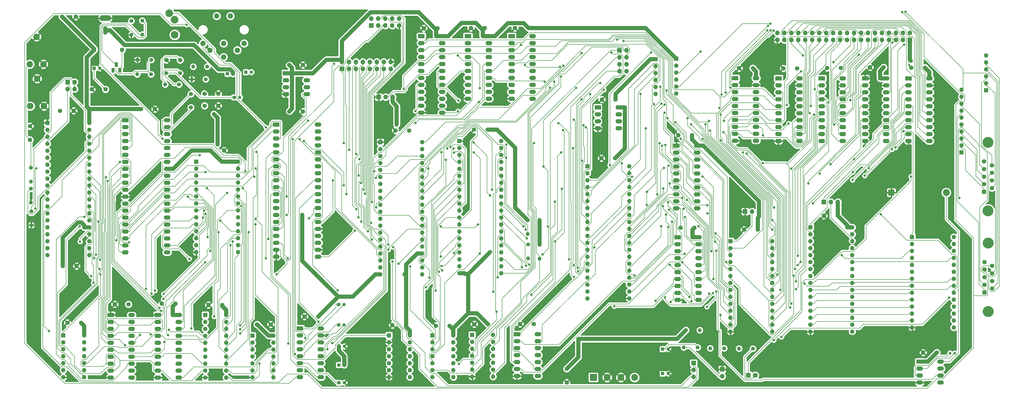
<source format=gbl>
G04 #@! TF.GenerationSoftware,KiCad,Pcbnew,(5.1.5)-3*
G04 #@! TF.CreationDate,2021-11-18T13:20:43-06:00*
G04 #@! TF.ProjectId,SBC,5342432e-6b69-4636-9164-5f7063625858,rev?*
G04 #@! TF.SameCoordinates,Original*
G04 #@! TF.FileFunction,Copper,L2,Bot*
G04 #@! TF.FilePolarity,Positive*
%FSLAX46Y46*%
G04 Gerber Fmt 4.6, Leading zero omitted, Abs format (unit mm)*
G04 Created by KiCad (PCBNEW (5.1.5)-3) date 2021-11-18 13:20:43*
%MOMM*%
%LPD*%
G04 APERTURE LIST*
%ADD10O,1.700000X1.700000*%
%ADD11R,1.700000X1.700000*%
%ADD12C,1.600000*%
%ADD13O,1.600000X1.600000*%
%ADD14R,1.600000X1.600000*%
%ADD15O,1.400000X1.400000*%
%ADD16C,1.400000*%
%ADD17C,2.500000*%
%ADD18R,2.500000X2.500000*%
%ADD19R,2.170000X2.170000*%
%ADD20C,2.800000*%
%ADD21O,4.200000X2.100000*%
%ADD22O,1.550000X3.100000*%
%ADD23R,1.100000X1.800000*%
%ADD24C,0.150000*%
%ADD25C,1.500000*%
%ADD26C,1.000000*%
%ADD27O,2.400000X1.600000*%
%ADD28R,2.400000X1.600000*%
%ADD29C,2.340000*%
%ADD30C,1.950000*%
%ADD31C,4.000000*%
%ADD32C,1.800000*%
%ADD33R,1.800000X1.800000*%
%ADD34C,1.200000*%
%ADD35R,1.200000X1.200000*%
%ADD36C,0.889000*%
%ADD37C,0.203200*%
%ADD38C,1.500000*%
%ADD39C,0.254000*%
G04 APERTURE END LIST*
D10*
X166485000Y-74560000D03*
X166485000Y-77100000D03*
X163945000Y-74560000D03*
X163945000Y-77100000D03*
X161405000Y-74560000D03*
X161405000Y-77100000D03*
X158865000Y-74560000D03*
X158865000Y-77100000D03*
X156325000Y-74560000D03*
D11*
X156325000Y-77100000D03*
D12*
X48975000Y-164900000D03*
X43975000Y-164900000D03*
D10*
X304190000Y-79810000D03*
X304190000Y-82350000D03*
X306730000Y-79810000D03*
X306730000Y-82350000D03*
X309270000Y-79810000D03*
X309270000Y-82350000D03*
X311810000Y-79810000D03*
X311810000Y-82350000D03*
X314350000Y-79810000D03*
X314350000Y-82350000D03*
X316890000Y-79810000D03*
X316890000Y-82350000D03*
X319430000Y-79810000D03*
X319430000Y-82350000D03*
X321970000Y-79810000D03*
X321970000Y-82350000D03*
X324510000Y-79810000D03*
X324510000Y-82350000D03*
X327050000Y-79810000D03*
X327050000Y-82350000D03*
X329590000Y-79810000D03*
X329590000Y-82350000D03*
X332130000Y-79810000D03*
X332130000Y-82350000D03*
X334670000Y-79810000D03*
X334670000Y-82350000D03*
X337210000Y-79810000D03*
X337210000Y-82350000D03*
X339750000Y-79810000D03*
X339750000Y-82350000D03*
X342290000Y-79810000D03*
X342290000Y-82350000D03*
X344830000Y-79810000D03*
X344830000Y-82350000D03*
X347370000Y-79810000D03*
X347370000Y-82350000D03*
X349910000Y-79810000D03*
X349910000Y-82350000D03*
X352450000Y-79810000D03*
D11*
X352450000Y-82350000D03*
D13*
X368480000Y-154310000D03*
X353240000Y-187330000D03*
X368480000Y-156850000D03*
X353240000Y-184790000D03*
X368480000Y-159390000D03*
X353240000Y-182250000D03*
X368480000Y-161930000D03*
X353240000Y-179710000D03*
X368480000Y-164470000D03*
X353240000Y-177170000D03*
X368480000Y-167010000D03*
X353240000Y-174630000D03*
X368480000Y-169550000D03*
X353240000Y-172090000D03*
X368480000Y-172090000D03*
X353240000Y-169550000D03*
X368480000Y-174630000D03*
X353240000Y-167010000D03*
X368480000Y-177170000D03*
X353240000Y-164470000D03*
X368480000Y-179710000D03*
X353240000Y-161930000D03*
X368480000Y-182250000D03*
X353240000Y-159390000D03*
X368480000Y-184790000D03*
X353240000Y-156850000D03*
X368480000Y-187330000D03*
D14*
X353240000Y-154310000D03*
D15*
X275950000Y-188300000D03*
D16*
X270870000Y-188300000D03*
D13*
X186220000Y-190160000D03*
X178600000Y-205400000D03*
X186220000Y-192700000D03*
X178600000Y-202860000D03*
X186220000Y-195240000D03*
X178600000Y-200320000D03*
X186220000Y-197780000D03*
X178600000Y-197780000D03*
X186220000Y-200320000D03*
X178600000Y-195240000D03*
X186220000Y-202860000D03*
X178600000Y-192700000D03*
X186220000Y-205400000D03*
D14*
X178600000Y-190160000D03*
D13*
X170340000Y-190190000D03*
X162720000Y-205430000D03*
X170340000Y-192730000D03*
X162720000Y-202890000D03*
X170340000Y-195270000D03*
X162720000Y-200350000D03*
X170340000Y-197810000D03*
X162720000Y-197810000D03*
X170340000Y-200350000D03*
X162720000Y-195270000D03*
X170340000Y-202890000D03*
X162720000Y-192730000D03*
X170340000Y-205430000D03*
D14*
X162720000Y-190190000D03*
D13*
X120678000Y-190320000D03*
X113058000Y-205560000D03*
X120678000Y-192860000D03*
X113058000Y-203020000D03*
X120678000Y-195400000D03*
X113058000Y-200480000D03*
X120678000Y-197940000D03*
X113058000Y-197940000D03*
X120678000Y-200480000D03*
X113058000Y-195400000D03*
X120678000Y-203020000D03*
X113058000Y-192860000D03*
X120678000Y-205560000D03*
D14*
X113058000Y-190320000D03*
D17*
X252190000Y-205560000D03*
X247190000Y-205560000D03*
X242190000Y-205560000D03*
D18*
X237190000Y-205560000D03*
D10*
X164070000Y-103190000D03*
X161530000Y-103190000D03*
D11*
X158990000Y-103190000D03*
D10*
X163380000Y-90360000D03*
X163380000Y-92900000D03*
X160840000Y-90360000D03*
X160840000Y-92900000D03*
X158300000Y-90360000D03*
X158300000Y-92900000D03*
X155760000Y-90360000D03*
X155760000Y-92900000D03*
X153220000Y-90360000D03*
X153220000Y-92900000D03*
X150680000Y-90360000D03*
X150680000Y-92900000D03*
X148140000Y-90360000D03*
X148140000Y-92900000D03*
X145600000Y-90360000D03*
D11*
X145600000Y-92900000D03*
D17*
X365725000Y-138075000D03*
D19*
X345725000Y-138075000D03*
D20*
X84700000Y-80500000D03*
X84700000Y-75000000D03*
X82700000Y-72600000D03*
D21*
X59400000Y-74400000D03*
D22*
X59400000Y-78900000D03*
D23*
X62200000Y-93400000D03*
G04 #@! TA.AperFunction,ComponentPad*
D24*
G36*
X65041955Y-92501324D02*
G01*
X65068650Y-92505284D01*
X65094828Y-92511841D01*
X65120238Y-92520933D01*
X65144634Y-92532472D01*
X65167782Y-92546346D01*
X65189458Y-92562422D01*
X65209454Y-92580546D01*
X65227578Y-92600542D01*
X65243654Y-92622218D01*
X65257528Y-92645366D01*
X65269067Y-92669762D01*
X65278159Y-92695172D01*
X65284716Y-92721350D01*
X65288676Y-92748045D01*
X65290000Y-92775000D01*
X65290000Y-94025000D01*
X65288676Y-94051955D01*
X65284716Y-94078650D01*
X65278159Y-94104828D01*
X65269067Y-94130238D01*
X65257528Y-94154634D01*
X65243654Y-94177782D01*
X65227578Y-94199458D01*
X65209454Y-94219454D01*
X65189458Y-94237578D01*
X65167782Y-94253654D01*
X65144634Y-94267528D01*
X65120238Y-94279067D01*
X65094828Y-94288159D01*
X65068650Y-94294716D01*
X65041955Y-94298676D01*
X65015000Y-94300000D01*
X64465000Y-94300000D01*
X64438045Y-94298676D01*
X64411350Y-94294716D01*
X64385172Y-94288159D01*
X64359762Y-94279067D01*
X64335366Y-94267528D01*
X64312218Y-94253654D01*
X64290542Y-94237578D01*
X64270546Y-94219454D01*
X64252422Y-94199458D01*
X64236346Y-94177782D01*
X64222472Y-94154634D01*
X64210933Y-94130238D01*
X64201841Y-94104828D01*
X64195284Y-94078650D01*
X64191324Y-94051955D01*
X64190000Y-94025000D01*
X64190000Y-92775000D01*
X64191324Y-92748045D01*
X64195284Y-92721350D01*
X64201841Y-92695172D01*
X64210933Y-92669762D01*
X64222472Y-92645366D01*
X64236346Y-92622218D01*
X64252422Y-92600542D01*
X64270546Y-92580546D01*
X64290542Y-92562422D01*
X64312218Y-92546346D01*
X64335366Y-92532472D01*
X64359762Y-92520933D01*
X64385172Y-92511841D01*
X64411350Y-92505284D01*
X64438045Y-92501324D01*
X64465000Y-92500000D01*
X65015000Y-92500000D01*
X65041955Y-92501324D01*
G37*
G04 #@! TD.AperFunction*
G04 #@! TA.AperFunction,ComponentPad*
G36*
X63771955Y-90431324D02*
G01*
X63798650Y-90435284D01*
X63824828Y-90441841D01*
X63850238Y-90450933D01*
X63874634Y-90462472D01*
X63897782Y-90476346D01*
X63919458Y-90492422D01*
X63939454Y-90510546D01*
X63957578Y-90530542D01*
X63973654Y-90552218D01*
X63987528Y-90575366D01*
X63999067Y-90599762D01*
X64008159Y-90625172D01*
X64014716Y-90651350D01*
X64018676Y-90678045D01*
X64020000Y-90705000D01*
X64020000Y-91955000D01*
X64018676Y-91981955D01*
X64014716Y-92008650D01*
X64008159Y-92034828D01*
X63999067Y-92060238D01*
X63987528Y-92084634D01*
X63973654Y-92107782D01*
X63957578Y-92129458D01*
X63939454Y-92149454D01*
X63919458Y-92167578D01*
X63897782Y-92183654D01*
X63874634Y-92197528D01*
X63850238Y-92209067D01*
X63824828Y-92218159D01*
X63798650Y-92224716D01*
X63771955Y-92228676D01*
X63745000Y-92230000D01*
X63195000Y-92230000D01*
X63168045Y-92228676D01*
X63141350Y-92224716D01*
X63115172Y-92218159D01*
X63089762Y-92209067D01*
X63065366Y-92197528D01*
X63042218Y-92183654D01*
X63020542Y-92167578D01*
X63000546Y-92149454D01*
X62982422Y-92129458D01*
X62966346Y-92107782D01*
X62952472Y-92084634D01*
X62940933Y-92060238D01*
X62931841Y-92034828D01*
X62925284Y-92008650D01*
X62921324Y-91981955D01*
X62920000Y-91955000D01*
X62920000Y-90705000D01*
X62921324Y-90678045D01*
X62925284Y-90651350D01*
X62931841Y-90625172D01*
X62940933Y-90599762D01*
X62952472Y-90575366D01*
X62966346Y-90552218D01*
X62982422Y-90530542D01*
X63000546Y-90510546D01*
X63020542Y-90492422D01*
X63042218Y-90476346D01*
X63065366Y-90462472D01*
X63089762Y-90450933D01*
X63115172Y-90441841D01*
X63141350Y-90435284D01*
X63168045Y-90431324D01*
X63195000Y-90430000D01*
X63745000Y-90430000D01*
X63771955Y-90431324D01*
G37*
G04 #@! TD.AperFunction*
D12*
X353000000Y-92475000D03*
X358000000Y-92475000D03*
X337925000Y-92350000D03*
X342925000Y-92350000D03*
X357300000Y-196500000D03*
X362300000Y-196500000D03*
D25*
X90600000Y-102100000D03*
X90600000Y-107000000D03*
D12*
X131400000Y-108500000D03*
X126400000Y-108500000D03*
X47900000Y-108200000D03*
X42900000Y-108200000D03*
X80000000Y-178600000D03*
X85000000Y-178600000D03*
X48700000Y-73900000D03*
X43700000Y-73900000D03*
X131400000Y-91500000D03*
X126400000Y-91500000D03*
X77500000Y-107600000D03*
X72500000Y-107600000D03*
X132000000Y-183325000D03*
X137000000Y-183325000D03*
X102700000Y-122700000D03*
X97700000Y-122700000D03*
X165100000Y-115400000D03*
X170100000Y-115400000D03*
D26*
X368800000Y-196700000D03*
X367100000Y-196700000D03*
D13*
X174850000Y-119630000D03*
X159610000Y-167890000D03*
X174850000Y-122170000D03*
X159610000Y-165350000D03*
X174850000Y-124710000D03*
X159610000Y-162810000D03*
X174850000Y-127250000D03*
X159610000Y-160270000D03*
X174850000Y-129790000D03*
X159610000Y-157730000D03*
X174850000Y-132330000D03*
X159610000Y-155190000D03*
X174850000Y-134870000D03*
X159610000Y-152650000D03*
X174850000Y-137410000D03*
X159610000Y-150110000D03*
X174850000Y-139950000D03*
X159610000Y-147570000D03*
X174850000Y-142490000D03*
X159610000Y-145030000D03*
X174850000Y-145030000D03*
X159610000Y-142490000D03*
X174850000Y-147570000D03*
X159610000Y-139950000D03*
X174850000Y-150110000D03*
X159610000Y-137410000D03*
X174850000Y-152650000D03*
X159610000Y-134870000D03*
X174850000Y-155190000D03*
X159610000Y-132330000D03*
X174850000Y-157730000D03*
X159610000Y-129790000D03*
X174850000Y-160270000D03*
X159610000Y-127250000D03*
X174850000Y-162810000D03*
X159610000Y-124710000D03*
X174850000Y-165350000D03*
X159610000Y-122170000D03*
X174850000Y-167890000D03*
D14*
X159610000Y-119630000D03*
D13*
X203620000Y-119240000D03*
X188380000Y-167500000D03*
X203620000Y-121780000D03*
X188380000Y-164960000D03*
X203620000Y-124320000D03*
X188380000Y-162420000D03*
X203620000Y-126860000D03*
X188380000Y-159880000D03*
X203620000Y-129400000D03*
X188380000Y-157340000D03*
X203620000Y-131940000D03*
X188380000Y-154800000D03*
X203620000Y-134480000D03*
X188380000Y-152260000D03*
X203620000Y-137020000D03*
X188380000Y-149720000D03*
X203620000Y-139560000D03*
X188380000Y-147180000D03*
X203620000Y-142100000D03*
X188380000Y-144640000D03*
X203620000Y-144640000D03*
X188380000Y-142100000D03*
X203620000Y-147180000D03*
X188380000Y-139560000D03*
X203620000Y-149720000D03*
X188380000Y-137020000D03*
X203620000Y-152260000D03*
X188380000Y-134480000D03*
X203620000Y-154800000D03*
X188380000Y-131940000D03*
X203620000Y-157340000D03*
X188380000Y-129400000D03*
X203620000Y-159880000D03*
X188380000Y-126860000D03*
X203620000Y-162420000D03*
X188380000Y-124320000D03*
X203620000Y-164960000D03*
X188380000Y-121780000D03*
X203620000Y-167500000D03*
D14*
X188380000Y-119240000D03*
D13*
X53550000Y-112630000D03*
X38310000Y-160890000D03*
X53550000Y-115170000D03*
X38310000Y-158350000D03*
X53550000Y-117710000D03*
X38310000Y-155810000D03*
X53550000Y-120250000D03*
X38310000Y-153270000D03*
X53550000Y-122790000D03*
X38310000Y-150730000D03*
X53550000Y-125330000D03*
X38310000Y-148190000D03*
X53550000Y-127870000D03*
X38310000Y-145650000D03*
X53550000Y-130410000D03*
X38310000Y-143110000D03*
X53550000Y-132950000D03*
X38310000Y-140570000D03*
X53550000Y-135490000D03*
X38310000Y-138030000D03*
X53550000Y-138030000D03*
X38310000Y-135490000D03*
X53550000Y-140570000D03*
X38310000Y-132950000D03*
X53550000Y-143110000D03*
X38310000Y-130410000D03*
X53550000Y-145650000D03*
X38310000Y-127870000D03*
X53550000Y-148190000D03*
X38310000Y-125330000D03*
X53550000Y-150730000D03*
X38310000Y-122790000D03*
X53550000Y-153270000D03*
X38310000Y-120250000D03*
X53550000Y-155810000D03*
X38310000Y-117710000D03*
X53550000Y-158350000D03*
X38310000Y-115170000D03*
X53550000Y-160890000D03*
D14*
X38310000Y-112630000D03*
D13*
X51751700Y-190230000D03*
X44131700Y-205470000D03*
X51751700Y-192770000D03*
X44131700Y-202930000D03*
X51751700Y-195310000D03*
X44131700Y-200390000D03*
X51751700Y-197850000D03*
X44131700Y-197850000D03*
X51751700Y-200390000D03*
X44131700Y-195310000D03*
X51751700Y-202930000D03*
X44131700Y-192770000D03*
X51751700Y-205470000D03*
D14*
X44131700Y-190230000D03*
D13*
X107780000Y-126820000D03*
X92540000Y-159840000D03*
X107780000Y-129360000D03*
X92540000Y-157300000D03*
X107780000Y-131900000D03*
X92540000Y-154760000D03*
X107780000Y-134440000D03*
X92540000Y-152220000D03*
X107780000Y-136980000D03*
X92540000Y-149680000D03*
X107780000Y-139520000D03*
X92540000Y-147140000D03*
X107780000Y-142060000D03*
X92540000Y-144600000D03*
X107780000Y-144600000D03*
X92540000Y-142060000D03*
X107780000Y-147140000D03*
X92540000Y-139520000D03*
X107780000Y-149680000D03*
X92540000Y-136980000D03*
X107780000Y-152220000D03*
X92540000Y-134440000D03*
X107780000Y-154760000D03*
X92540000Y-131900000D03*
X107780000Y-157300000D03*
X92540000Y-129360000D03*
X107780000Y-159840000D03*
D14*
X92540000Y-126820000D03*
D13*
X103446700Y-182730000D03*
X95826700Y-205590000D03*
X103446700Y-185270000D03*
X95826700Y-203050000D03*
X103446700Y-187810000D03*
X95826700Y-200510000D03*
X103446700Y-190350000D03*
X95826700Y-197970000D03*
X103446700Y-192890000D03*
X95826700Y-195430000D03*
X103446700Y-195430000D03*
X95826700Y-192890000D03*
X103446700Y-197970000D03*
X95826700Y-190350000D03*
X103446700Y-200510000D03*
X95826700Y-187810000D03*
X103446700Y-203050000D03*
X95826700Y-185270000D03*
X103446700Y-205590000D03*
D14*
X95826700Y-182730000D03*
D27*
X86215000Y-182730000D03*
X78595000Y-205590000D03*
X86215000Y-185270000D03*
X78595000Y-203050000D03*
X86215000Y-187810000D03*
X78595000Y-200510000D03*
X86215000Y-190350000D03*
X78595000Y-197970000D03*
X86215000Y-192890000D03*
X78595000Y-195430000D03*
X86215000Y-195430000D03*
X78595000Y-192890000D03*
X86215000Y-197970000D03*
X78595000Y-190350000D03*
X86215000Y-200510000D03*
X78595000Y-187810000D03*
X86215000Y-203050000D03*
X78595000Y-185270000D03*
X86215000Y-205590000D03*
D28*
X78595000Y-182730000D03*
D27*
X68983300Y-182730000D03*
X61363300Y-205590000D03*
X68983300Y-185270000D03*
X61363300Y-203050000D03*
X68983300Y-187810000D03*
X61363300Y-200510000D03*
X68983300Y-190350000D03*
X61363300Y-197970000D03*
X68983300Y-192890000D03*
X61363300Y-195430000D03*
X68983300Y-195430000D03*
X61363300Y-192890000D03*
X68983300Y-197970000D03*
X61363300Y-190350000D03*
X68983300Y-200510000D03*
X61363300Y-187810000D03*
X68983300Y-203050000D03*
X61363300Y-185270000D03*
X68983300Y-205590000D03*
D28*
X61363300Y-182730000D03*
D27*
X81930000Y-111660000D03*
X66690000Y-159920000D03*
X81930000Y-114200000D03*
X66690000Y-157380000D03*
X81930000Y-116740000D03*
X66690000Y-154840000D03*
X81930000Y-119280000D03*
X66690000Y-152300000D03*
X81930000Y-121820000D03*
X66690000Y-149760000D03*
X81930000Y-124360000D03*
X66690000Y-147220000D03*
X81930000Y-126900000D03*
X66690000Y-144680000D03*
X81930000Y-129440000D03*
X66690000Y-142140000D03*
X81930000Y-131980000D03*
X66690000Y-139600000D03*
X81930000Y-134520000D03*
X66690000Y-137060000D03*
X81930000Y-137060000D03*
X66690000Y-134520000D03*
X81930000Y-139600000D03*
X66690000Y-131980000D03*
X81930000Y-142140000D03*
X66690000Y-129440000D03*
X81930000Y-144680000D03*
X66690000Y-126900000D03*
X81930000Y-147220000D03*
X66690000Y-124360000D03*
X81930000Y-149760000D03*
X66690000Y-121820000D03*
X81930000Y-152300000D03*
X66690000Y-119280000D03*
X81930000Y-154840000D03*
X66690000Y-116740000D03*
X81930000Y-157380000D03*
X66690000Y-114200000D03*
X81930000Y-159920000D03*
D28*
X66690000Y-111660000D03*
D27*
X296420000Y-96300000D03*
X288800000Y-119160000D03*
X296420000Y-98840000D03*
X288800000Y-116620000D03*
X296420000Y-101380000D03*
X288800000Y-114080000D03*
X296420000Y-103920000D03*
X288800000Y-111540000D03*
X296420000Y-106460000D03*
X288800000Y-109000000D03*
X296420000Y-109000000D03*
X288800000Y-106460000D03*
X296420000Y-111540000D03*
X288800000Y-103920000D03*
X296420000Y-114080000D03*
X288800000Y-101380000D03*
X296420000Y-116620000D03*
X288800000Y-98840000D03*
X296420000Y-119160000D03*
D28*
X288800000Y-96300000D03*
D27*
X312214000Y-96400000D03*
X304594000Y-119260000D03*
X312214000Y-98940000D03*
X304594000Y-116720000D03*
X312214000Y-101480000D03*
X304594000Y-114180000D03*
X312214000Y-104020000D03*
X304594000Y-111640000D03*
X312214000Y-106560000D03*
X304594000Y-109100000D03*
X312214000Y-109100000D03*
X304594000Y-106560000D03*
X312214000Y-111640000D03*
X304594000Y-104020000D03*
X312214000Y-114180000D03*
X304594000Y-101480000D03*
X312214000Y-116720000D03*
X304594000Y-98940000D03*
X312214000Y-119260000D03*
D28*
X304594000Y-96400000D03*
D27*
X328008000Y-96400000D03*
X320388000Y-119260000D03*
X328008000Y-98940000D03*
X320388000Y-116720000D03*
X328008000Y-101480000D03*
X320388000Y-114180000D03*
X328008000Y-104020000D03*
X320388000Y-111640000D03*
X328008000Y-106560000D03*
X320388000Y-109100000D03*
X328008000Y-109100000D03*
X320388000Y-106560000D03*
X328008000Y-111640000D03*
X320388000Y-104020000D03*
X328008000Y-114180000D03*
X320388000Y-101480000D03*
X328008000Y-116720000D03*
X320388000Y-98940000D03*
X328008000Y-119260000D03*
D28*
X320388000Y-96400000D03*
D27*
X343801000Y-96400000D03*
X336181000Y-119260000D03*
X343801000Y-98940000D03*
X336181000Y-116720000D03*
X343801000Y-101480000D03*
X336181000Y-114180000D03*
X343801000Y-104020000D03*
X336181000Y-111640000D03*
X343801000Y-106560000D03*
X336181000Y-109100000D03*
X343801000Y-109100000D03*
X336181000Y-106560000D03*
X343801000Y-111640000D03*
X336181000Y-104020000D03*
X343801000Y-114180000D03*
X336181000Y-101480000D03*
X343801000Y-116720000D03*
X336181000Y-98940000D03*
X343801000Y-119260000D03*
D28*
X336181000Y-96400000D03*
D27*
X359595000Y-96400000D03*
X351975000Y-119260000D03*
X359595000Y-98940000D03*
X351975000Y-116720000D03*
X359595000Y-101480000D03*
X351975000Y-114180000D03*
X359595000Y-104020000D03*
X351975000Y-111640000D03*
X359595000Y-106560000D03*
X351975000Y-109100000D03*
X359595000Y-109100000D03*
X351975000Y-106560000D03*
X359595000Y-111640000D03*
X351975000Y-104020000D03*
X359595000Y-114180000D03*
X351975000Y-101480000D03*
X359595000Y-116720000D03*
X351975000Y-98940000D03*
X359595000Y-119260000D03*
D28*
X351975000Y-96400000D03*
D27*
X199120000Y-80960000D03*
X191500000Y-103820000D03*
X199120000Y-83500000D03*
X191500000Y-101280000D03*
X199120000Y-86040000D03*
X191500000Y-98740000D03*
X199120000Y-88580000D03*
X191500000Y-96200000D03*
X199120000Y-91120000D03*
X191500000Y-93660000D03*
X199120000Y-93660000D03*
X191500000Y-91120000D03*
X199120000Y-96200000D03*
X191500000Y-88580000D03*
X199120000Y-98740000D03*
X191500000Y-86040000D03*
X199120000Y-101280000D03*
X191500000Y-83500000D03*
X199120000Y-103820000D03*
D28*
X191500000Y-80960000D03*
D27*
X182120000Y-80960000D03*
X174500000Y-108900000D03*
X182120000Y-83500000D03*
X174500000Y-106360000D03*
X182120000Y-86040000D03*
X174500000Y-103820000D03*
X182120000Y-88580000D03*
X174500000Y-101280000D03*
X182120000Y-91120000D03*
X174500000Y-98740000D03*
X182120000Y-93660000D03*
X174500000Y-96200000D03*
X182120000Y-96200000D03*
X174500000Y-93660000D03*
X182120000Y-98740000D03*
X174500000Y-91120000D03*
X182120000Y-101280000D03*
X174500000Y-88580000D03*
X182120000Y-103820000D03*
X174500000Y-86040000D03*
X182120000Y-106360000D03*
X174500000Y-83500000D03*
X182120000Y-108900000D03*
D28*
X174500000Y-80960000D03*
D27*
X215020000Y-80960000D03*
X207400000Y-103820000D03*
X215020000Y-83500000D03*
X207400000Y-101280000D03*
X215020000Y-86040000D03*
X207400000Y-98740000D03*
X215020000Y-88580000D03*
X207400000Y-96200000D03*
X215020000Y-91120000D03*
X207400000Y-93660000D03*
X215020000Y-93660000D03*
X207400000Y-91120000D03*
X215020000Y-96200000D03*
X207400000Y-88580000D03*
X215020000Y-98740000D03*
X207400000Y-86040000D03*
X215020000Y-101280000D03*
X207400000Y-83500000D03*
X215020000Y-103820000D03*
D28*
X207400000Y-80960000D03*
D27*
X137910000Y-187680000D03*
X130290000Y-205460000D03*
X137910000Y-190220000D03*
X130290000Y-202920000D03*
X137910000Y-192760000D03*
X130290000Y-200380000D03*
X137910000Y-195300000D03*
X130290000Y-197840000D03*
X137910000Y-197840000D03*
X130290000Y-195300000D03*
X137910000Y-200380000D03*
X130290000Y-192760000D03*
X137910000Y-202920000D03*
X130290000Y-190220000D03*
X137910000Y-205460000D03*
D28*
X130290000Y-187680000D03*
D27*
X363620000Y-199800000D03*
X356000000Y-207420000D03*
X363620000Y-202340000D03*
X356000000Y-204880000D03*
X363620000Y-204880000D03*
X356000000Y-202340000D03*
X363620000Y-207420000D03*
D28*
X356000000Y-199800000D03*
D27*
X136940000Y-113210000D03*
X121700000Y-161470000D03*
X136940000Y-115750000D03*
X121700000Y-158930000D03*
X136940000Y-118290000D03*
X121700000Y-156390000D03*
X136940000Y-120830000D03*
X121700000Y-153850000D03*
X136940000Y-123370000D03*
X121700000Y-151310000D03*
X136940000Y-125910000D03*
X121700000Y-148770000D03*
X136940000Y-128450000D03*
X121700000Y-146230000D03*
X136940000Y-130990000D03*
X121700000Y-143690000D03*
X136940000Y-133530000D03*
X121700000Y-141150000D03*
X136940000Y-136070000D03*
X121700000Y-138610000D03*
X136940000Y-138610000D03*
X121700000Y-136070000D03*
X136940000Y-141150000D03*
X121700000Y-133530000D03*
X136940000Y-143690000D03*
X121700000Y-130990000D03*
X136940000Y-146230000D03*
X121700000Y-128450000D03*
X136940000Y-148770000D03*
X121700000Y-125910000D03*
X136940000Y-151310000D03*
X121700000Y-123370000D03*
X136940000Y-153850000D03*
X121700000Y-120830000D03*
X136940000Y-156390000D03*
X121700000Y-118290000D03*
X136940000Y-158930000D03*
X121700000Y-115750000D03*
X136940000Y-161470000D03*
D28*
X121700000Y-113210000D03*
D27*
X275510000Y-154420000D03*
X267890000Y-177280000D03*
X275510000Y-156960000D03*
X267890000Y-174740000D03*
X275510000Y-159500000D03*
X267890000Y-172200000D03*
X275510000Y-162040000D03*
X267890000Y-169660000D03*
X275510000Y-164580000D03*
X267890000Y-167120000D03*
X275510000Y-167120000D03*
X267890000Y-164580000D03*
X275510000Y-169660000D03*
X267890000Y-162040000D03*
X275510000Y-172200000D03*
X267890000Y-159500000D03*
X275510000Y-174740000D03*
X267890000Y-156960000D03*
X275510000Y-177280000D03*
D28*
X267890000Y-154420000D03*
D27*
X275030000Y-120950000D03*
X267410000Y-143810000D03*
X275030000Y-123490000D03*
X267410000Y-141270000D03*
X275030000Y-126030000D03*
X267410000Y-138730000D03*
X275030000Y-128570000D03*
X267410000Y-136190000D03*
X275030000Y-131110000D03*
X267410000Y-133650000D03*
X275030000Y-133650000D03*
X267410000Y-131110000D03*
X275030000Y-136190000D03*
X267410000Y-128570000D03*
X275030000Y-138730000D03*
X267410000Y-126030000D03*
X275030000Y-141270000D03*
X267410000Y-123490000D03*
X275030000Y-143810000D03*
D28*
X267410000Y-120950000D03*
D27*
X216990000Y-189800000D03*
X209370000Y-205040000D03*
X216990000Y-192340000D03*
X209370000Y-202500000D03*
X216990000Y-194880000D03*
X209370000Y-199960000D03*
X216990000Y-197420000D03*
X209370000Y-197420000D03*
X216990000Y-199960000D03*
X209370000Y-194880000D03*
X216990000Y-202500000D03*
X209370000Y-192340000D03*
X216990000Y-205040000D03*
D28*
X209370000Y-189800000D03*
D13*
X302355000Y-155795000D03*
X287115000Y-188815000D03*
X302355000Y-158335000D03*
X287115000Y-186275000D03*
X302355000Y-160875000D03*
X287115000Y-183735000D03*
X302355000Y-163415000D03*
X287115000Y-181195000D03*
X302355000Y-165955000D03*
X287115000Y-178655000D03*
X302355000Y-168495000D03*
X287115000Y-176115000D03*
X302355000Y-171035000D03*
X287115000Y-173575000D03*
X302355000Y-173575000D03*
X287115000Y-171035000D03*
X302355000Y-176115000D03*
X287115000Y-168495000D03*
X302355000Y-178655000D03*
X287115000Y-165955000D03*
X302355000Y-181195000D03*
X287115000Y-163415000D03*
X302355000Y-183735000D03*
X287115000Y-160875000D03*
X302355000Y-186275000D03*
X287115000Y-158335000D03*
X302355000Y-188815000D03*
D14*
X287115000Y-155795000D03*
D13*
X250240000Y-128450000D03*
X235000000Y-176710000D03*
X250240000Y-130990000D03*
X235000000Y-174170000D03*
X250240000Y-133530000D03*
X235000000Y-171630000D03*
X250240000Y-136070000D03*
X235000000Y-169090000D03*
X250240000Y-138610000D03*
X235000000Y-166550000D03*
X250240000Y-141150000D03*
X235000000Y-164010000D03*
X250240000Y-143690000D03*
X235000000Y-161470000D03*
X250240000Y-146230000D03*
X235000000Y-158930000D03*
X250240000Y-148770000D03*
X235000000Y-156390000D03*
X250240000Y-151310000D03*
X235000000Y-153850000D03*
X250240000Y-153850000D03*
X235000000Y-151310000D03*
X250240000Y-156390000D03*
X235000000Y-148770000D03*
X250240000Y-158930000D03*
X235000000Y-146230000D03*
X250240000Y-161470000D03*
X235000000Y-143690000D03*
X250240000Y-164010000D03*
X235000000Y-141150000D03*
X250240000Y-166550000D03*
X235000000Y-138610000D03*
X250240000Y-169090000D03*
X235000000Y-136070000D03*
X250240000Y-171630000D03*
X235000000Y-133530000D03*
X250240000Y-174170000D03*
X235000000Y-130990000D03*
X250240000Y-176710000D03*
D14*
X235000000Y-128450000D03*
D13*
X331465000Y-150745000D03*
X316225000Y-188845000D03*
X331465000Y-153285000D03*
X316225000Y-186305000D03*
X331465000Y-155825000D03*
X316225000Y-183765000D03*
X331465000Y-158365000D03*
X316225000Y-181225000D03*
X331465000Y-160905000D03*
X316225000Y-178685000D03*
X331465000Y-163445000D03*
X316225000Y-176145000D03*
X331465000Y-165985000D03*
X316225000Y-173605000D03*
X331465000Y-168525000D03*
X316225000Y-171065000D03*
X331465000Y-171065000D03*
X316225000Y-168525000D03*
X331465000Y-173605000D03*
X316225000Y-165985000D03*
X331465000Y-176145000D03*
X316225000Y-163445000D03*
X331465000Y-178685000D03*
X316225000Y-160905000D03*
X331465000Y-181225000D03*
X316225000Y-158365000D03*
X331465000Y-183765000D03*
X316225000Y-155825000D03*
X331465000Y-186305000D03*
X316225000Y-153285000D03*
X331465000Y-188845000D03*
D14*
X316225000Y-150745000D03*
D13*
X200660000Y-190000000D03*
X193040000Y-205240000D03*
X200660000Y-192540000D03*
X193040000Y-202700000D03*
X200660000Y-195080000D03*
X193040000Y-200160000D03*
X200660000Y-197620000D03*
X193040000Y-197620000D03*
X200660000Y-200160000D03*
X193040000Y-195080000D03*
X200660000Y-202700000D03*
X193040000Y-192540000D03*
X200660000Y-205240000D03*
D14*
X193040000Y-190000000D03*
D29*
X37100000Y-106500000D03*
X34600000Y-96500000D03*
X32100000Y-106500000D03*
X36900000Y-91200000D03*
X34400000Y-81200000D03*
X31900000Y-91200000D03*
D13*
X371300000Y-100540000D03*
X371300000Y-103080000D03*
X371300000Y-105620000D03*
X371300000Y-108160000D03*
X371300000Y-110700000D03*
X371300000Y-113240000D03*
X371300000Y-115780000D03*
X371300000Y-118320000D03*
X371300000Y-120860000D03*
D14*
X371300000Y-123400000D03*
D13*
X380200000Y-88000000D03*
X380200000Y-90540000D03*
X380200000Y-93080000D03*
X380200000Y-95620000D03*
X380200000Y-98160000D03*
D14*
X380200000Y-100700000D03*
D13*
X267400000Y-101900000D03*
X267400000Y-99360000D03*
X267400000Y-96820000D03*
X267400000Y-94280000D03*
X267400000Y-91740000D03*
D14*
X267400000Y-89200000D03*
D13*
X259800000Y-102100000D03*
X259800000Y-99560000D03*
X259800000Y-97020000D03*
X259800000Y-94480000D03*
X259800000Y-91940000D03*
D14*
X259800000Y-89400000D03*
D15*
X213300000Y-153180000D03*
D16*
X213300000Y-148100000D03*
D15*
X217600000Y-162180000D03*
D16*
X217600000Y-157100000D03*
D15*
X81220000Y-98600000D03*
D16*
X86300000Y-98600000D03*
D15*
X81620000Y-94400000D03*
D16*
X86700000Y-94400000D03*
D15*
X91420000Y-92100000D03*
D16*
X96500000Y-92100000D03*
D15*
X32300000Y-134080000D03*
D16*
X32300000Y-129000000D03*
D15*
X90920000Y-96700000D03*
D16*
X96000000Y-96700000D03*
D15*
X32315000Y-141715000D03*
D16*
X32315000Y-136635000D03*
D15*
X32500000Y-149980000D03*
D16*
X32500000Y-144900000D03*
D15*
X71020000Y-94900000D03*
D16*
X76100000Y-94900000D03*
D15*
X71120000Y-89600000D03*
D16*
X76200000Y-89600000D03*
D15*
X68900000Y-80480000D03*
D16*
X68900000Y-75400000D03*
D15*
X72900000Y-80380000D03*
D16*
X72900000Y-75300000D03*
D15*
X213400000Y-162080000D03*
D16*
X213400000Y-157000000D03*
D15*
X290220000Y-195000000D03*
D16*
X295300000Y-195000000D03*
D15*
X279720000Y-194900000D03*
D16*
X284800000Y-194900000D03*
D15*
X270120000Y-194600000D03*
D16*
X275200000Y-194600000D03*
D10*
X48240000Y-100240000D03*
X45700000Y-100240000D03*
X48240000Y-97700000D03*
D11*
X45700000Y-97700000D03*
D27*
X132820000Y-94500000D03*
X125200000Y-102120000D03*
X132820000Y-97040000D03*
X125200000Y-99580000D03*
X132820000Y-99580000D03*
X125200000Y-97040000D03*
X132820000Y-102120000D03*
D28*
X125200000Y-94500000D03*
D27*
X246420000Y-107000000D03*
X238800000Y-114620000D03*
X246420000Y-109540000D03*
X238800000Y-112080000D03*
X246420000Y-112080000D03*
X238800000Y-109540000D03*
X246420000Y-114620000D03*
D28*
X238800000Y-107000000D03*
D10*
X284100000Y-205140000D03*
D11*
X284100000Y-202600000D03*
D13*
X65560000Y-86000000D03*
D12*
X55400000Y-86000000D03*
D10*
X297555000Y-145025000D03*
X295015000Y-145025000D03*
D11*
X292475000Y-145025000D03*
D10*
X326255000Y-141525000D03*
X323715000Y-141525000D03*
D11*
X321175000Y-141525000D03*
D10*
X273700000Y-205380000D03*
X273700000Y-202840000D03*
D11*
X273700000Y-200300000D03*
D30*
X102500000Y-83600000D03*
X97500000Y-86100000D03*
X95000000Y-83600000D03*
X107500000Y-86100000D03*
X110000000Y-83600000D03*
X105000000Y-73600000D03*
X100000000Y-73600000D03*
X102500000Y-88600000D03*
D31*
X381020000Y-156460000D03*
X381020000Y-181460000D03*
D12*
X382440000Y-164805000D03*
X382440000Y-167575000D03*
X382440000Y-170345000D03*
X382440000Y-173115000D03*
X379600000Y-163420000D03*
X379600000Y-166190000D03*
X379600000Y-168960000D03*
X379600000Y-171730000D03*
D14*
X379600000Y-174500000D03*
D31*
X380920000Y-119760000D03*
X380920000Y-144760000D03*
D12*
X382340000Y-128105000D03*
X382340000Y-130875000D03*
X382340000Y-133645000D03*
X382340000Y-136415000D03*
X379500000Y-126720000D03*
X379500000Y-129490000D03*
X379500000Y-132260000D03*
X379500000Y-135030000D03*
D14*
X379500000Y-137800000D03*
D10*
X249240000Y-93780000D03*
X246700000Y-93780000D03*
X249240000Y-91240000D03*
X246700000Y-91240000D03*
X249240000Y-88700000D03*
X246700000Y-88700000D03*
X249240000Y-86160000D03*
D11*
X246700000Y-86160000D03*
D32*
X296140000Y-204800000D03*
D33*
X293600000Y-204800000D03*
D34*
X112600000Y-94100000D03*
D35*
X110600000Y-94100000D03*
D34*
X108400000Y-103300000D03*
D35*
X106400000Y-103300000D03*
D12*
X81700000Y-89700000D03*
X86700000Y-89700000D03*
X32000000Y-118800000D03*
X32000000Y-113800000D03*
X54500000Y-100400000D03*
X59500000Y-100400000D03*
D34*
X105900000Y-94700000D03*
D35*
X103900000Y-94700000D03*
D34*
X57400000Y-92700000D03*
D35*
X55400000Y-92700000D03*
D12*
X100600000Y-102000000D03*
X95600000Y-102000000D03*
X100600000Y-106400000D03*
X95600000Y-106400000D03*
X192600000Y-78000000D03*
X197600000Y-78000000D03*
X322300000Y-92550000D03*
X327300000Y-92550000D03*
X268140000Y-117100000D03*
X273140000Y-117100000D03*
X306375000Y-92725000D03*
X311375000Y-92725000D03*
X175400000Y-78100000D03*
X180400000Y-78100000D03*
X208600000Y-78000000D03*
X213600000Y-78000000D03*
X119675000Y-186200000D03*
X114675000Y-186200000D03*
X193700000Y-115100000D03*
X198700000Y-115100000D03*
X45625000Y-185600000D03*
X50625000Y-185600000D03*
X62875000Y-178850000D03*
X67875000Y-178850000D03*
D34*
X146500000Y-207500000D03*
D35*
X144500000Y-207500000D03*
D12*
X210510000Y-186040000D03*
X215510000Y-186040000D03*
X193810000Y-186140000D03*
X198810000Y-186140000D03*
X164010000Y-186440000D03*
X169010000Y-186440000D03*
X321175000Y-146525000D03*
X326175000Y-146525000D03*
D34*
X146500000Y-194200000D03*
D35*
X144500000Y-194200000D03*
D34*
X146500000Y-201000000D03*
D35*
X144500000Y-201000000D03*
D12*
X227490000Y-207390000D03*
X227490000Y-202390000D03*
D34*
X146400000Y-186400000D03*
D35*
X144400000Y-186400000D03*
D12*
X290275000Y-92675000D03*
X295275000Y-92675000D03*
X269000000Y-150900000D03*
X274000000Y-150900000D03*
X97025000Y-179100000D03*
X102025000Y-179100000D03*
D34*
X146400000Y-178900000D03*
D35*
X144400000Y-178900000D03*
D12*
X292075000Y-151625000D03*
X297075000Y-151625000D03*
X179810000Y-186740000D03*
X184810000Y-186740000D03*
X240100000Y-125500000D03*
X245100000Y-125500000D03*
D34*
X264400000Y-195200000D03*
D35*
X262400000Y-195200000D03*
D12*
X240300000Y-104100000D03*
X245300000Y-104100000D03*
D34*
X264400000Y-204100000D03*
D35*
X262400000Y-204100000D03*
D36*
X133397600Y-186984900D03*
X282527800Y-188804900D03*
X203383300Y-105007600D03*
X352803900Y-89936100D03*
X199561300Y-159825600D03*
X168404500Y-167919200D03*
X165548800Y-113210000D03*
X100337000Y-120486000D03*
X98978500Y-109407100D03*
X131137700Y-146140200D03*
X217600000Y-148100000D03*
X231732600Y-191491400D03*
X95924000Y-130570500D03*
X157949600Y-132715300D03*
X218660900Y-160628500D03*
X33921400Y-143873500D03*
X34277900Y-129225900D03*
X370487000Y-140102900D03*
X214586800Y-175414000D03*
X225453900Y-123391700D03*
X302869000Y-191964300D03*
X352881600Y-132237400D03*
X350892500Y-72050900D03*
X349645200Y-72148400D03*
X305668200Y-190803800D03*
X366761000Y-176434200D03*
X215564300Y-120046900D03*
X130221400Y-118535200D03*
X117955300Y-114237300D03*
X193586800Y-123394500D03*
X195810400Y-160305300D03*
X205447600Y-120505600D03*
X205360700Y-125365000D03*
X148239800Y-122429600D03*
X146314500Y-120027300D03*
X186290300Y-121979400D03*
X176180900Y-172690700D03*
X54309500Y-168602200D03*
X264973400Y-134730100D03*
X179702000Y-173895900D03*
X200758500Y-174289800D03*
X55379900Y-161998700D03*
X181886500Y-164902100D03*
X186395900Y-160216800D03*
X56072600Y-160762000D03*
X182112800Y-166526900D03*
X57325600Y-165987900D03*
X181640400Y-161422700D03*
X57445100Y-162592600D03*
X183971500Y-121914000D03*
X180969400Y-166990100D03*
X50224100Y-155961200D03*
X185180200Y-121471300D03*
X110371900Y-130212000D03*
X164218100Y-157908400D03*
X164012000Y-163220100D03*
X226108000Y-115243400D03*
X223278600Y-155897400D03*
X256290300Y-114620000D03*
X140282900Y-195300000D03*
X128526000Y-197036800D03*
X142056900Y-193015600D03*
X89031200Y-76788600D03*
X80267400Y-118389100D03*
X223151000Y-141326700D03*
X225724900Y-136658600D03*
X261526600Y-99453500D03*
X301659400Y-76399900D03*
X276257400Y-86578500D03*
X226251300Y-91733100D03*
X137110600Y-185170900D03*
X315494300Y-134776300D03*
X264746700Y-144326000D03*
X237511100Y-158107400D03*
X162466000Y-157037900D03*
X187801700Y-87986700D03*
X211743300Y-150397900D03*
X131756400Y-119206400D03*
X146333300Y-135389100D03*
X281536800Y-156016400D03*
X263110500Y-108957700D03*
X200339300Y-137052900D03*
X263133600Y-105977400D03*
X260459800Y-138742300D03*
X113708400Y-132243500D03*
X264421000Y-141578200D03*
X271310700Y-140782800D03*
X57667600Y-167933000D03*
X121813400Y-167933000D03*
X133257700Y-111816700D03*
X172356400Y-112631300D03*
X302369700Y-151630200D03*
X281921300Y-159327200D03*
X261971500Y-105625300D03*
X256719000Y-137797300D03*
X256599500Y-142598700D03*
X262573400Y-143043300D03*
X181902000Y-123304100D03*
X284717500Y-111888700D03*
X279323300Y-111888700D03*
X265863900Y-148676200D03*
X302340800Y-148087200D03*
X309242700Y-178602200D03*
X298846400Y-127296300D03*
X243790600Y-86910600D03*
X133640800Y-147429900D03*
X156569500Y-141510000D03*
X233096600Y-126415000D03*
X263812600Y-100830000D03*
X231451700Y-165448200D03*
X239688300Y-98106200D03*
X251316900Y-132266800D03*
X309320900Y-129330200D03*
X276938700Y-132159600D03*
X158099800Y-143466700D03*
X247524800Y-127393900D03*
X210822700Y-84120100D03*
X232903900Y-87131100D03*
X230102300Y-168889700D03*
X229794900Y-121869200D03*
X168125100Y-100212000D03*
X304199700Y-168003600D03*
X283514900Y-119022000D03*
X281711800Y-152913800D03*
X220649400Y-150510800D03*
X311004500Y-173369400D03*
X142304600Y-133647900D03*
X230841000Y-99888500D03*
X219048200Y-128540300D03*
X263290700Y-176341500D03*
X280737500Y-174767900D03*
X310963900Y-170440400D03*
X212498000Y-151551900D03*
X259263900Y-105744500D03*
X95867400Y-163489600D03*
X150317900Y-151978500D03*
X156171700Y-149095800D03*
X195486400Y-104990300D03*
X272801900Y-113179200D03*
X314020300Y-171240800D03*
X310096500Y-168453100D03*
X236088300Y-102179800D03*
X231680100Y-166836600D03*
X278535900Y-179757900D03*
X281923800Y-174186000D03*
X283151800Y-107228800D03*
X283524700Y-109626600D03*
X264142100Y-110836600D03*
X310651400Y-165985000D03*
X232935900Y-104033900D03*
X284537500Y-116049500D03*
X305343400Y-173639300D03*
X311577200Y-164570900D03*
X224410300Y-112740100D03*
X228316300Y-162467600D03*
X312679800Y-163345700D03*
X291664500Y-123390800D03*
X211185400Y-165290300D03*
X265310100Y-178002700D03*
X90093600Y-162313200D03*
X125875600Y-162058800D03*
X166229200Y-164020500D03*
X279393700Y-174957100D03*
X311631500Y-161176700D03*
X230007300Y-111442500D03*
X229993800Y-164630800D03*
X267076400Y-112389900D03*
X327643000Y-160905000D03*
X244773300Y-179541100D03*
X177415600Y-169096100D03*
X202360400Y-168990300D03*
X308853600Y-180069000D03*
X118795800Y-155011000D03*
X271525200Y-110884900D03*
X270457200Y-160367300D03*
X95008200Y-147206500D03*
X125450200Y-139494700D03*
X212713300Y-164831400D03*
X259848600Y-177594000D03*
X298929100Y-117173600D03*
X293061700Y-123858800D03*
X157408500Y-130264700D03*
X272095800Y-176124000D03*
X181596800Y-150405300D03*
X195177200Y-149720000D03*
X264378300Y-150658000D03*
X278055900Y-113123400D03*
X117905600Y-162048300D03*
X213868400Y-164411300D03*
X272904300Y-177793000D03*
X162516800Y-158886000D03*
X212929300Y-154824800D03*
X93789500Y-124420700D03*
X183509600Y-126080300D03*
X285593400Y-163334400D03*
X63418500Y-155486300D03*
X177016900Y-129220300D03*
X201959100Y-181598100D03*
X258257200Y-86889600D03*
X243202300Y-128073500D03*
X254312000Y-102063400D03*
X319654400Y-131095200D03*
X280155900Y-159500000D03*
X278725000Y-145669100D03*
X270545600Y-146984500D03*
X262855500Y-129028100D03*
X275520900Y-150360600D03*
X262606100Y-136611600D03*
X269569100Y-140032400D03*
X280890600Y-169654200D03*
X269577100Y-163532900D03*
X264586900Y-128190200D03*
X252234400Y-168336100D03*
X233630600Y-113454100D03*
X195848400Y-99972900D03*
X265023500Y-164436500D03*
X283424400Y-182722800D03*
X261857900Y-150310300D03*
X350123400Y-115715900D03*
X240989100Y-100549700D03*
X323611300Y-127683500D03*
X234463900Y-114275900D03*
X276924800Y-118517000D03*
X347187700Y-121643400D03*
X245839700Y-82233500D03*
X199547500Y-139155800D03*
X193579200Y-119732200D03*
X336017800Y-131895600D03*
X345952600Y-122289200D03*
X268962700Y-118426900D03*
X187846900Y-108367700D03*
X262182500Y-120936900D03*
X331692900Y-130576200D03*
X337488700Y-129179400D03*
X248143400Y-82748400D03*
X261269000Y-120107300D03*
X278706300Y-142732900D03*
X263395700Y-120658100D03*
X331546200Y-133476000D03*
X172378200Y-108322000D03*
X332127300Y-125825100D03*
X142780300Y-91046300D03*
X125453100Y-146230000D03*
X132235400Y-191204400D03*
X126061700Y-193175900D03*
X188249000Y-200574700D03*
X225406600Y-95671500D03*
X222886700Y-97581900D03*
X221363900Y-99750600D03*
X225000800Y-92135700D03*
X212296100Y-91493600D03*
X219461700Y-97584900D03*
X127671100Y-118535200D03*
X50148400Y-150444100D03*
X56881400Y-148665900D03*
X99037400Y-183279400D03*
X100626600Y-152559500D03*
X95455000Y-144673800D03*
X95944200Y-145801700D03*
X105857000Y-155875700D03*
X114177900Y-129237200D03*
X68041900Y-156208700D03*
X105017300Y-157300000D03*
X79731100Y-181190500D03*
X97613100Y-159358100D03*
X89448500Y-139600000D03*
X109003100Y-142986700D03*
X82513700Y-188131500D03*
X96698100Y-154257100D03*
X64773900Y-126900000D03*
X75986400Y-189827400D03*
X111705900Y-152556300D03*
X101312200Y-148405400D03*
X59646700Y-132472600D03*
X114130300Y-149680000D03*
X38905400Y-188630600D03*
X114439900Y-123233400D03*
X114105800Y-147656100D03*
X79129700Y-180174800D03*
X77528600Y-173833100D03*
X76261100Y-174957300D03*
X80692500Y-175023700D03*
X80627600Y-176910800D03*
X72046700Y-189998200D03*
X74243400Y-173292300D03*
X82288600Y-190145400D03*
X80969000Y-192529300D03*
X51786500Y-146908300D03*
X96396200Y-136458300D03*
X103795000Y-138187500D03*
X90787300Y-187668900D03*
X108552800Y-187962100D03*
X60253600Y-133839800D03*
X66650900Y-193845200D03*
X109459500Y-136464300D03*
X108574700Y-189542200D03*
X108560900Y-186523900D03*
X115559200Y-200487100D03*
X55117400Y-170956600D03*
X186417900Y-123452200D03*
X170467600Y-165037600D03*
X156502500Y-155190000D03*
X155064100Y-152199400D03*
X152681100Y-148645600D03*
X151668700Y-147125900D03*
X150868200Y-144162800D03*
X147192500Y-138611100D03*
X153977600Y-138435800D03*
X153520100Y-137065500D03*
X152605100Y-134592000D03*
X151690100Y-131830800D03*
X152012600Y-125885200D03*
X150752500Y-124027200D03*
X313531500Y-88025700D03*
X350366500Y-84007800D03*
X333870100Y-87752800D03*
X317817300Y-100403500D03*
X322755400Y-105175900D03*
X316430500Y-106448800D03*
X315987400Y-109100000D03*
X330775800Y-104331800D03*
X317552900Y-109581800D03*
X324844400Y-113196000D03*
X308307600Y-112910000D03*
X324625100Y-90444700D03*
X312860500Y-93879000D03*
X307641300Y-106138500D03*
X300827300Y-77200300D03*
X283888900Y-102350300D03*
X300580700Y-78901400D03*
X285434800Y-101525600D03*
X301724100Y-78889900D03*
X287157000Y-99806600D03*
X302867500Y-78915800D03*
X144085200Y-173748200D03*
X270043200Y-144011100D03*
X263687900Y-146092200D03*
X317127100Y-142018900D03*
X346112600Y-83301200D03*
X341852300Y-145970700D03*
X303030900Y-143558800D03*
X279665700Y-115446900D03*
X188003700Y-104527500D03*
D37*
X133397600Y-186984900D02*
X133397600Y-184722600D01*
X133397600Y-184722600D02*
X132000000Y-183325000D01*
X125201400Y-102120000D02*
X125201400Y-108991800D01*
X125201400Y-108991800D02*
X125865600Y-109656000D01*
X125865600Y-109656000D02*
X130244000Y-109656000D01*
X130244000Y-109656000D02*
X131400000Y-108500000D01*
X125201400Y-102120000D02*
X125202800Y-102120000D01*
X125200000Y-102120000D02*
X125201400Y-102120000D01*
X77831300Y-175758600D02*
X75577800Y-175758600D01*
X75577800Y-175758600D02*
X62617800Y-162798600D01*
X62617800Y-162798600D02*
X62617800Y-154214500D01*
X62617800Y-154214500D02*
X63171900Y-153660400D01*
X63171900Y-153660400D02*
X63171900Y-141562200D01*
X63171900Y-141562200D02*
X65134100Y-139600000D01*
X284100000Y-202600000D02*
X284100000Y-201394100D01*
X284100000Y-201394100D02*
X282527800Y-199821900D01*
X282527800Y-199821900D02*
X282527800Y-188804900D01*
X174500000Y-108900000D02*
X172944100Y-108900000D01*
X165100000Y-115400000D02*
X166444100Y-115400000D01*
X166444100Y-115400000D02*
X172944100Y-108900000D01*
X164995900Y-115400000D02*
X165100000Y-115400000D01*
X80000000Y-178600000D02*
X80531600Y-179131600D01*
X80531600Y-179131600D02*
X80531600Y-182349300D01*
X80531600Y-182349300D02*
X80150900Y-182730000D01*
X53550000Y-153270000D02*
X53550000Y-154425900D01*
X48975000Y-164900000D02*
X48975000Y-158731500D01*
X48975000Y-158731500D02*
X53280600Y-154425900D01*
X53280600Y-154425900D02*
X53550000Y-154425900D01*
X341261000Y-99924100D02*
X342245100Y-98940000D01*
X337736900Y-119260000D02*
X337736900Y-103448200D01*
X337736900Y-103448200D02*
X341261000Y-99924100D01*
X341261000Y-99924100D02*
X337736900Y-96400000D01*
X336959000Y-96400000D02*
X337925000Y-95434000D01*
X337925000Y-95434000D02*
X337925000Y-92350000D01*
X336959000Y-96400000D02*
X337736900Y-96400000D01*
X336181000Y-96400000D02*
X336959000Y-96400000D01*
X77831300Y-175758600D02*
X80000000Y-177927300D01*
X80000000Y-177927300D02*
X80000000Y-178600000D01*
X92540000Y-159840000D02*
X92540000Y-161049900D01*
X92540000Y-161049900D02*
X77831300Y-175758600D01*
X121700000Y-161470000D02*
X123255900Y-161470000D01*
X267410000Y-143810000D02*
X268965900Y-143810000D01*
X269000000Y-150900000D02*
X269000000Y-143844100D01*
X269000000Y-143844100D02*
X268965900Y-143810000D01*
X288800000Y-119160000D02*
X290355900Y-119160000D01*
X304594000Y-119260000D02*
X303038100Y-119260000D01*
X303038100Y-119260000D02*
X301970800Y-120327300D01*
X301970800Y-120327300D02*
X291523200Y-120327300D01*
X291523200Y-120327300D02*
X290355900Y-119160000D01*
X100600000Y-106400000D02*
X102700000Y-108500000D01*
X102700000Y-108500000D02*
X102700000Y-122700000D01*
X78595000Y-182730000D02*
X80150900Y-182730000D01*
X66690000Y-139600000D02*
X65134100Y-139600000D01*
X267410000Y-120950000D02*
X268965900Y-120950000D01*
X268965900Y-120950000D02*
X268965900Y-119938700D01*
X268965900Y-119938700D02*
X268140000Y-119112800D01*
X268140000Y-119112800D02*
X268140000Y-117100000D01*
X90920000Y-96700000D02*
X89864100Y-96700000D01*
X81700000Y-89700000D02*
X83533500Y-89700000D01*
X83533500Y-89700000D02*
X89864100Y-96030600D01*
X89864100Y-96030600D02*
X89864100Y-96700000D01*
X193700000Y-115100000D02*
X193675900Y-115100000D01*
X193675900Y-115100000D02*
X189535900Y-119240000D01*
X158990000Y-103190000D02*
X158990000Y-101984100D01*
X175400000Y-78100000D02*
X174807900Y-78100000D01*
X174807900Y-78100000D02*
X170196600Y-82711300D01*
X170196600Y-82711300D02*
X170196600Y-90777500D01*
X170196600Y-90777500D02*
X158990000Y-101984100D01*
X345725000Y-138075000D02*
X345725000Y-139515900D01*
X345725000Y-139515900D02*
X333006300Y-152234600D01*
X333006300Y-152234600D02*
X333006300Y-155945400D01*
X333006300Y-155945400D02*
X331928600Y-157023100D01*
X331928600Y-157023100D02*
X331020500Y-157023100D01*
X331020500Y-157023100D02*
X321175000Y-147177600D01*
X321175000Y-147177600D02*
X321175000Y-146525000D01*
X189944100Y-103820000D02*
X186234200Y-107529900D01*
X186234200Y-107529900D02*
X177426000Y-107529900D01*
X177426000Y-107529900D02*
X176055900Y-108900000D01*
X205844100Y-103820000D02*
X204656500Y-105007600D01*
X204656500Y-105007600D02*
X203383300Y-105007600D01*
X64075200Y-181574000D02*
X75883100Y-181574000D01*
X75883100Y-181574000D02*
X77039100Y-182730000D01*
X62919200Y-182730000D02*
X64075200Y-181574000D01*
X64075200Y-181574000D02*
X62875000Y-180373800D01*
X62875000Y-180373800D02*
X62875000Y-178850000D01*
X352662100Y-187330000D02*
X357300000Y-191967900D01*
X357300000Y-191967900D02*
X357300000Y-196500000D01*
X352662100Y-187330000D02*
X352084100Y-187330000D01*
X353240000Y-187330000D02*
X352662100Y-187330000D01*
X316225000Y-188845000D02*
X317380900Y-188845000D01*
X317380900Y-188845000D02*
X318543600Y-190007700D01*
X318543600Y-190007700D02*
X349406400Y-190007700D01*
X349406400Y-190007700D02*
X352084100Y-187330000D01*
X296420000Y-98840000D02*
X297975900Y-98840000D01*
X304190000Y-92725000D02*
X306375000Y-92725000D01*
X304190000Y-83555900D02*
X304190000Y-92725000D01*
X304190000Y-92725000D02*
X304090900Y-92725000D01*
X304090900Y-92725000D02*
X297975900Y-98840000D01*
X296420000Y-98840000D02*
X294864100Y-98840000D01*
X294864100Y-98840000D02*
X294864100Y-97264100D01*
X294864100Y-97264100D02*
X290275000Y-92675000D01*
X292475000Y-145025000D02*
X292475000Y-151225000D01*
X292475000Y-151225000D02*
X292075000Y-151625000D01*
X242190000Y-205560000D02*
X240360000Y-207390000D01*
X240360000Y-207390000D02*
X227490000Y-207390000D01*
X174500000Y-108900000D02*
X176055900Y-108900000D01*
X191500000Y-103820000D02*
X189944100Y-103820000D01*
X164995900Y-115400000D02*
X160765900Y-119630000D01*
X158990000Y-103190000D02*
X158990000Y-109394100D01*
X158990000Y-109394100D02*
X164995900Y-115400000D01*
X166485000Y-77100000D02*
X166485000Y-78305900D01*
X163380000Y-90360000D02*
X163380000Y-81410900D01*
X163380000Y-81410900D02*
X166485000Y-78305900D01*
X147606000Y-203045100D02*
X147606000Y-206394000D01*
X147606000Y-206394000D02*
X146500000Y-207500000D01*
X146500000Y-194200000D02*
X147606000Y-195306000D01*
X147606000Y-195306000D02*
X147606000Y-203045100D01*
X147606000Y-203045100D02*
X161564000Y-203045100D01*
X161564000Y-203045100D02*
X161564000Y-194772400D01*
X161564000Y-194772400D02*
X162450500Y-193885900D01*
X162450500Y-193885900D02*
X162720000Y-193885900D01*
X162720000Y-204274100D02*
X162431000Y-204274100D01*
X162431000Y-204274100D02*
X161564000Y-203407100D01*
X161564000Y-203407100D02*
X161564000Y-203045100D01*
X162720000Y-192730000D02*
X162720000Y-193885900D01*
X162720000Y-205430000D02*
X162720000Y-204274100D01*
X61363300Y-182730000D02*
X62919200Y-182730000D01*
X240300000Y-104100000D02*
X240411600Y-104211600D01*
X240411600Y-104211600D02*
X240411600Y-113786400D01*
X240411600Y-113786400D02*
X239578000Y-114620000D01*
X239578000Y-114620000D02*
X240100000Y-115142000D01*
X240100000Y-115142000D02*
X240100000Y-125500000D01*
X238800000Y-114620000D02*
X239578000Y-114620000D01*
X207400000Y-103820000D02*
X205844100Y-103820000D01*
X159610000Y-119630000D02*
X160765900Y-119630000D01*
X125202800Y-102120000D02*
X123644000Y-100561200D01*
X123644000Y-100561200D02*
X123644000Y-92621300D01*
X123644000Y-92621300D02*
X125927800Y-90337500D01*
X125927800Y-90337500D02*
X130237500Y-90337500D01*
X130237500Y-90337500D02*
X131400000Y-91500000D01*
X304190000Y-82350000D02*
X304190000Y-83555900D01*
X264400000Y-203144000D02*
X264400000Y-202840000D01*
X264400000Y-204100000D02*
X264400000Y-203144000D01*
X247190000Y-205560000D02*
X249606000Y-203144000D01*
X249606000Y-203144000D02*
X264400000Y-203144000D01*
X264400000Y-202840000D02*
X264400000Y-195200000D01*
X264400000Y-202840000D02*
X272494100Y-202840000D01*
X273700000Y-202840000D02*
X272494100Y-202840000D01*
X56444000Y-91744000D02*
X54647800Y-91744000D01*
X54647800Y-91744000D02*
X54427300Y-91964500D01*
X54427300Y-91964500D02*
X54427300Y-100327300D01*
X54427300Y-100327300D02*
X54500000Y-100400000D01*
X57400000Y-92700000D02*
X56444000Y-91744000D01*
X57235200Y-74400000D02*
X57235200Y-90952800D01*
X57235200Y-90952800D02*
X56444000Y-91744000D01*
X57235200Y-74400000D02*
X56944100Y-74400000D01*
X59400000Y-74400000D02*
X57235200Y-74400000D01*
X48700000Y-73900000D02*
X56444100Y-73900000D01*
X56444100Y-73900000D02*
X56944100Y-74400000D01*
X188380000Y-119240000D02*
X189535900Y-119240000D01*
X90920000Y-96700000D02*
X91975900Y-96700000D01*
X100600000Y-102000000D02*
X97275900Y-102000000D01*
X97275900Y-102000000D02*
X91975900Y-96700000D01*
X78595000Y-182730000D02*
X77039100Y-182730000D01*
X343801000Y-98940000D02*
X342245100Y-98940000D01*
X336181000Y-119260000D02*
X337736900Y-119260000D01*
X37100000Y-106500000D02*
X37100000Y-99000000D01*
X37100000Y-99000000D02*
X34600000Y-96500000D01*
X77500000Y-107600000D02*
X77500000Y-89359200D01*
X77500000Y-89359200D02*
X76666900Y-88526100D01*
X76666900Y-88526100D02*
X73249800Y-88526100D01*
X73249800Y-88526100D02*
X72175900Y-89600000D01*
X71120000Y-89600000D02*
X72175900Y-89600000D01*
X135498500Y-158930000D02*
X135384100Y-158815600D01*
X135384100Y-158815600D02*
X135384100Y-151310000D01*
X136940000Y-158930000D02*
X135498500Y-158930000D01*
X121700000Y-158930000D02*
X123255900Y-158930000D01*
X123255900Y-158930000D02*
X123255900Y-161470000D01*
X136940000Y-151310000D02*
X135384100Y-151310000D01*
X382340000Y-130875000D02*
X381182200Y-132032800D01*
X381182200Y-132032800D02*
X381182200Y-141172700D01*
X381182200Y-141172700D02*
X383600100Y-143590600D01*
X383600100Y-143590600D02*
X383600100Y-166414900D01*
X383600100Y-166414900D02*
X382440000Y-167575000D01*
D38*
X352803900Y-89936100D02*
X352450000Y-89582200D01*
X352450000Y-89582200D02*
X352450000Y-82350000D01*
X277234300Y-120950000D02*
X297555000Y-141270700D01*
X297555000Y-141270700D02*
X297555000Y-143170700D01*
X259800000Y-89400000D02*
X257995700Y-89400000D01*
X257995700Y-89400000D02*
X245300000Y-102095700D01*
X245300000Y-102095700D02*
X245300000Y-104100000D01*
X359595000Y-96400000D02*
X359595000Y-94070000D01*
X359595000Y-94070000D02*
X358000000Y-92475000D01*
X297555000Y-146879300D02*
X297075000Y-147359300D01*
X297075000Y-147359300D02*
X297075000Y-151625000D01*
X144233600Y-176091400D02*
X131137700Y-162995500D01*
X131137700Y-162995500D02*
X131137700Y-146140200D01*
X100337000Y-120486000D02*
X100337000Y-110765600D01*
X100337000Y-110765600D02*
X98978500Y-109407100D01*
X329660700Y-150745000D02*
X329660700Y-150010700D01*
X329660700Y-150010700D02*
X326175000Y-146525000D01*
X331465000Y-150745000D02*
X329660700Y-150745000D01*
X326255000Y-141525000D02*
X326255000Y-146445000D01*
X326255000Y-146445000D02*
X326175000Y-146525000D01*
X51745700Y-150730000D02*
X51745700Y-149992400D01*
X51745700Y-149992400D02*
X50742500Y-148989200D01*
X50742500Y-148989200D02*
X49482400Y-148989200D01*
X49482400Y-148989200D02*
X43975000Y-154496600D01*
X43975000Y-154496600D02*
X43975000Y-164900000D01*
X273305700Y-154420000D02*
X273305700Y-151594300D01*
X273305700Y-151594300D02*
X274000000Y-150900000D01*
X191564900Y-167746700D02*
X190431000Y-167746700D01*
X190431000Y-167746700D02*
X190184300Y-167500000D01*
X191564900Y-182155000D02*
X191564900Y-167746700D01*
X191564900Y-167746700D02*
X191640200Y-167746700D01*
X191640200Y-167746700D02*
X199561300Y-159825600D01*
X169010000Y-167919200D02*
X169010000Y-164305700D01*
X169010000Y-164305700D02*
X173045700Y-160270000D01*
X169010000Y-186440000D02*
X169010000Y-167919200D01*
X169010000Y-167919200D02*
X168404500Y-167919200D01*
X164070000Y-105044300D02*
X165548800Y-106523100D01*
X165548800Y-106523100D02*
X165548800Y-113210000D01*
X217600000Y-148100000D02*
X217600000Y-157100000D01*
X164070000Y-103190000D02*
X164070000Y-105044300D01*
X145600000Y-89596500D02*
X145600000Y-82656400D01*
X145600000Y-82656400D02*
X156024100Y-72232300D01*
X156024100Y-72232300D02*
X173563700Y-72232300D01*
X173563700Y-72232300D02*
X179915700Y-78584300D01*
X145600000Y-90360000D02*
X145600000Y-89596500D01*
X145600000Y-89596500D02*
X139927800Y-89596500D01*
X139927800Y-89596500D02*
X135024300Y-94500000D01*
X132820000Y-94500000D02*
X135024300Y-94500000D01*
X144233600Y-176091400D02*
X149604300Y-176091400D01*
X149604300Y-176091400D02*
X157805700Y-167890000D01*
X137000000Y-183325000D02*
X144233600Y-176091400D01*
X120678000Y-190320000D02*
X118873700Y-190320000D01*
X118873700Y-190320000D02*
X114753700Y-186200000D01*
X114753700Y-186200000D02*
X114675000Y-186200000D01*
X297555000Y-145025000D02*
X297555000Y-143170700D01*
X53550000Y-150730000D02*
X51745700Y-150730000D01*
X343801000Y-96400000D02*
X341596700Y-96400000D01*
X342925000Y-92350000D02*
X341596700Y-93678300D01*
X341596700Y-93678300D02*
X341596700Y-96400000D01*
X179915700Y-78584300D02*
X180400000Y-78100000D01*
X179915700Y-80960000D02*
X179915700Y-78584300D01*
X196915700Y-78684300D02*
X197600000Y-78000000D01*
X196915700Y-80960000D02*
X196915700Y-78684300D01*
X184324300Y-80960000D02*
X189122000Y-76162300D01*
X189122000Y-76162300D02*
X194393700Y-76162300D01*
X194393700Y-76162300D02*
X196915700Y-78684300D01*
X86215000Y-182730000D02*
X84010700Y-182730000D01*
X85000000Y-178600000D02*
X84010700Y-179589300D01*
X84010700Y-179589300D02*
X84010700Y-182730000D01*
X275444500Y-120950000D02*
X273140000Y-118645500D01*
X273140000Y-118645500D02*
X273140000Y-117100000D01*
X275444500Y-120950000D02*
X277234300Y-120950000D01*
X275030000Y-120950000D02*
X275444500Y-120950000D01*
X267400000Y-89200000D02*
X256200000Y-78000000D01*
X256200000Y-78000000D02*
X213600000Y-78000000D01*
X297555000Y-145025000D02*
X297555000Y-146879300D01*
X295275000Y-92675000D02*
X296420000Y-93820000D01*
X296420000Y-93820000D02*
X296420000Y-96300000D01*
X144500000Y-194200000D02*
X144500000Y-195804300D01*
X144500000Y-195804300D02*
X146500000Y-197804300D01*
X146500000Y-197804300D02*
X146500000Y-201000000D01*
X97700000Y-122700000D02*
X90874300Y-122700000D01*
X90874300Y-122700000D02*
X84134300Y-129440000D01*
X213300000Y-148100000D02*
X208736000Y-143536000D01*
X208736000Y-143536000D02*
X208736000Y-121739200D01*
X208736000Y-121739200D02*
X202096800Y-115100000D01*
X202096800Y-115100000D02*
X198700000Y-115100000D01*
X188380000Y-167500000D02*
X190184300Y-167500000D01*
X182120000Y-80960000D02*
X184324300Y-80960000D01*
X248624300Y-107000000D02*
X248624300Y-121975700D01*
X248624300Y-121975700D02*
X245100000Y-125500000D01*
X174850000Y-160270000D02*
X173045700Y-160270000D01*
X170340000Y-188385700D02*
X169010000Y-187055700D01*
X169010000Y-187055700D02*
X169010000Y-186440000D01*
X97700000Y-122700000D02*
X101820000Y-126820000D01*
X101820000Y-126820000D02*
X107780000Y-126820000D01*
X246420000Y-107000000D02*
X248624300Y-107000000D01*
X270870000Y-188300000D02*
X267678600Y-191491400D01*
X267678600Y-191491400D02*
X231732600Y-191491400D01*
X227490000Y-202390000D02*
X231732600Y-198147400D01*
X231732600Y-198147400D02*
X231732600Y-191491400D01*
X185895000Y-187824900D02*
X191564900Y-182155000D01*
X198810000Y-186140000D02*
X194825000Y-182155000D01*
X194825000Y-182155000D02*
X191564900Y-182155000D01*
X186220000Y-188355700D02*
X186220000Y-188252800D01*
X186220000Y-188252800D02*
X185894900Y-187927700D01*
X185894900Y-187927700D02*
X185894900Y-187825000D01*
X185894900Y-187825000D02*
X185895000Y-187824900D01*
X184810000Y-186740000D02*
X185895000Y-187824900D01*
X186220000Y-190160000D02*
X186220000Y-188355700D01*
X126400000Y-108500000D02*
X127404300Y-107495700D01*
X127404300Y-107495700D02*
X127404300Y-94500000D01*
X132820000Y-94500000D02*
X127404300Y-94500000D01*
X213600000Y-78000000D02*
X211795600Y-76195600D01*
X211795600Y-76195600D02*
X206088700Y-76195600D01*
X206088700Y-76195600D02*
X201324300Y-80960000D01*
X199120000Y-80960000D02*
X196915700Y-80960000D01*
X199120000Y-80960000D02*
X201324300Y-80960000D01*
X53550000Y-107600000D02*
X52694000Y-106744000D01*
X52694000Y-106744000D02*
X52694000Y-88706000D01*
X52694000Y-88706000D02*
X55400000Y-86000000D01*
X53550000Y-110825700D02*
X53550000Y-107600000D01*
X72500000Y-107600000D02*
X53550000Y-107600000D01*
X55400000Y-86000000D02*
X55400000Y-85600000D01*
X55400000Y-85600000D02*
X43700000Y-73900000D01*
X103446700Y-182730000D02*
X103446700Y-180925700D01*
X102025000Y-179100000D02*
X102025000Y-179504000D01*
X102025000Y-179504000D02*
X103446700Y-180925700D01*
X53550000Y-112630000D02*
X53550000Y-110825700D01*
X50625000Y-185600000D02*
X51751700Y-186726700D01*
X51751700Y-186726700D02*
X51751700Y-188425700D01*
X51751700Y-190230000D02*
X51751700Y-188425700D01*
X170340000Y-190190000D02*
X170340000Y-188385700D01*
X159610000Y-167890000D02*
X157805700Y-167890000D01*
X275510000Y-154420000D02*
X273305700Y-154420000D01*
X81930000Y-129440000D02*
X84134300Y-129440000D01*
X182120000Y-80960000D02*
X179915700Y-80960000D01*
X356000000Y-199800000D02*
X359000000Y-199800000D01*
X359000000Y-199800000D02*
X362300000Y-196500000D01*
X125200000Y-94500000D02*
X127404300Y-94500000D01*
X127404300Y-94500000D02*
X127404300Y-92504300D01*
X127404300Y-92504300D02*
X126400000Y-91500000D01*
D37*
X262400000Y-195200000D02*
X263355900Y-195200000D01*
X263355900Y-195200000D02*
X263355900Y-194841500D01*
X263355900Y-194841500D02*
X264656200Y-193541200D01*
X264656200Y-193541200D02*
X274141200Y-193541200D01*
X274141200Y-193541200D02*
X275200000Y-194600000D01*
X131845900Y-187680000D02*
X131964400Y-187798500D01*
X131964400Y-187798500D02*
X134937500Y-187798500D01*
X134937500Y-187798500D02*
X136764700Y-185971300D01*
X136764700Y-185971300D02*
X137468800Y-185971300D01*
X137468800Y-185971300D02*
X143444100Y-179996000D01*
X143444100Y-179996000D02*
X143444100Y-178900000D01*
X130290000Y-187680000D02*
X131845900Y-187680000D01*
X144400000Y-178900000D02*
X143444100Y-178900000D01*
X131845900Y-192760000D02*
X133219300Y-191386600D01*
X133219300Y-191386600D02*
X133219300Y-190334700D01*
X133219300Y-190334700D02*
X137125200Y-186428800D01*
X137125200Y-186428800D02*
X138871200Y-186428800D01*
X138871200Y-186428800D02*
X146400000Y-178900000D01*
X130290000Y-192760000D02*
X131845900Y-192760000D01*
X130290000Y-195300000D02*
X131845900Y-195300000D01*
X144400000Y-186400000D02*
X143444100Y-186400000D01*
X143444100Y-186400000D02*
X140868600Y-188975500D01*
X140868600Y-188975500D02*
X137090300Y-188975500D01*
X137090300Y-188975500D02*
X131845900Y-194219900D01*
X131845900Y-194219900D02*
X131845900Y-195300000D01*
X296140000Y-204800000D02*
X294884000Y-206056000D01*
X294884000Y-206056000D02*
X292524800Y-206056000D01*
X292524800Y-206056000D02*
X292344000Y-205875200D01*
X292344000Y-205875200D02*
X292344000Y-197956000D01*
X292344000Y-197956000D02*
X295300000Y-195000000D01*
X331465000Y-154669100D02*
X331176000Y-154669100D01*
X331176000Y-154669100D02*
X323715000Y-147208100D01*
X323715000Y-147208100D02*
X323715000Y-142730900D01*
X323715000Y-141525000D02*
X323715000Y-142730900D01*
X331465000Y-155825000D02*
X331465000Y-154669100D01*
X287115000Y-155795000D02*
X289539600Y-155795000D01*
X289539600Y-155795000D02*
X295015000Y-150319600D01*
X295015000Y-150319600D02*
X295015000Y-145025000D01*
X121700000Y-133530000D02*
X120144100Y-133530000D01*
X120144100Y-133530000D02*
X120144100Y-136622700D01*
X120144100Y-136622700D02*
X120861400Y-137340000D01*
X120861400Y-137340000D02*
X122507700Y-137340000D01*
X122507700Y-137340000D02*
X123262300Y-138094600D01*
X123262300Y-138094600D02*
X123262300Y-147207700D01*
X123262300Y-147207700D02*
X121700000Y-148770000D01*
X130290000Y-197840000D02*
X131845900Y-197840000D01*
X146400000Y-186400000D02*
X143366900Y-189433100D01*
X143366900Y-189433100D02*
X142217400Y-189433100D01*
X142217400Y-189433100D02*
X140160500Y-191490000D01*
X140160500Y-191490000D02*
X137115800Y-191490000D01*
X137115800Y-191490000D02*
X131845900Y-196759900D01*
X131845900Y-196759900D02*
X131845900Y-197840000D01*
X144500000Y-207500000D02*
X143544100Y-207500000D01*
X143544100Y-207500000D02*
X140234100Y-204190000D01*
X140234100Y-204190000D02*
X137107600Y-204190000D01*
X137107600Y-204190000D02*
X133297600Y-200380000D01*
X133297600Y-200380000D02*
X130290000Y-200380000D01*
X81930000Y-111660000D02*
X80374100Y-111660000D01*
X80374100Y-111660000D02*
X80374100Y-114693400D01*
X80374100Y-114693400D02*
X81073000Y-115392300D01*
X81073000Y-115392300D02*
X82967100Y-115392300D01*
X82967100Y-115392300D02*
X90600000Y-107759400D01*
X90600000Y-107759400D02*
X90600000Y-107000000D01*
X81930000Y-114200000D02*
X83485900Y-114200000D01*
X83485900Y-114200000D02*
X83485900Y-109214100D01*
X83485900Y-109214100D02*
X90600000Y-102100000D01*
X64740000Y-93000000D02*
X65560000Y-92180000D01*
X65560000Y-92180000D02*
X65560000Y-86000000D01*
X55400000Y-92700000D02*
X55400000Y-96300000D01*
X55400000Y-96300000D02*
X59500000Y-100400000D01*
D38*
X59400000Y-78900000D02*
X61179300Y-78900000D01*
X105900000Y-94700000D02*
X105900000Y-94079800D01*
X105900000Y-94079800D02*
X104915800Y-93095600D01*
X104915800Y-93095600D02*
X100666600Y-93095600D01*
X100666600Y-93095600D02*
X91766600Y-84195600D01*
X91766600Y-84195600D02*
X66474900Y-84195600D01*
X66474900Y-84195600D02*
X61179300Y-78900000D01*
D37*
X32000000Y-118800000D02*
X30574000Y-117374000D01*
X30574000Y-117374000D02*
X30574000Y-92526000D01*
X30574000Y-92526000D02*
X31900000Y-91200000D01*
X32300000Y-129000000D02*
X32300000Y-119100000D01*
X32300000Y-119100000D02*
X32000000Y-118800000D01*
X106400000Y-103300000D02*
X105444100Y-103300000D01*
X105444100Y-103300000D02*
X94106700Y-103300000D01*
X94106700Y-103300000D02*
X85206700Y-94400000D01*
X85206700Y-94400000D02*
X81620000Y-94400000D01*
X81220000Y-98600000D02*
X81220000Y-97544100D01*
X81220000Y-97544100D02*
X80078800Y-96402900D01*
X80078800Y-96402900D02*
X80078800Y-89672300D01*
X80078800Y-89672300D02*
X81245400Y-88505700D01*
X81245400Y-88505700D02*
X85505700Y-88505700D01*
X85505700Y-88505700D02*
X86700000Y-89700000D01*
X246700000Y-93780000D02*
X242052200Y-93780000D01*
X242052200Y-93780000D02*
X228955200Y-106877000D01*
X228955200Y-106877000D02*
X228955200Y-141699000D01*
X228955200Y-141699000D02*
X229121500Y-141865300D01*
X229121500Y-141865300D02*
X229121500Y-163628200D01*
X229121500Y-163628200D02*
X228608800Y-164140900D01*
X228608800Y-164140900D02*
X228608800Y-166219900D01*
X228608800Y-166219900D02*
X207814100Y-187014600D01*
X207814100Y-187014600D02*
X207814100Y-195372300D01*
X207814100Y-195372300D02*
X208477800Y-196036000D01*
X208477800Y-196036000D02*
X210050200Y-196036000D01*
X210050200Y-196036000D02*
X215434100Y-201419900D01*
X215434100Y-201419900D02*
X215434100Y-202500000D01*
X216990000Y-202500000D02*
X215434100Y-202500000D01*
X246700000Y-93780000D02*
X246700000Y-91240000D01*
X249240000Y-87494100D02*
X249616800Y-87494100D01*
X249616800Y-87494100D02*
X250449800Y-86661100D01*
X250449800Y-86661100D02*
X250449800Y-85629500D01*
X250449800Y-85629500D02*
X249284100Y-84463800D01*
X249284100Y-84463800D02*
X234393900Y-84463800D01*
X234393900Y-84463800D02*
X227464700Y-91393000D01*
X227464700Y-91393000D02*
X227464700Y-91678700D01*
X227464700Y-91678700D02*
X225749800Y-93393600D01*
X225749800Y-93393600D02*
X225258500Y-93393600D01*
X225258500Y-93393600D02*
X220881500Y-97770600D01*
X220881500Y-97770600D02*
X220881500Y-97944400D01*
X220881500Y-97944400D02*
X216275900Y-102550000D01*
X216275900Y-102550000D02*
X211473000Y-102550000D01*
X211473000Y-102550000D02*
X202603000Y-111420000D01*
X202603000Y-111420000D02*
X191849800Y-111420000D01*
X191849800Y-111420000D02*
X189880800Y-113389000D01*
X189880800Y-113389000D02*
X188096800Y-113389000D01*
X188096800Y-113389000D02*
X175505800Y-125980000D01*
X175505800Y-125980000D02*
X170479200Y-125980000D01*
X170479200Y-125980000D02*
X165399200Y-131060000D01*
X165399200Y-131060000D02*
X159245200Y-131060000D01*
X159245200Y-131060000D02*
X157949600Y-132355600D01*
X157949600Y-132355600D02*
X157949600Y-132715300D01*
X68245900Y-149760000D02*
X68245900Y-148699000D01*
X68245900Y-148699000D02*
X81154900Y-135790000D01*
X81154900Y-135790000D02*
X84781700Y-135790000D01*
X84781700Y-135790000D02*
X90001200Y-130570500D01*
X90001200Y-130570500D02*
X95924000Y-130570500D01*
X249240000Y-88700000D02*
X249240000Y-87494100D01*
X66690000Y-149760000D02*
X68245900Y-149760000D01*
X218660900Y-160628500D02*
X220932100Y-158357300D01*
X220932100Y-158357300D02*
X220932100Y-151360100D01*
X220932100Y-151360100D02*
X221449800Y-150842400D01*
X221449800Y-150842400D02*
X221449800Y-112744300D01*
X221449800Y-112744300D02*
X245494100Y-88700000D01*
X246700000Y-88700000D02*
X245494100Y-88700000D01*
X204775900Y-167500000D02*
X212571200Y-167500000D01*
X212571200Y-167500000D02*
X215126300Y-164944900D01*
X215126300Y-164944900D02*
X215126300Y-163890200D01*
X215126300Y-163890200D02*
X214963500Y-163727400D01*
X214963500Y-163727400D02*
X214963500Y-145168500D01*
X214963500Y-145168500D02*
X213819900Y-144024900D01*
X213819900Y-144024900D02*
X213819900Y-109073800D01*
X213819900Y-109073800D02*
X224605600Y-98288100D01*
X224605600Y-98288100D02*
X224605600Y-95340700D01*
X224605600Y-95340700D02*
X225202000Y-94744300D01*
X225202000Y-94744300D02*
X226818500Y-94744300D01*
X226818500Y-94744300D02*
X236641400Y-84921400D01*
X236641400Y-84921400D02*
X247699900Y-84921400D01*
X247699900Y-84921400D02*
X248034100Y-85255600D01*
X248034100Y-85255600D02*
X248034100Y-86160000D01*
X203620000Y-167500000D02*
X204775900Y-167500000D01*
X249240000Y-86160000D02*
X248034100Y-86160000D01*
X245494100Y-86160000D02*
X245444300Y-86110200D01*
X245444300Y-86110200D02*
X243459100Y-86110200D01*
X243459100Y-86110200D02*
X214746400Y-114822900D01*
X214746400Y-114822900D02*
X214746400Y-143579300D01*
X214746400Y-143579300D02*
X215907200Y-144740100D01*
X215907200Y-144740100D02*
X215907200Y-163377100D01*
X215907200Y-163377100D02*
X216041300Y-163511200D01*
X216041300Y-163511200D02*
X216041300Y-165323900D01*
X216041300Y-165323900D02*
X210708100Y-170657100D01*
X210708100Y-170657100D02*
X210708100Y-178298900D01*
X210708100Y-178298900D02*
X196370400Y-192636600D01*
X196370400Y-192636600D02*
X196370400Y-198483100D01*
X196370400Y-198483100D02*
X193309400Y-201544100D01*
X193309400Y-201544100D02*
X193040000Y-201544100D01*
X246700000Y-86160000D02*
X245494100Y-86160000D01*
X193040000Y-202700000D02*
X193040000Y-201544100D01*
X33921400Y-143873500D02*
X33921400Y-129582400D01*
X33921400Y-129582400D02*
X34277900Y-129225900D01*
X380200000Y-95620000D02*
X380200000Y-96775900D01*
X382340000Y-128105000D02*
X382340000Y-124519200D01*
X382340000Y-124519200D02*
X378560900Y-120740100D01*
X378560900Y-120740100D02*
X378560900Y-98145500D01*
X378560900Y-98145500D02*
X379930500Y-96775900D01*
X379930500Y-96775900D02*
X380200000Y-96775900D01*
X380200000Y-99315900D02*
X380932800Y-99315900D01*
X380932800Y-99315900D02*
X383498100Y-101881200D01*
X383498100Y-101881200D02*
X383498100Y-135256900D01*
X383498100Y-135256900D02*
X382340000Y-136415000D01*
X380200000Y-98160000D02*
X380200000Y-99315900D01*
X371300000Y-114359400D02*
X371035900Y-114359400D01*
X371035900Y-114359400D02*
X370135500Y-115259800D01*
X370135500Y-115259800D02*
X370135500Y-139751400D01*
X370135500Y-139751400D02*
X370487000Y-140102900D01*
X379500000Y-129490000D02*
X377886600Y-127876600D01*
X377886600Y-127876600D02*
X377886600Y-121360100D01*
X377886600Y-121360100D02*
X377275500Y-120749000D01*
X377275500Y-120749000D02*
X377275500Y-120102000D01*
X377275500Y-120102000D02*
X371532900Y-114359400D01*
X371532900Y-114359400D02*
X371300000Y-114359400D01*
X371300000Y-113240000D02*
X371300000Y-114359400D01*
X225453900Y-123391700D02*
X224102600Y-124743000D01*
X224102600Y-124743000D02*
X224102600Y-152408100D01*
X224102600Y-152408100D02*
X222006900Y-154503800D01*
X222006900Y-154503800D02*
X222006900Y-167993900D01*
X222006900Y-167993900D02*
X214586800Y-175414000D01*
X371300000Y-115780000D02*
X371300000Y-116935900D01*
X379500000Y-132260000D02*
X376971600Y-129731600D01*
X376971600Y-129731600D02*
X376971600Y-122338100D01*
X376971600Y-122338100D02*
X371569400Y-116935900D01*
X371569400Y-116935900D02*
X371300000Y-116935900D01*
X302869000Y-191964300D02*
X313203600Y-181629700D01*
X313203600Y-181629700D02*
X313203600Y-170863000D01*
X313203600Y-170863000D02*
X314271600Y-169795000D01*
X314271600Y-169795000D02*
X317525700Y-169795000D01*
X317525700Y-169795000D02*
X327778400Y-159542300D01*
X327778400Y-159542300D02*
X331924800Y-159542300D01*
X331924800Y-159542300D02*
X336511400Y-154955700D01*
X336511400Y-154955700D02*
X336511400Y-150179500D01*
X336511400Y-150179500D02*
X352881600Y-133809300D01*
X352881600Y-133809300D02*
X352881600Y-132237400D01*
X379500000Y-135030000D02*
X376514100Y-132044100D01*
X376514100Y-132044100D02*
X376514100Y-124420600D01*
X376514100Y-124420600D02*
X371569400Y-119475900D01*
X371569400Y-119475900D02*
X371300000Y-119475900D01*
X371300000Y-118320000D02*
X371300000Y-119475900D01*
X371300000Y-120860000D02*
X371300000Y-122015900D01*
X379500000Y-137800000D02*
X379500000Y-136644100D01*
X379500000Y-136644100D02*
X379427800Y-136644100D01*
X379427800Y-136644100D02*
X372684000Y-129900300D01*
X372684000Y-129900300D02*
X372684000Y-122667100D01*
X372684000Y-122667100D02*
X372032800Y-122015900D01*
X372032800Y-122015900D02*
X371300000Y-122015900D01*
X382440000Y-164805000D02*
X379349200Y-164805000D01*
X379349200Y-164805000D02*
X378427300Y-165726900D01*
X378427300Y-165726900D02*
X378427300Y-166657700D01*
X378427300Y-166657700D02*
X379182700Y-167413100D01*
X379182700Y-167413100D02*
X379721700Y-167413100D01*
X379721700Y-167413100D02*
X381215300Y-168906700D01*
X381215300Y-168906700D02*
X381215300Y-173550400D01*
X381215300Y-173550400D02*
X381940000Y-174275100D01*
X381940000Y-174275100D02*
X382994900Y-174275100D01*
X382994900Y-174275100D02*
X385045300Y-172224700D01*
X385045300Y-172224700D02*
X385045300Y-96271800D01*
X385045300Y-96271800D02*
X380432900Y-91659400D01*
X380432900Y-91659400D02*
X380200000Y-91659400D01*
X380200000Y-90540000D02*
X380200000Y-91659400D01*
X382440000Y-173115000D02*
X384537800Y-171017200D01*
X384537800Y-171017200D02*
X384537800Y-97417800D01*
X384537800Y-97417800D02*
X380200000Y-93080000D01*
X371878000Y-94459000D02*
X371878000Y-93036400D01*
X371878000Y-93036400D02*
X350892500Y-72050900D01*
X371878000Y-100540000D02*
X371878000Y-94459000D01*
X379600000Y-166190000D02*
X379600000Y-166404900D01*
X379600000Y-166404900D02*
X381930000Y-168734900D01*
X381930000Y-168734900D02*
X382920600Y-168734900D01*
X382920600Y-168734900D02*
X384080200Y-167575300D01*
X384080200Y-167575300D02*
X384080200Y-97837600D01*
X384080200Y-97837600D02*
X380701600Y-94459000D01*
X380701600Y-94459000D02*
X371878000Y-94459000D01*
X371300000Y-100540000D02*
X371878000Y-100540000D01*
X38310000Y-139185900D02*
X38040500Y-139185900D01*
X38040500Y-139185900D02*
X36640500Y-140585900D01*
X36640500Y-140585900D02*
X36640500Y-194619700D01*
X36640500Y-194619700D02*
X43680800Y-201660000D01*
X43680800Y-201660000D02*
X45306000Y-201660000D01*
X45306000Y-201660000D02*
X50910200Y-207264200D01*
X50910200Y-207264200D02*
X122697300Y-207264200D01*
X122697300Y-207264200D02*
X125659500Y-204302000D01*
X125659500Y-204302000D02*
X133086800Y-204302000D01*
X133086800Y-204302000D02*
X138279600Y-209494800D01*
X138279600Y-209494800D02*
X358799600Y-209494800D01*
X358799600Y-209494800D02*
X362258400Y-206036000D01*
X362258400Y-206036000D02*
X364498800Y-206036000D01*
X364498800Y-206036000D02*
X375640400Y-194894400D01*
X375640400Y-194894400D02*
X375640400Y-175704600D01*
X371300000Y-104235900D02*
X371030600Y-104235900D01*
X371030600Y-104235900D02*
X369220500Y-106046000D01*
X369220500Y-106046000D02*
X369220500Y-148175300D01*
X369220500Y-148175300D02*
X375640400Y-154595200D01*
X375640400Y-154595200D02*
X375640400Y-175704600D01*
X375640400Y-175704600D02*
X380516900Y-175704600D01*
X380516900Y-175704600D02*
X380757700Y-175463800D01*
X380757700Y-175463800D02*
X380757700Y-170117700D01*
X380757700Y-170117700D02*
X379600000Y-168960000D01*
X38310000Y-138030000D02*
X38310000Y-139185900D01*
X371300000Y-103080000D02*
X371300000Y-104235900D01*
X371300000Y-105620000D02*
X372458300Y-104461700D01*
X372458300Y-104461700D02*
X372458300Y-102592200D01*
X372458300Y-102592200D02*
X371676100Y-101810000D01*
X371676100Y-101810000D02*
X370934800Y-101810000D01*
X370934800Y-101810000D02*
X357648400Y-88523600D01*
X357648400Y-88523600D02*
X357648400Y-80049700D01*
X357648400Y-80049700D02*
X349747100Y-72148400D01*
X349747100Y-72148400D02*
X349645200Y-72148400D01*
X371300000Y-105620000D02*
X371300000Y-106197900D01*
X379600000Y-171730000D02*
X377969800Y-170099800D01*
X377969800Y-170099800D02*
X377969800Y-143366200D01*
X377969800Y-143366200D02*
X380656000Y-140680000D01*
X380656000Y-140680000D02*
X380656000Y-123482500D01*
X380656000Y-123482500D02*
X377894900Y-120721400D01*
X377894900Y-120721400D02*
X377894900Y-113101400D01*
X377894900Y-113101400D02*
X371569400Y-106775900D01*
X371569400Y-106775900D02*
X371300000Y-106775900D01*
X371300000Y-106197900D02*
X371300000Y-106775900D01*
X366761000Y-176434200D02*
X357033500Y-186161700D01*
X357033500Y-186161700D02*
X335549600Y-186161700D01*
X335549600Y-186161700D02*
X334136300Y-187575000D01*
X334136300Y-187575000D02*
X308897000Y-187575000D01*
X308897000Y-187575000D02*
X305668200Y-190803800D01*
X371300000Y-109315900D02*
X371030500Y-109315900D01*
X371030500Y-109315900D02*
X369678000Y-110668400D01*
X369678000Y-110668400D02*
X369678000Y-141203900D01*
X369678000Y-141203900D02*
X377512200Y-149038100D01*
X377512200Y-149038100D02*
X377512200Y-171328500D01*
X377512200Y-171328500D02*
X379527800Y-173344100D01*
X379527800Y-173344100D02*
X379600000Y-173344100D01*
X371300000Y-108160000D02*
X371300000Y-109315900D01*
X379600000Y-174500000D02*
X379600000Y-173344100D01*
X217600000Y-161124100D02*
X216364700Y-159888800D01*
X216364700Y-159888800D02*
X216364700Y-143981600D01*
X216364700Y-143981600D02*
X215233600Y-142850500D01*
X215233600Y-142850500D02*
X215233600Y-120377600D01*
X215233600Y-120377600D02*
X215564300Y-120046900D01*
X217600000Y-163235900D02*
X217600000Y-170537900D01*
X217600000Y-170537900D02*
X211165600Y-176972300D01*
X211165600Y-176972300D02*
X211165600Y-178488400D01*
X211165600Y-178488400D02*
X201929900Y-187724100D01*
X201929900Y-187724100D02*
X201929900Y-190388000D01*
X201929900Y-190388000D02*
X201047900Y-191270000D01*
X201047900Y-191270000D02*
X200219700Y-191270000D01*
X200219700Y-191270000D02*
X196831800Y-194657900D01*
X196831800Y-194657900D02*
X196831800Y-200550700D01*
X196831800Y-200550700D02*
X193366500Y-204016000D01*
X193366500Y-204016000D02*
X185407600Y-204016000D01*
X185407600Y-204016000D02*
X184251600Y-202860000D01*
X184251600Y-202860000D02*
X178600000Y-202860000D01*
X217600000Y-162180000D02*
X217600000Y-161124100D01*
X217600000Y-162180000D02*
X217600000Y-163235900D01*
X159610000Y-161654100D02*
X159340500Y-161654100D01*
X159340500Y-161654100D02*
X158226000Y-160539600D01*
X158226000Y-160539600D02*
X158226000Y-158697400D01*
X158226000Y-158697400D02*
X143112400Y-143583800D01*
X143112400Y-143583800D02*
X143112400Y-130024900D01*
X143112400Y-130024900D02*
X137613500Y-124526000D01*
X137613500Y-124526000D02*
X135919300Y-124526000D01*
X135919300Y-124526000D02*
X130221400Y-118828100D01*
X130221400Y-118828100D02*
X130221400Y-118535200D01*
X95000000Y-83600000D02*
X95000000Y-85540900D01*
X95000000Y-85540900D02*
X101012100Y-91553000D01*
X101012100Y-91553000D02*
X105015800Y-91553000D01*
X105015800Y-91553000D02*
X107356000Y-93893200D01*
X107356000Y-93893200D02*
X107356000Y-103638000D01*
X107356000Y-103638000D02*
X117955300Y-114237300D01*
X159610000Y-162810000D02*
X159610000Y-161654100D01*
X195810400Y-160305300D02*
X195999600Y-160116100D01*
X195999600Y-160116100D02*
X195999600Y-125807300D01*
X195999600Y-125807300D02*
X193586800Y-123394500D01*
X178600000Y-197780000D02*
X183032100Y-193347900D01*
X183032100Y-193347900D02*
X183032100Y-171170200D01*
X183032100Y-171170200D02*
X187972300Y-166230000D01*
X187972300Y-166230000D02*
X189885700Y-166230000D01*
X189885700Y-166230000D02*
X195810400Y-160305300D01*
X178600000Y-192700000D02*
X178600000Y-191544100D01*
X188380000Y-124320000D02*
X188380000Y-125475900D01*
X188380000Y-125475900D02*
X188669000Y-125475900D01*
X188669000Y-125475900D02*
X189585000Y-126391900D01*
X189585000Y-126391900D02*
X189585000Y-129861400D01*
X189585000Y-129861400D02*
X188776400Y-130670000D01*
X188776400Y-130670000D02*
X187982200Y-130670000D01*
X187982200Y-130670000D02*
X186349600Y-132302600D01*
X186349600Y-132302600D02*
X186349600Y-133310700D01*
X186349600Y-133310700D02*
X178338900Y-141321400D01*
X178338900Y-141321400D02*
X178338900Y-169366200D01*
X178338900Y-169366200D02*
X175368900Y-172336200D01*
X175368900Y-172336200D02*
X175368900Y-183972500D01*
X175368900Y-183972500D02*
X179756000Y-188359600D01*
X179756000Y-188359600D02*
X179756000Y-191120900D01*
X179756000Y-191120900D02*
X179332800Y-191544100D01*
X179332800Y-191544100D02*
X178600000Y-191544100D01*
X205360700Y-125365000D02*
X205360700Y-142135100D01*
X205360700Y-142135100D02*
X213300000Y-150074400D01*
X213300000Y-150074400D02*
X213300000Y-153180000D01*
X205447600Y-120505600D02*
X205360700Y-120592500D01*
X205360700Y-120592500D02*
X205360700Y-125365000D01*
X148140000Y-92900000D02*
X148140000Y-94105900D01*
X148239800Y-122429600D02*
X148239800Y-94205700D01*
X148239800Y-94205700D02*
X148140000Y-94105900D01*
X145600000Y-92900000D02*
X145600000Y-94105900D01*
X146314500Y-120027300D02*
X146314500Y-94820400D01*
X146314500Y-94820400D02*
X145600000Y-94105900D01*
X187224100Y-126860000D02*
X185616100Y-125252000D01*
X185616100Y-125252000D02*
X185616100Y-122653600D01*
X185616100Y-122653600D02*
X186290300Y-121979400D01*
X188380000Y-126860000D02*
X187224100Y-126860000D01*
X176180900Y-172690700D02*
X178796400Y-170075200D01*
X178796400Y-170075200D02*
X178796400Y-142410000D01*
X178796400Y-142410000D02*
X188110500Y-133095900D01*
X188110500Y-133095900D02*
X188380000Y-133095900D01*
X53550000Y-144265900D02*
X53839000Y-144265900D01*
X53839000Y-144265900D02*
X55166000Y-145592900D01*
X55166000Y-145592900D02*
X55166000Y-151846800D01*
X55166000Y-151846800D02*
X54708500Y-152304300D01*
X54708500Y-152304300D02*
X54708500Y-156294600D01*
X54708500Y-156294600D02*
X53923100Y-157080000D01*
X53923100Y-157080000D02*
X53138600Y-157080000D01*
X53138600Y-157080000D02*
X52384800Y-157833800D01*
X52384800Y-157833800D02*
X52384800Y-166677500D01*
X52384800Y-166677500D02*
X54309500Y-168602200D01*
X53550000Y-143110000D02*
X53550000Y-144265900D01*
X188380000Y-131940000D02*
X188380000Y-133095900D01*
X264973400Y-134730100D02*
X264973400Y-135846100D01*
X264973400Y-135846100D02*
X266587300Y-137460000D01*
X266587300Y-137460000D02*
X268263200Y-137460000D01*
X268263200Y-137460000D02*
X270510200Y-139707000D01*
X270510200Y-139707000D02*
X270510200Y-141709100D01*
X270510200Y-141709100D02*
X272247400Y-143446300D01*
X272247400Y-143446300D02*
X272247400Y-143987000D01*
X272247400Y-143987000D02*
X278591800Y-150331400D01*
X278591800Y-150331400D02*
X278591800Y-154638000D01*
X278591800Y-154638000D02*
X278895900Y-154942100D01*
X278895900Y-154942100D02*
X278895900Y-169438300D01*
X278895900Y-169438300D02*
X282735200Y-173277600D01*
X282735200Y-173277600D02*
X282735200Y-176627400D01*
X282735200Y-176627400D02*
X282607100Y-176755500D01*
X282607100Y-176755500D02*
X282607100Y-187752300D01*
X282607100Y-187752300D02*
X283328200Y-188473400D01*
X283328200Y-188473400D02*
X283328200Y-197584800D01*
X283328200Y-197584800D02*
X292290300Y-206546900D01*
X292290300Y-206546900D02*
X298715100Y-206546900D01*
X298715100Y-206546900D02*
X299075400Y-206186600D01*
X299075400Y-206186600D02*
X360757500Y-206186600D01*
X360757500Y-206186600D02*
X362064100Y-204880000D01*
X363620000Y-204880000D02*
X362064100Y-204880000D01*
X179702000Y-173895900D02*
X179711400Y-173886500D01*
X179711400Y-173886500D02*
X179711400Y-146575000D01*
X179711400Y-146575000D02*
X188110500Y-138175900D01*
X188110500Y-138175900D02*
X188380000Y-138175900D01*
X188380000Y-137020000D02*
X188380000Y-138175900D01*
X200758500Y-174289800D02*
X200758500Y-138764300D01*
X200758500Y-138764300D02*
X201562100Y-137960700D01*
X201562100Y-137960700D02*
X201562100Y-124724300D01*
X201562100Y-124724300D02*
X203350500Y-122935900D01*
X203350500Y-122935900D02*
X203620000Y-122935900D01*
X203620000Y-121780000D02*
X203620000Y-122935900D01*
X55379900Y-161998700D02*
X55231900Y-161850700D01*
X55231900Y-161850700D02*
X55231900Y-152427900D01*
X55231900Y-152427900D02*
X55623500Y-152036300D01*
X55623500Y-152036300D02*
X55623500Y-140990000D01*
X55623500Y-140990000D02*
X53819400Y-139185900D01*
X53819400Y-139185900D02*
X53550000Y-139185900D01*
X181886500Y-164902100D02*
X182842600Y-164902100D01*
X182842600Y-164902100D02*
X187224100Y-160520600D01*
X187224100Y-160520600D02*
X187224100Y-159880000D01*
X188380000Y-159880000D02*
X187224100Y-159880000D01*
X53550000Y-138030000D02*
X53550000Y-139185900D01*
X53550000Y-136645900D02*
X53839000Y-136645900D01*
X53839000Y-136645900D02*
X56081000Y-138887900D01*
X56081000Y-138887900D02*
X56081000Y-160753600D01*
X56081000Y-160753600D02*
X56072600Y-160762000D01*
X188380000Y-158495900D02*
X187927700Y-158495900D01*
X187927700Y-158495900D02*
X186395900Y-160027700D01*
X186395900Y-160027700D02*
X186395900Y-160216800D01*
X53550000Y-135490000D02*
X53550000Y-136645900D01*
X188380000Y-157340000D02*
X188380000Y-158495900D01*
X188380000Y-155955900D02*
X188110500Y-155955900D01*
X188110500Y-155955900D02*
X186996000Y-157070400D01*
X186996000Y-157070400D02*
X186996000Y-157681500D01*
X186996000Y-157681500D02*
X181086000Y-163591500D01*
X181086000Y-163591500D02*
X181086000Y-165500100D01*
X181086000Y-165500100D02*
X182112800Y-166526900D01*
X53550000Y-134105900D02*
X53823600Y-134105900D01*
X53823600Y-134105900D02*
X57385700Y-137668000D01*
X57385700Y-137668000D02*
X57385700Y-148038100D01*
X57385700Y-148038100D02*
X57681900Y-148334300D01*
X57681900Y-148334300D02*
X57681900Y-148997500D01*
X57681900Y-148997500D02*
X57330600Y-149348800D01*
X57330600Y-149348800D02*
X57330600Y-161575200D01*
X57330600Y-161575200D02*
X56644700Y-162261100D01*
X56644700Y-162261100D02*
X56644700Y-165307000D01*
X56644700Y-165307000D02*
X57325600Y-165987900D01*
X53550000Y-132950000D02*
X53550000Y-134105900D01*
X188380000Y-154800000D02*
X188380000Y-155955900D01*
X53550000Y-131565900D02*
X53839000Y-131565900D01*
X53839000Y-131565900D02*
X57843200Y-135570100D01*
X57843200Y-135570100D02*
X57843200Y-147848600D01*
X57843200Y-147848600D02*
X58139400Y-148144800D01*
X58139400Y-148144800D02*
X58139400Y-149187000D01*
X58139400Y-149187000D02*
X57788100Y-149538300D01*
X57788100Y-149538300D02*
X57788100Y-162249600D01*
X57788100Y-162249600D02*
X57445100Y-162592600D01*
X53550000Y-130410000D02*
X53550000Y-131565900D01*
X188380000Y-152260000D02*
X188380000Y-153415900D01*
X181640400Y-161422700D02*
X181640400Y-159886000D01*
X181640400Y-159886000D02*
X188110500Y-153415900D01*
X188110500Y-153415900D02*
X188380000Y-153415900D01*
X183971500Y-121914000D02*
X183971500Y-121525900D01*
X183971500Y-121525900D02*
X187880700Y-117616700D01*
X187880700Y-117616700D02*
X189535000Y-117616700D01*
X189535000Y-117616700D02*
X193220400Y-113931300D01*
X193220400Y-113931300D02*
X194179200Y-113931300D01*
X194179200Y-113931300D02*
X194892600Y-114644700D01*
X194892600Y-114644700D02*
X194892600Y-117286900D01*
X194892600Y-117286900D02*
X192778800Y-119400700D01*
X192778800Y-119400700D02*
X192778800Y-144434700D01*
X192778800Y-144434700D02*
X188649400Y-148564100D01*
X188649400Y-148564100D02*
X188380000Y-148564100D01*
X188380000Y-149720000D02*
X188380000Y-148564100D01*
X180969400Y-166990100D02*
X180626400Y-166647100D01*
X180626400Y-166647100D02*
X180626400Y-150224100D01*
X180626400Y-150224100D02*
X183670500Y-147180000D01*
X183670500Y-147180000D02*
X188380000Y-147180000D01*
X53550000Y-125330000D02*
X53550000Y-126485900D01*
X53550000Y-126485900D02*
X53261000Y-126485900D01*
X53261000Y-126485900D02*
X52370500Y-127376400D01*
X52370500Y-127376400D02*
X52370500Y-146131000D01*
X52370500Y-146131000D02*
X53159500Y-146920000D01*
X53159500Y-146920000D02*
X53932800Y-146920000D01*
X53932800Y-146920000D02*
X54708400Y-147695600D01*
X54708400Y-147695600D02*
X54708400Y-151271500D01*
X54708400Y-151271500D02*
X53865900Y-152114000D01*
X53865900Y-152114000D02*
X53017700Y-152114000D01*
X53017700Y-152114000D02*
X50224100Y-154907600D01*
X50224100Y-154907600D02*
X50224100Y-155961200D01*
X188380000Y-143484100D02*
X188649400Y-143484100D01*
X188649400Y-143484100D02*
X190500200Y-141633300D01*
X190500200Y-141633300D02*
X190500200Y-122212300D01*
X190500200Y-122212300D02*
X188879100Y-120591200D01*
X188879100Y-120591200D02*
X186060300Y-120591200D01*
X186060300Y-120591200D02*
X185180200Y-121471300D01*
X188380000Y-144640000D02*
X188380000Y-143484100D01*
X54705900Y-120250000D02*
X54705900Y-119094100D01*
X54705900Y-119094100D02*
X64777000Y-109023000D01*
X64777000Y-109023000D02*
X68597200Y-109023000D01*
X68597200Y-109023000D02*
X80124200Y-120550000D01*
X80124200Y-120550000D02*
X98566300Y-120550000D01*
X98566300Y-120550000D02*
X102491600Y-124475300D01*
X102491600Y-124475300D02*
X107766200Y-124475300D01*
X107766200Y-124475300D02*
X110371900Y-127081000D01*
X110371900Y-127081000D02*
X110371900Y-130212000D01*
X53550000Y-120250000D02*
X54705900Y-120250000D01*
X272494100Y-205380000D02*
X269328100Y-208546000D01*
X269328100Y-208546000D02*
X184172000Y-208546000D01*
X184172000Y-208546000D02*
X179756000Y-204130000D01*
X179756000Y-204130000D02*
X178208900Y-204130000D01*
X178208900Y-204130000D02*
X175901500Y-201822600D01*
X175901500Y-201822600D02*
X175901500Y-196646300D01*
X175901500Y-196646300D02*
X170715200Y-191460000D01*
X170715200Y-191460000D02*
X169890500Y-191460000D01*
X169890500Y-191460000D02*
X169142900Y-190712400D01*
X169142900Y-190712400D02*
X169142900Y-188752700D01*
X169142900Y-188752700D02*
X165201000Y-184810800D01*
X165201000Y-184810800D02*
X165201000Y-158891300D01*
X165201000Y-158891300D02*
X164218100Y-157908400D01*
X273700000Y-205380000D02*
X272494100Y-205380000D01*
X273700000Y-200300000D02*
X273700000Y-201505900D01*
X164012000Y-163220100D02*
X164012000Y-184268900D01*
X164012000Y-184268900D02*
X167709700Y-187966600D01*
X167709700Y-187966600D02*
X167709700Y-191803700D01*
X167709700Y-191803700D02*
X169906000Y-194000000D01*
X169906000Y-194000000D02*
X170800400Y-194000000D01*
X170800400Y-194000000D02*
X173988500Y-197188100D01*
X173988500Y-197188100D02*
X173988500Y-202482700D01*
X173988500Y-202482700D02*
X180543000Y-209037200D01*
X180543000Y-209037200D02*
X271795100Y-209037200D01*
X271795100Y-209037200D02*
X274905900Y-205926400D01*
X274905900Y-205926400D02*
X274905900Y-202334900D01*
X274905900Y-202334900D02*
X274076900Y-201505900D01*
X274076900Y-201505900D02*
X273700000Y-201505900D01*
X284100000Y-205140000D02*
X282894100Y-205140000D01*
X282894100Y-205140000D02*
X272354100Y-194600000D01*
X272354100Y-194600000D02*
X270120000Y-194600000D01*
X223278600Y-155897400D02*
X226525300Y-152650700D01*
X226525300Y-152650700D02*
X226525300Y-115660700D01*
X226525300Y-115660700D02*
X226108000Y-115243400D01*
X207814100Y-199960000D02*
X207356500Y-199502400D01*
X207356500Y-199502400D02*
X207356500Y-186747100D01*
X207356500Y-186747100D02*
X223278600Y-170825000D01*
X223278600Y-170825000D02*
X223278600Y-155897400D01*
X250240000Y-134914100D02*
X250550800Y-134914100D01*
X250550800Y-134914100D02*
X256290300Y-129174600D01*
X256290300Y-129174600D02*
X256290300Y-114620000D01*
X209370000Y-199960000D02*
X207814100Y-199960000D01*
X250240000Y-136070000D02*
X250240000Y-134914100D01*
X121700000Y-151310000D02*
X123255900Y-151310000D01*
X132820000Y-102120000D02*
X131264100Y-102120000D01*
X131264100Y-102120000D02*
X131264100Y-102598700D01*
X131264100Y-102598700D02*
X132625500Y-103960100D01*
X132625500Y-103960100D02*
X132625500Y-109780600D01*
X132625500Y-109780600D02*
X124260300Y-118145800D01*
X124260300Y-118145800D02*
X124260300Y-122894300D01*
X124260300Y-122894300D02*
X122514600Y-124640000D01*
X122514600Y-124640000D02*
X120911500Y-124640000D01*
X120911500Y-124640000D02*
X120137800Y-125413700D01*
X120137800Y-125413700D02*
X120137800Y-126409800D01*
X120137800Y-126409800D02*
X120908000Y-127180000D01*
X120908000Y-127180000D02*
X122488700Y-127180000D01*
X122488700Y-127180000D02*
X123266800Y-127958100D01*
X123266800Y-127958100D02*
X123266800Y-128927500D01*
X123266800Y-128927500D02*
X122474300Y-129720000D01*
X122474300Y-129720000D02*
X120888100Y-129720000D01*
X120888100Y-129720000D02*
X120095400Y-130512700D01*
X120095400Y-130512700D02*
X120095400Y-131491400D01*
X120095400Y-131491400D02*
X120864000Y-132260000D01*
X120864000Y-132260000D02*
X122475100Y-132260000D01*
X122475100Y-132260000D02*
X124177500Y-133962400D01*
X124177500Y-133962400D02*
X124177500Y-150388400D01*
X124177500Y-150388400D02*
X123255900Y-151310000D01*
X140282900Y-195300000D02*
X140282900Y-193614100D01*
X140282900Y-193614100D02*
X142464600Y-191432400D01*
X142464600Y-191432400D02*
X143473000Y-191432400D01*
X143473000Y-191432400D02*
X161258700Y-173646700D01*
X161258700Y-173646700D02*
X161258700Y-157719600D01*
X161258700Y-157719600D02*
X159999100Y-156460000D01*
X159999100Y-156460000D02*
X159178200Y-156460000D01*
X159178200Y-156460000D02*
X156456600Y-153738400D01*
X156456600Y-153738400D02*
X156456600Y-151812700D01*
X156456600Y-151812700D02*
X154396600Y-149752700D01*
X154396600Y-149752700D02*
X154396600Y-140610000D01*
X154396600Y-140610000D02*
X154778100Y-140228500D01*
X154778100Y-140228500D02*
X154778100Y-129045100D01*
X154778100Y-129045100D02*
X156070200Y-127753000D01*
X156070200Y-127753000D02*
X156070200Y-102132100D01*
X156070200Y-102132100D02*
X167698400Y-90503900D01*
X167698400Y-90503900D02*
X167698400Y-76522300D01*
X167698400Y-76522300D02*
X167006100Y-75830000D01*
X167006100Y-75830000D02*
X163506100Y-75830000D01*
X163506100Y-75830000D02*
X162610900Y-74934800D01*
X162610900Y-74934800D02*
X162610900Y-74560000D01*
X161405000Y-74560000D02*
X162610900Y-74560000D01*
X160199100Y-77100000D02*
X160199100Y-77474800D01*
X160199100Y-77474800D02*
X154995400Y-82678500D01*
X154995400Y-82678500D02*
X154065800Y-82678500D01*
X154065800Y-82678500D02*
X146870000Y-89874300D01*
X146870000Y-89874300D02*
X146870000Y-90829400D01*
X146870000Y-90829400D02*
X146069400Y-91630000D01*
X146069400Y-91630000D02*
X144647100Y-91630000D01*
X144647100Y-91630000D02*
X142683600Y-93593500D01*
X142683600Y-93593500D02*
X142683600Y-104941100D01*
X142683600Y-104941100D02*
X128217400Y-119407300D01*
X128217400Y-119407300D02*
X128217400Y-196728200D01*
X128217400Y-196728200D02*
X128526000Y-197036800D01*
X161405000Y-77100000D02*
X160199100Y-77100000D01*
X142056900Y-193015600D02*
X142536900Y-193015600D01*
X142536900Y-193015600D02*
X161716300Y-173836200D01*
X161716300Y-173836200D02*
X161716300Y-157420100D01*
X161716300Y-157420100D02*
X161665600Y-157369400D01*
X161665600Y-157369400D02*
X161665600Y-155576300D01*
X161665600Y-155576300D02*
X160009300Y-153920000D01*
X160009300Y-153920000D02*
X159210800Y-153920000D01*
X159210800Y-153920000D02*
X154854100Y-149563300D01*
X154854100Y-149563300D02*
X154854100Y-140799500D01*
X154854100Y-140799500D02*
X155235600Y-140418000D01*
X155235600Y-140418000D02*
X155235600Y-129234600D01*
X155235600Y-129234600D02*
X156527700Y-127942500D01*
X156527700Y-127942500D02*
X156527700Y-102321700D01*
X156527700Y-102321700D02*
X168156000Y-90693400D01*
X168156000Y-90693400D02*
X168156000Y-74479400D01*
X168156000Y-74479400D02*
X167021000Y-73344400D01*
X167021000Y-73344400D02*
X160911700Y-73344400D01*
X160911700Y-73344400D02*
X160070900Y-74185200D01*
X160070900Y-74185200D02*
X160070900Y-74560000D01*
X158865000Y-74560000D02*
X160070900Y-74560000D01*
X89031200Y-76788600D02*
X83488600Y-76788600D01*
X83488600Y-76788600D02*
X79413900Y-72713900D01*
X79413900Y-72713900D02*
X40711300Y-72713900D01*
X40711300Y-72713900D02*
X30059900Y-83365300D01*
X30059900Y-83365300D02*
X30059900Y-193085800D01*
X30059900Y-193085800D02*
X44728400Y-207754300D01*
X44728400Y-207754300D02*
X126439800Y-207754300D01*
X126439800Y-207754300D02*
X128734100Y-205460000D01*
X130290000Y-205460000D02*
X128734100Y-205460000D01*
X38310000Y-117241900D02*
X33463800Y-122088100D01*
X33463800Y-122088100D02*
X33463800Y-142358200D01*
X33463800Y-142358200D02*
X32500000Y-143322000D01*
X32500000Y-143322000D02*
X32500000Y-144900000D01*
X38310000Y-117132000D02*
X38310000Y-116554100D01*
X38310000Y-117710000D02*
X38310000Y-117241900D01*
X38310000Y-117132000D02*
X38310000Y-117241900D01*
X47687300Y-97700000D02*
X47687300Y-97473800D01*
X47687300Y-97473800D02*
X46707500Y-96494000D01*
X46707500Y-96494000D02*
X44672700Y-96494000D01*
X44672700Y-96494000D02*
X39694000Y-101472700D01*
X39694000Y-101472700D02*
X39694000Y-115439500D01*
X39694000Y-115439500D02*
X38579400Y-116554100D01*
X38579400Y-116554100D02*
X38310000Y-116554100D01*
X48240000Y-99034100D02*
X47687300Y-98481400D01*
X47687300Y-98481400D02*
X47687300Y-97700000D01*
X86700000Y-94400000D02*
X85602500Y-93302500D01*
X85602500Y-93302500D02*
X81176400Y-93302500D01*
X81176400Y-93302500D02*
X80555200Y-93923700D01*
X80555200Y-93923700D02*
X80555200Y-94850300D01*
X80555200Y-94850300D02*
X84304900Y-98600000D01*
X84304900Y-98600000D02*
X86300000Y-98600000D01*
X48240000Y-100240000D02*
X48240000Y-99034100D01*
X48240000Y-97700000D02*
X47687300Y-97700000D01*
X45700000Y-101445900D02*
X45700000Y-111973500D01*
X45700000Y-111973500D02*
X38579400Y-119094100D01*
X38579400Y-119094100D02*
X38310000Y-119094100D01*
X38310000Y-120250000D02*
X38310000Y-119094100D01*
X45700000Y-100240000D02*
X45700000Y-101445900D01*
X32315000Y-136635000D02*
X31255100Y-137694900D01*
X31255100Y-137694900D02*
X31255100Y-145225900D01*
X31255100Y-145225900D02*
X32022000Y-145992800D01*
X32022000Y-145992800D02*
X32937900Y-145992800D01*
X32937900Y-145992800D02*
X34836400Y-144094300D01*
X34836400Y-144094300D02*
X34836400Y-139838000D01*
X34836400Y-139838000D02*
X37914400Y-136760000D01*
X37914400Y-136760000D02*
X38674800Y-136760000D01*
X38674800Y-136760000D02*
X52394100Y-123040700D01*
X52394100Y-123040700D02*
X52394100Y-119732700D01*
X52394100Y-119732700D02*
X53260900Y-118865900D01*
X53260900Y-118865900D02*
X53550000Y-118865900D01*
X53550000Y-116554100D02*
X53280500Y-116554100D01*
X53280500Y-116554100D02*
X52166000Y-115439600D01*
X52166000Y-115439600D02*
X52166000Y-107780100D01*
X52166000Y-107780100D02*
X46905900Y-102520000D01*
X46905900Y-102520000D02*
X46905900Y-99734900D01*
X46905900Y-99734900D02*
X46076900Y-98905900D01*
X46076900Y-98905900D02*
X45700000Y-98905900D01*
X53550000Y-117710000D02*
X53550000Y-116554100D01*
X45700000Y-97700000D02*
X45700000Y-98905900D01*
X53550000Y-117710000D02*
X53550000Y-118865900D01*
X75044100Y-93844100D02*
X76100000Y-94900000D01*
X63105900Y-93000000D02*
X63105900Y-93566200D01*
X63105900Y-93566200D02*
X64196800Y-94657100D01*
X64196800Y-94657100D02*
X69490000Y-94657100D01*
X69490000Y-94657100D02*
X70303000Y-93844100D01*
X70303000Y-93844100D02*
X75044100Y-93844100D01*
X76200000Y-89600000D02*
X75044100Y-90755900D01*
X75044100Y-90755900D02*
X75044100Y-93844100D01*
X62200000Y-93000000D02*
X63105900Y-93000000D01*
X63470000Y-91730000D02*
X58212700Y-86472700D01*
X58212700Y-86472700D02*
X58212700Y-77688200D01*
X58212700Y-77688200D02*
X58906900Y-76994000D01*
X58906900Y-76994000D02*
X66907400Y-76994000D01*
X66907400Y-76994000D02*
X71396000Y-81482600D01*
X71396000Y-81482600D02*
X73296300Y-81482600D01*
X73296300Y-81482600D02*
X73973800Y-80805100D01*
X73973800Y-80805100D02*
X73973800Y-76373800D01*
X73973800Y-76373800D02*
X72900000Y-75300000D01*
X250240000Y-142305900D02*
X249970500Y-142305900D01*
X249970500Y-142305900D02*
X236710700Y-155565700D01*
X236710700Y-155565700D02*
X236710700Y-163980500D01*
X236710700Y-163980500D02*
X235411200Y-165280000D01*
X235411200Y-165280000D02*
X234630900Y-165280000D01*
X234630900Y-165280000D02*
X232938000Y-166972900D01*
X232938000Y-166972900D02*
X232938000Y-167357700D01*
X232938000Y-167357700D02*
X230605600Y-169690100D01*
X230605600Y-169690100D02*
X230220800Y-169690100D01*
X230220800Y-169690100D02*
X210925900Y-188985000D01*
X210925900Y-188985000D02*
X210925900Y-189800000D01*
X250240000Y-141150000D02*
X250240000Y-142305900D01*
X209370000Y-189800000D02*
X210925900Y-189800000D01*
X71844100Y-80380000D02*
X67985300Y-76521200D01*
X67985300Y-76521200D02*
X58732600Y-76521200D01*
X58732600Y-76521200D02*
X57755100Y-77498700D01*
X57755100Y-77498700D02*
X57755100Y-91170600D01*
X57755100Y-91170600D02*
X78667400Y-112082900D01*
X78667400Y-112082900D02*
X78667400Y-116789100D01*
X78667400Y-116789100D02*
X80267400Y-118389100D01*
X72900000Y-80380000D02*
X71844100Y-80380000D01*
X236155900Y-133530000D02*
X238877900Y-133530000D01*
X238877900Y-133530000D02*
X249991000Y-122416900D01*
X249991000Y-122416900D02*
X249991000Y-100094000D01*
X249991000Y-100094000D02*
X259302700Y-90782300D01*
X259302700Y-90782300D02*
X260277100Y-90782300D01*
X260277100Y-90782300D02*
X260956000Y-91461200D01*
X260956000Y-91461200D02*
X260956000Y-95864000D01*
X260956000Y-95864000D02*
X259800000Y-97020000D01*
X235000000Y-133530000D02*
X236155900Y-133530000D01*
X200660000Y-193924100D02*
X200929400Y-193924100D01*
X200929400Y-193924100D02*
X202987000Y-191866500D01*
X202987000Y-191866500D02*
X202987000Y-187929800D01*
X202987000Y-187929800D02*
X212944500Y-177972300D01*
X212944500Y-177972300D02*
X212944500Y-175918600D01*
X212944500Y-175918600D02*
X221549300Y-167313800D01*
X221549300Y-167313800D02*
X221549300Y-151389900D01*
X221549300Y-151389900D02*
X223151000Y-149788200D01*
X223151000Y-149788200D02*
X223151000Y-141326700D01*
X235000000Y-141150000D02*
X235000000Y-139994100D01*
X259800000Y-94480000D02*
X259800000Y-95635900D01*
X259800000Y-95635900D02*
X259511000Y-95635900D01*
X259511000Y-95635900D02*
X253511500Y-101635400D01*
X253511500Y-101635400D02*
X253511500Y-120247300D01*
X253511500Y-120247300D02*
X236384000Y-137374800D01*
X236384000Y-137374800D02*
X236384000Y-138879500D01*
X236384000Y-138879500D02*
X235269400Y-139994100D01*
X235269400Y-139994100D02*
X235000000Y-139994100D01*
X200660000Y-195080000D02*
X200660000Y-193924100D01*
X200660000Y-205240000D02*
X200660000Y-204084100D01*
X225724900Y-136658600D02*
X225724900Y-151518600D01*
X225724900Y-151518600D02*
X222478200Y-154765300D01*
X222478200Y-154765300D02*
X222478200Y-169803100D01*
X222478200Y-169803100D02*
X204915000Y-187366300D01*
X204915000Y-187366300D02*
X204915000Y-200098500D01*
X204915000Y-200098500D02*
X200929400Y-204084100D01*
X200929400Y-204084100D02*
X200660000Y-204084100D01*
X259800000Y-93095900D02*
X259511000Y-93095900D01*
X259511000Y-93095900D02*
X252122300Y-100484600D01*
X252122300Y-100484600D02*
X252122300Y-120989400D01*
X252122300Y-120989400D02*
X237041700Y-136070000D01*
X237041700Y-136070000D02*
X235000000Y-136070000D01*
X259800000Y-91940000D02*
X259800000Y-93095900D01*
X216990000Y-192340000D02*
X218545900Y-192340000D01*
X261526600Y-99453500D02*
X261526600Y-104613900D01*
X261526600Y-104613900D02*
X259454500Y-106686000D01*
X259454500Y-106686000D02*
X259454500Y-131776700D01*
X259454500Y-131776700D02*
X252083900Y-139147300D01*
X252083900Y-139147300D02*
X252083900Y-146027400D01*
X252083900Y-146027400D02*
X250611300Y-147500000D01*
X250611300Y-147500000D02*
X249845900Y-147500000D01*
X249845900Y-147500000D02*
X237936400Y-159409500D01*
X237936400Y-159409500D02*
X237936400Y-167799300D01*
X237936400Y-167799300D02*
X235375700Y-170360000D01*
X235375700Y-170360000D02*
X234604600Y-170360000D01*
X234604600Y-170360000D02*
X218545900Y-186418700D01*
X218545900Y-186418700D02*
X218545900Y-192340000D01*
X268555900Y-99360000D02*
X291516000Y-76399900D01*
X291516000Y-76399900D02*
X301659400Y-76399900D01*
X267400000Y-99360000D02*
X268555900Y-99360000D01*
X268555900Y-94280000D02*
X276257400Y-86578500D01*
X267400000Y-94280000D02*
X268555900Y-94280000D01*
X345356900Y-109100000D02*
X345814400Y-108642500D01*
X345814400Y-108642500D02*
X345814400Y-85813200D01*
X345814400Y-85813200D02*
X348582800Y-83044800D01*
X348582800Y-83044800D02*
X348582800Y-81856000D01*
X348582800Y-81856000D02*
X347742700Y-81015900D01*
X347742700Y-81015900D02*
X346864900Y-81015900D01*
X346864900Y-81015900D02*
X346035900Y-80186900D01*
X346035900Y-80186900D02*
X346035900Y-79810000D01*
X343801000Y-109100000D02*
X345356900Y-109100000D01*
X344830000Y-79810000D02*
X346035900Y-79810000D01*
X176005900Y-119630000D02*
X183368400Y-112267500D01*
X183368400Y-112267500D02*
X190137500Y-112267500D01*
X190137500Y-112267500D02*
X195440100Y-106964900D01*
X195440100Y-106964900D02*
X206332900Y-106964900D01*
X206332900Y-106964900D02*
X213287800Y-100010000D01*
X213287800Y-100010000D02*
X218168800Y-100010000D01*
X218168800Y-100010000D02*
X220424000Y-97754800D01*
X220424000Y-97754800D02*
X220424000Y-97560400D01*
X220424000Y-97560400D02*
X225048300Y-92936100D01*
X225048300Y-92936100D02*
X225332400Y-92936100D01*
X225332400Y-92936100D02*
X226251300Y-92017200D01*
X226251300Y-92017200D02*
X226251300Y-91733100D01*
X174850000Y-119630000D02*
X176005900Y-119630000D01*
X137110600Y-185170900D02*
X130011000Y-178071300D01*
X130011000Y-178071300D02*
X130011000Y-143983100D01*
X130011000Y-143983100D02*
X135384100Y-138610000D01*
X136940000Y-138610000D02*
X135384100Y-138610000D01*
X336181000Y-98940000D02*
X334625100Y-98940000D01*
X315494300Y-134776300D02*
X315494300Y-134021500D01*
X315494300Y-134021500D02*
X332812100Y-116703700D01*
X332812100Y-116703700D02*
X332812100Y-104201800D01*
X332812100Y-104201800D02*
X334625100Y-102388800D01*
X334625100Y-102388800D02*
X334625100Y-98940000D01*
X267890000Y-154420000D02*
X267333300Y-153863300D01*
X267333300Y-153863300D02*
X267333300Y-146912600D01*
X267333300Y-146912600D02*
X264746700Y-144326000D01*
X250240000Y-143690000D02*
X250240000Y-144845900D01*
X250240000Y-144845900D02*
X249951000Y-144845900D01*
X249951000Y-144845900D02*
X237511100Y-157285800D01*
X237511100Y-157285800D02*
X237511100Y-158107400D01*
X162466000Y-157037900D02*
X162466000Y-153871300D01*
X162466000Y-153871300D02*
X159974900Y-151380200D01*
X159974900Y-151380200D02*
X157318000Y-151380200D01*
X157318000Y-151380200D02*
X155311600Y-149373800D01*
X155311600Y-149373800D02*
X155311600Y-140989000D01*
X155311600Y-140989000D02*
X155693100Y-140607500D01*
X155693100Y-140607500D02*
X155693100Y-129424100D01*
X155693100Y-129424100D02*
X156985200Y-128132000D01*
X156985200Y-128132000D02*
X156985200Y-125666800D01*
X156985200Y-125666800D02*
X159212000Y-123440000D01*
X159212000Y-123440000D02*
X160066000Y-123440000D01*
X160066000Y-123440000D02*
X160923000Y-122583000D01*
X160923000Y-122583000D02*
X160923000Y-122186700D01*
X160923000Y-122186700D02*
X173053700Y-110056000D01*
X173053700Y-110056000D02*
X187312500Y-110056000D01*
X187312500Y-110056000D02*
X193073900Y-104294600D01*
X193073900Y-104294600D02*
X193073900Y-90609700D01*
X193073900Y-90609700D02*
X192314200Y-89850000D01*
X192314200Y-89850000D02*
X189665000Y-89850000D01*
X189665000Y-89850000D02*
X187801700Y-87986700D01*
X287115000Y-185119100D02*
X287404000Y-185119100D01*
X287404000Y-185119100D02*
X288317500Y-184205600D01*
X288317500Y-184205600D02*
X288317500Y-178169100D01*
X288317500Y-178169100D02*
X287533400Y-177385000D01*
X287533400Y-177385000D02*
X286746100Y-177385000D01*
X286746100Y-177385000D02*
X284991800Y-175630700D01*
X284991800Y-175630700D02*
X284991800Y-173348000D01*
X284991800Y-173348000D02*
X282721700Y-171077900D01*
X282721700Y-171077900D02*
X282721700Y-157201300D01*
X282721700Y-157201300D02*
X281536800Y-156016400D01*
X66690000Y-157380000D02*
X65134100Y-157380000D01*
X121700000Y-118290000D02*
X123255900Y-118290000D01*
X123255900Y-118290000D02*
X123255900Y-112200900D01*
X123255900Y-112200900D02*
X123095300Y-112040300D01*
X123095300Y-112040300D02*
X120300600Y-112040300D01*
X120300600Y-112040300D02*
X119686600Y-112654300D01*
X119686600Y-112654300D02*
X119686600Y-113667400D01*
X119686600Y-113667400D02*
X111468600Y-121885400D01*
X111468600Y-121885400D02*
X111468600Y-130285400D01*
X111468600Y-130285400D02*
X110732000Y-131022000D01*
X110732000Y-131022000D02*
X109849400Y-131022000D01*
X109849400Y-131022000D02*
X109457400Y-130630000D01*
X109457400Y-130630000D02*
X97580900Y-130630000D01*
X97580900Y-130630000D02*
X95142700Y-128191800D01*
X95142700Y-128191800D02*
X89276900Y-128191800D01*
X89276900Y-128191800D02*
X84218700Y-133250000D01*
X84218700Y-133250000D02*
X81115400Y-133250000D01*
X81115400Y-133250000D02*
X71420700Y-142944700D01*
X71420700Y-142944700D02*
X71420700Y-144533300D01*
X71420700Y-144533300D02*
X67446900Y-148507100D01*
X67446900Y-148507100D02*
X65839500Y-148507100D01*
X65839500Y-148507100D02*
X64676600Y-149670000D01*
X64676600Y-149670000D02*
X64676600Y-156922500D01*
X64676600Y-156922500D02*
X65134100Y-157380000D01*
X263110500Y-108957700D02*
X262736800Y-109331400D01*
X262736800Y-109331400D02*
X262736800Y-115006100D01*
X262736800Y-115006100D02*
X265275600Y-117544900D01*
X265275600Y-117544900D02*
X265275600Y-123429700D01*
X265275600Y-123429700D02*
X266605900Y-124760000D01*
X266605900Y-124760000D02*
X268373700Y-124760000D01*
X268373700Y-124760000D02*
X271644000Y-128030300D01*
X271644000Y-128030300D02*
X271644000Y-132467200D01*
X271644000Y-132467200D02*
X274210800Y-135034000D01*
X274210800Y-135034000D02*
X276147000Y-135034000D01*
X276147000Y-135034000D02*
X280421800Y-139308800D01*
X280421800Y-139308800D02*
X280421800Y-153880000D01*
X280421800Y-153880000D02*
X281536800Y-154995000D01*
X281536800Y-154995000D02*
X281536800Y-156016400D01*
X146333300Y-135389100D02*
X146333300Y-130704900D01*
X146333300Y-130704900D02*
X137842400Y-122214000D01*
X137842400Y-122214000D02*
X134764000Y-122214000D01*
X134764000Y-122214000D02*
X131756400Y-119206400D01*
X203620000Y-142100000D02*
X203620000Y-143255900D01*
X211743300Y-150397900D02*
X204601300Y-143255900D01*
X204601300Y-143255900D02*
X203620000Y-143255900D01*
X353240000Y-184790000D02*
X352084100Y-184790000D01*
X316225000Y-186305000D02*
X317380900Y-186305000D01*
X317380900Y-186305000D02*
X318536800Y-185149100D01*
X318536800Y-185149100D02*
X351725000Y-185149100D01*
X351725000Y-185149100D02*
X352084100Y-184790000D01*
X287115000Y-186275000D02*
X287115000Y-185119100D01*
X271310700Y-140782800D02*
X272704900Y-142177000D01*
X272704900Y-142177000D02*
X272704900Y-143797500D01*
X272704900Y-143797500D02*
X279049300Y-150141900D01*
X279049300Y-150141900D02*
X279049300Y-154448500D01*
X279049300Y-154448500D02*
X279353400Y-154752600D01*
X279353400Y-154752600D02*
X279353400Y-169248800D01*
X279353400Y-169248800D02*
X283449800Y-173345200D01*
X283449800Y-173345200D02*
X283449800Y-179203000D01*
X283449800Y-179203000D02*
X286825900Y-182579100D01*
X286825900Y-182579100D02*
X287115000Y-182579100D01*
X269445900Y-159500000D02*
X269445900Y-153000700D01*
X269445900Y-153000700D02*
X267790900Y-151345700D01*
X267790900Y-151345700D02*
X267790900Y-146238300D01*
X267790900Y-146238300D02*
X264421000Y-142868400D01*
X264421000Y-142868400D02*
X264421000Y-141578200D01*
X174850000Y-139950000D02*
X174850000Y-138794100D01*
X200339300Y-137052900D02*
X200339300Y-119389100D01*
X200339300Y-119389100D02*
X194398100Y-113447900D01*
X194398100Y-113447900D02*
X192733300Y-113447900D01*
X192733300Y-113447900D02*
X189404900Y-116776300D01*
X189404900Y-116776300D02*
X187944500Y-116776300D01*
X187944500Y-116776300D02*
X182709100Y-122011700D01*
X182709100Y-122011700D02*
X182709100Y-131204400D01*
X182709100Y-131204400D02*
X175119400Y-138794100D01*
X175119400Y-138794100D02*
X174850000Y-138794100D01*
X113329200Y-131864300D02*
X113329200Y-122564900D01*
X113329200Y-122564900D02*
X120144100Y-115750000D01*
X113329200Y-131864300D02*
X113708400Y-132243500D01*
X68245900Y-154840000D02*
X68245900Y-153750600D01*
X68245900Y-153750600D02*
X81126500Y-140870000D01*
X81126500Y-140870000D02*
X85143000Y-140870000D01*
X85143000Y-140870000D02*
X90371100Y-135641900D01*
X90371100Y-135641900D02*
X109551600Y-135641900D01*
X109551600Y-135641900D02*
X113329200Y-131864300D01*
X260459800Y-138742300D02*
X260459800Y-108651200D01*
X260459800Y-108651200D02*
X263133600Y-105977400D01*
X66690000Y-154840000D02*
X68245900Y-154840000D01*
X121700000Y-115750000D02*
X120144100Y-115750000D01*
X353240000Y-182250000D02*
X352084100Y-182250000D01*
X316225000Y-183765000D02*
X317380900Y-183765000D01*
X317380900Y-183765000D02*
X318536800Y-182609100D01*
X318536800Y-182609100D02*
X351725000Y-182609100D01*
X351725000Y-182609100D02*
X352084100Y-182250000D01*
X267890000Y-159500000D02*
X269445900Y-159500000D01*
X287115000Y-183735000D02*
X287115000Y-182579100D01*
X200675900Y-93660000D02*
X204592100Y-89743800D01*
X204592100Y-89743800D02*
X211026700Y-89743800D01*
X211026700Y-89743800D02*
X213460500Y-87310000D01*
X213460500Y-87310000D02*
X223899500Y-87310000D01*
X223899500Y-87310000D02*
X228159600Y-83049900D01*
X228159600Y-83049900D02*
X243891400Y-83049900D01*
X243891400Y-83049900D02*
X245508200Y-81433100D01*
X245508200Y-81433100D02*
X255924000Y-81433100D01*
X255924000Y-81433100D02*
X264613000Y-90122100D01*
X264613000Y-90122100D02*
X264613000Y-102117500D01*
X264613000Y-102117500D02*
X277443600Y-114948100D01*
X277443600Y-114948100D02*
X277443600Y-116609800D01*
X277443600Y-116609800D02*
X278640200Y-117806400D01*
X278640200Y-117806400D02*
X278640200Y-118203800D01*
X278640200Y-118203800D02*
X301082800Y-140646400D01*
X301082800Y-140646400D02*
X301082800Y-150343300D01*
X301082800Y-150343300D02*
X302369700Y-151630200D01*
X57667600Y-167933000D02*
X57667600Y-175538200D01*
X57667600Y-175538200D02*
X44131700Y-189074100D01*
X133257700Y-111816700D02*
X126870500Y-118203900D01*
X126870500Y-118203900D02*
X126870500Y-162271000D01*
X126870500Y-162271000D02*
X126256500Y-162885000D01*
X126256500Y-162885000D02*
X125523600Y-162885000D01*
X172356400Y-112631300D02*
X173517900Y-111469800D01*
X173517900Y-111469800D02*
X190206000Y-111469800D01*
X190206000Y-111469800D02*
X197564100Y-104111700D01*
X197564100Y-104111700D02*
X197564100Y-93660000D01*
X125523600Y-162885000D02*
X125523600Y-164222800D01*
X125523600Y-164222800D02*
X121813400Y-167933000D01*
X44131700Y-190230000D02*
X44131700Y-189074100D01*
X125523600Y-162885000D02*
X124177500Y-161538900D01*
X124177500Y-161538900D02*
X124177500Y-157311600D01*
X124177500Y-157311600D02*
X123255900Y-156390000D01*
X199120000Y-93660000D02*
X197564100Y-93660000D01*
X121700000Y-156390000D02*
X123255900Y-156390000D01*
X199534500Y-93660000D02*
X199120000Y-93660000D01*
X199534500Y-93660000D02*
X200675900Y-93660000D01*
X287115000Y-181195000D02*
X287115000Y-180039100D01*
X287115000Y-180039100D02*
X286826000Y-180039100D01*
X286826000Y-180039100D02*
X284534200Y-177747300D01*
X284534200Y-177747300D02*
X284534200Y-173782400D01*
X284534200Y-173782400D02*
X281921300Y-171169500D01*
X281921300Y-171169500D02*
X281921300Y-159327200D01*
X256719000Y-137797300D02*
X259912100Y-134604200D01*
X259912100Y-134604200D02*
X259912100Y-107684700D01*
X259912100Y-107684700D02*
X261971500Y-105625300D01*
X181902000Y-123304100D02*
X181902000Y-129491100D01*
X181902000Y-129491100D02*
X175139000Y-136254100D01*
X175139000Y-136254100D02*
X174850000Y-136254100D01*
X68245900Y-152300000D02*
X68245900Y-151219600D01*
X68245900Y-151219600D02*
X81249500Y-138216000D01*
X81249500Y-138216000D02*
X84453100Y-138216000D01*
X84453100Y-138216000D02*
X89499100Y-133170000D01*
X89499100Y-133170000D02*
X109231000Y-133170000D01*
X109231000Y-133170000D02*
X112871600Y-129529400D01*
X112871600Y-129529400D02*
X112871600Y-121129400D01*
X112871600Y-121129400D02*
X120144100Y-113856900D01*
X120144100Y-113856900D02*
X120144100Y-113210000D01*
X66690000Y-152300000D02*
X68245900Y-152300000D01*
X121700000Y-113210000D02*
X120144100Y-113210000D01*
X256599500Y-142598700D02*
X256599500Y-137916800D01*
X256599500Y-137916800D02*
X256719000Y-137797300D01*
X266334100Y-156960000D02*
X266334100Y-149338100D01*
X266334100Y-149338100D02*
X266664400Y-149007800D01*
X266664400Y-149007800D02*
X266664400Y-147936800D01*
X266664400Y-147936800D02*
X262573400Y-143845800D01*
X262573400Y-143845800D02*
X262573400Y-143043300D01*
X267890000Y-156960000D02*
X266334100Y-156960000D01*
X353240000Y-179710000D02*
X352084100Y-179710000D01*
X316225000Y-181225000D02*
X317380900Y-181225000D01*
X317380900Y-181225000D02*
X318536800Y-180069100D01*
X318536800Y-180069100D02*
X351725000Y-180069100D01*
X351725000Y-180069100D02*
X352084100Y-179710000D01*
X174850000Y-137410000D02*
X174850000Y-136254100D01*
X278856300Y-112355700D02*
X278856300Y-116728500D01*
X278856300Y-116728500D02*
X279555200Y-117427400D01*
X279555200Y-117427400D02*
X279555200Y-117824800D01*
X279555200Y-117824800D02*
X301997800Y-140267400D01*
X301997800Y-140267400D02*
X301997800Y-147744200D01*
X301997800Y-147744200D02*
X302340800Y-148087200D01*
X302340800Y-148087200D02*
X303627700Y-149374100D01*
X303627700Y-149374100D02*
X303627700Y-158735400D01*
X303627700Y-158735400D02*
X302644000Y-159719100D01*
X302644000Y-159719100D02*
X302355000Y-159719100D01*
X279323300Y-111888700D02*
X278856300Y-112355700D01*
X176055900Y-91120000D02*
X179758700Y-87417200D01*
X179758700Y-87417200D02*
X185814200Y-87417200D01*
X185814200Y-87417200D02*
X186069600Y-87161800D01*
X186069600Y-87161800D02*
X188108800Y-87161800D01*
X188108800Y-87161800D02*
X188181900Y-87234900D01*
X188181900Y-87234900D02*
X210715300Y-87234900D01*
X210715300Y-87234900D02*
X213294200Y-84656000D01*
X213294200Y-84656000D02*
X223515500Y-84656000D01*
X223515500Y-84656000D02*
X225579200Y-82592300D01*
X225579200Y-82592300D02*
X242905600Y-82592300D01*
X242905600Y-82592300D02*
X244544300Y-80953600D01*
X244544300Y-80953600D02*
X256162300Y-80953600D01*
X256162300Y-80953600D02*
X265070500Y-89861800D01*
X265070500Y-89861800D02*
X265070500Y-101869700D01*
X265070500Y-101869700D02*
X275497400Y-112296600D01*
X275497400Y-112296600D02*
X278797200Y-112296600D01*
X278797200Y-112296600D02*
X278856300Y-112355700D01*
X304594000Y-111640000D02*
X301094600Y-111640000D01*
X301094600Y-111640000D02*
X297288200Y-107833600D01*
X297288200Y-107833600D02*
X287891800Y-107833600D01*
X287891800Y-107833600D02*
X284717500Y-111007900D01*
X284717500Y-111007900D02*
X284717500Y-111888700D01*
X251395900Y-171630000D02*
X251469500Y-171630000D01*
X251469500Y-171630000D02*
X265863900Y-157235600D01*
X265863900Y-157235600D02*
X265863900Y-148676200D01*
X250240000Y-171630000D02*
X251395900Y-171630000D01*
X174500000Y-91120000D02*
X176055900Y-91120000D01*
X302355000Y-160875000D02*
X302355000Y-159719100D01*
X307790300Y-127779400D02*
X308502200Y-128491400D01*
X308502200Y-128491400D02*
X308502200Y-137196900D01*
X308502200Y-137196900D02*
X308825600Y-137520300D01*
X308825600Y-137520300D02*
X308825600Y-178185100D01*
X308825600Y-178185100D02*
X309242700Y-178602200D01*
X298846400Y-127296300D02*
X307307100Y-127296300D01*
X307307100Y-127296300D02*
X307790300Y-127779400D01*
X307790300Y-127779400D02*
X316699900Y-118869800D01*
X316699900Y-118869800D02*
X316699900Y-111566700D01*
X316699900Y-111566700D02*
X318353300Y-109913300D01*
X318353300Y-109913300D02*
X318353300Y-101479900D01*
X318353300Y-101479900D02*
X318832100Y-101001100D01*
X318832100Y-101001100D02*
X318832100Y-98940000D01*
X320388000Y-98940000D02*
X318832100Y-98940000D01*
X233096600Y-126415000D02*
X232822500Y-126140900D01*
X232822500Y-126140900D02*
X232822500Y-107584300D01*
X232822500Y-107584300D02*
X244805300Y-95601500D01*
X244805300Y-95601500D02*
X246585500Y-95601500D01*
X246585500Y-95601500D02*
X247970000Y-94217000D01*
X247970000Y-94217000D02*
X247970000Y-88196200D01*
X247970000Y-88196200D02*
X247267800Y-87494000D01*
X247267800Y-87494000D02*
X244374000Y-87494000D01*
X244374000Y-87494000D02*
X243790600Y-86910600D01*
X233096600Y-126415000D02*
X232914800Y-126596800D01*
X232914800Y-126596800D02*
X232914800Y-145798400D01*
X232914800Y-145798400D02*
X234730500Y-147614100D01*
X234730500Y-147614100D02*
X235000000Y-147614100D01*
X136940000Y-143690000D02*
X135384100Y-143690000D01*
X135384100Y-143690000D02*
X135384100Y-145686600D01*
X135384100Y-145686600D02*
X133640800Y-147429900D01*
X174850000Y-124710000D02*
X165795600Y-124710000D01*
X165795600Y-124710000D02*
X162027500Y-128478100D01*
X162027500Y-128478100D02*
X158063200Y-128478100D01*
X158063200Y-128478100D02*
X156608100Y-129933200D01*
X156608100Y-129933200D02*
X156608100Y-141471400D01*
X156608100Y-141471400D02*
X156569500Y-141510000D01*
X235000000Y-148770000D02*
X235000000Y-147614100D01*
X353240000Y-177170000D02*
X352084100Y-177170000D01*
X316225000Y-178685000D02*
X317380900Y-178685000D01*
X317380900Y-178685000D02*
X318536800Y-177529100D01*
X318536800Y-177529100D02*
X351725000Y-177529100D01*
X351725000Y-177529100D02*
X352084100Y-177170000D01*
X263812600Y-100830000D02*
X263812600Y-102035500D01*
X263812600Y-102035500D02*
X276773700Y-114996600D01*
X276773700Y-114996600D02*
X276773700Y-116586900D01*
X276773700Y-116586900D02*
X278182700Y-117995900D01*
X278182700Y-117995900D02*
X278182700Y-118393300D01*
X278182700Y-118393300D02*
X300625300Y-140835900D01*
X300625300Y-140835900D02*
X300625300Y-160818400D01*
X300625300Y-160818400D02*
X302066000Y-162259100D01*
X302066000Y-162259100D02*
X302355000Y-162259100D01*
X231451700Y-165448200D02*
X231549700Y-165350200D01*
X231549700Y-165350200D02*
X231549700Y-106552100D01*
X231549700Y-106552100D02*
X233736300Y-104365500D01*
X233736300Y-104365500D02*
X233736300Y-103389000D01*
X233736300Y-103389000D02*
X239019100Y-98106200D01*
X239019100Y-98106200D02*
X239688300Y-98106200D01*
X302355000Y-163415000D02*
X302355000Y-162259100D01*
X332620900Y-163445000D02*
X332804600Y-163261300D01*
X332804600Y-163261300D02*
X365992800Y-163261300D01*
X365992800Y-163261300D02*
X367324100Y-161930000D01*
X368480000Y-161930000D02*
X367324100Y-161930000D01*
X331465000Y-163445000D02*
X332620900Y-163445000D01*
X320388000Y-101480000D02*
X318832100Y-103035900D01*
X318832100Y-103035900D02*
X318832100Y-110081600D01*
X318832100Y-110081600D02*
X317436500Y-111477200D01*
X317436500Y-111477200D02*
X317436500Y-121214600D01*
X317436500Y-121214600D02*
X309320900Y-129330200D01*
X287115000Y-174959100D02*
X286845500Y-174959100D01*
X286845500Y-174959100D02*
X285731000Y-173844600D01*
X285731000Y-173844600D02*
X285731000Y-172793200D01*
X285731000Y-172793200D02*
X283179200Y-170241400D01*
X283179200Y-170241400D02*
X283179200Y-155839200D01*
X283179200Y-155839200D02*
X280879300Y-153539300D01*
X280879300Y-153539300D02*
X280879300Y-136100200D01*
X280879300Y-136100200D02*
X276938700Y-132159600D01*
X232903900Y-87131100D02*
X226183900Y-93851100D01*
X226183900Y-93851100D02*
X225448000Y-93851100D01*
X225448000Y-93851100D02*
X221339000Y-97960100D01*
X221339000Y-97960100D02*
X221339000Y-98133800D01*
X221339000Y-98133800D02*
X219764200Y-99708600D01*
X219764200Y-99708600D02*
X219764200Y-101153000D01*
X219764200Y-101153000D02*
X208971100Y-111946100D01*
X208971100Y-111946100D02*
X191970700Y-111946100D01*
X191970700Y-111946100D02*
X189620700Y-114296100D01*
X189620700Y-114296100D02*
X187836700Y-114296100D01*
X187836700Y-114296100D02*
X174882800Y-127250000D01*
X174882800Y-127250000D02*
X174850000Y-127250000D01*
X249827100Y-132263900D02*
X247524800Y-129961600D01*
X247524800Y-129961600D02*
X247524800Y-127393900D01*
X249827100Y-132263900D02*
X251314000Y-132263900D01*
X251314000Y-132263900D02*
X251316900Y-132266800D01*
X235000000Y-150154100D02*
X235269400Y-150154100D01*
X235269400Y-150154100D02*
X236384000Y-149039500D01*
X236384000Y-149039500D02*
X236384000Y-145707000D01*
X236384000Y-145707000D02*
X249827100Y-132263900D01*
X287115000Y-176115000D02*
X287115000Y-174959100D01*
X174850000Y-127250000D02*
X173694100Y-127250000D01*
X173694100Y-127250000D02*
X173694100Y-127539000D01*
X173694100Y-127539000D02*
X160127100Y-141106000D01*
X160127100Y-141106000D02*
X159331800Y-141106000D01*
X159331800Y-141106000D02*
X158099800Y-142338000D01*
X158099800Y-142338000D02*
X158099800Y-143466700D01*
X235000000Y-151310000D02*
X235000000Y-150154100D01*
X207400000Y-86040000D02*
X208955900Y-86040000D01*
X210822700Y-84120100D02*
X208955900Y-85986900D01*
X208955900Y-85986900D02*
X208955900Y-86040000D01*
X353240000Y-174630000D02*
X352084100Y-174630000D01*
X316225000Y-176145000D02*
X317380900Y-176145000D01*
X317380900Y-176145000D02*
X318536800Y-174989100D01*
X318536800Y-174989100D02*
X351725000Y-174989100D01*
X351725000Y-174989100D02*
X352084100Y-174630000D01*
X283514900Y-119022000D02*
X283514900Y-119507100D01*
X283514900Y-119507100D02*
X304542700Y-140534900D01*
X304542700Y-140534900D02*
X304542700Y-167660600D01*
X304542700Y-167660600D02*
X304199700Y-168003600D01*
X302355000Y-167110900D02*
X302085500Y-167110900D01*
X302085500Y-167110900D02*
X301196100Y-168000300D01*
X301196100Y-168000300D02*
X301196100Y-168981500D01*
X301196100Y-168981500D02*
X301871300Y-169656700D01*
X301871300Y-169656700D02*
X302878200Y-169656700D01*
X302878200Y-169656700D02*
X304199700Y-168335200D01*
X304199700Y-168335200D02*
X304199700Y-168003600D01*
X229794900Y-121869200D02*
X229794900Y-163601900D01*
X229794900Y-163601900D02*
X229193300Y-164203500D01*
X229193300Y-164203500D02*
X229193300Y-167980700D01*
X229193300Y-167980700D02*
X230102300Y-168889700D01*
X306149900Y-101480000D02*
X306149900Y-107100900D01*
X306149900Y-107100900D02*
X305512000Y-107738800D01*
X305512000Y-107738800D02*
X299753600Y-107738800D01*
X299753600Y-107738800D02*
X297284500Y-105269700D01*
X297284500Y-105269700D02*
X287291100Y-105269700D01*
X287291100Y-105269700D02*
X283734600Y-108826200D01*
X283734600Y-108826200D02*
X283193200Y-108826200D01*
X283193200Y-108826200D02*
X282724300Y-109295100D01*
X282724300Y-109295100D02*
X282724300Y-118231400D01*
X282724300Y-118231400D02*
X283514900Y-119022000D01*
X182120000Y-86040000D02*
X179866000Y-86040000D01*
X179866000Y-86040000D02*
X176056000Y-89850000D01*
X176056000Y-89850000D02*
X173691400Y-89850000D01*
X173691400Y-89850000D02*
X168125100Y-95416300D01*
X168125100Y-95416300D02*
X168125100Y-100212000D01*
X302355000Y-165955000D02*
X302355000Y-167110900D01*
X304594000Y-101480000D02*
X306149900Y-101480000D01*
X311004500Y-173369400D02*
X311831200Y-172542700D01*
X311831200Y-172542700D02*
X311831200Y-167856800D01*
X311831200Y-167856800D02*
X314052300Y-165635700D01*
X314052300Y-165635700D02*
X314052300Y-131783100D01*
X314052300Y-131783100D02*
X322872500Y-122962900D01*
X322872500Y-122962900D02*
X322872500Y-106504500D01*
X322872500Y-106504500D02*
X321943900Y-105575900D01*
X321943900Y-105575900D02*
X321943900Y-104020000D01*
X287115000Y-173575000D02*
X287115000Y-173530200D01*
X287115000Y-173530200D02*
X283793300Y-170208500D01*
X283793300Y-170208500D02*
X283793300Y-154995300D01*
X283793300Y-154995300D02*
X281711800Y-152913800D01*
X219048200Y-128540300D02*
X219048200Y-111681300D01*
X219048200Y-111681300D02*
X230841000Y-99888500D01*
X220649400Y-150510800D02*
X220649400Y-130141500D01*
X220649400Y-130141500D02*
X219048200Y-128540300D01*
X320388000Y-104020000D02*
X321943900Y-104020000D01*
X138495900Y-148770000D02*
X142304600Y-144961300D01*
X142304600Y-144961300D02*
X142304600Y-133647900D01*
X136940000Y-148770000D02*
X138495900Y-148770000D01*
X353240000Y-172090000D02*
X352084100Y-172090000D01*
X316225000Y-173605000D02*
X325778600Y-173605000D01*
X325778600Y-173605000D02*
X327048600Y-172335000D01*
X327048600Y-172335000D02*
X351839100Y-172335000D01*
X351839100Y-172335000D02*
X352084100Y-172090000D01*
X281922200Y-109394300D02*
X282067200Y-109539400D01*
X282067200Y-109539400D02*
X282067200Y-118706400D01*
X282067200Y-118706400D02*
X300817500Y-137456700D01*
X300817500Y-137456700D02*
X300817500Y-137793100D01*
X300817500Y-137793100D02*
X302912800Y-139888400D01*
X302912800Y-139888400D02*
X302912800Y-140199000D01*
X302912800Y-140199000D02*
X304085200Y-141371400D01*
X304085200Y-141371400D02*
X304085200Y-166764800D01*
X304085200Y-166764800D02*
X302355000Y-168495000D01*
X263290700Y-176341500D02*
X263290700Y-177115200D01*
X263290700Y-177115200D02*
X265272000Y-179096500D01*
X265272000Y-179096500D02*
X276408900Y-179096500D01*
X276408900Y-179096500D02*
X280737500Y-174767900D01*
X176055900Y-86040000D02*
X177325900Y-84770000D01*
X177325900Y-84770000D02*
X208204700Y-84770000D01*
X208204700Y-84770000D02*
X209655000Y-83319700D01*
X209655000Y-83319700D02*
X211396100Y-83319700D01*
X211396100Y-83319700D02*
X212581100Y-82134700D01*
X212581100Y-82134700D02*
X242716100Y-82134700D01*
X242716100Y-82134700D02*
X244354700Y-80496100D01*
X244354700Y-80496100D02*
X256351800Y-80496100D01*
X256351800Y-80496100D02*
X265605500Y-89749800D01*
X265605500Y-89749800D02*
X265605500Y-101757700D01*
X265605500Y-101757700D02*
X272918500Y-109070700D01*
X272918500Y-109070700D02*
X281598500Y-109070700D01*
X281598500Y-109070700D02*
X281922200Y-109394300D01*
X303038100Y-106560000D02*
X299220400Y-102742300D01*
X299220400Y-102742300D02*
X287892100Y-102742300D01*
X287892100Y-102742300D02*
X287172100Y-103462300D01*
X287172100Y-103462300D02*
X287172100Y-104360200D01*
X287172100Y-104360200D02*
X283163600Y-108368700D01*
X283163600Y-108368700D02*
X282947800Y-108368700D01*
X282947800Y-108368700D02*
X281922200Y-109394300D01*
X304594000Y-106560000D02*
X303038100Y-106560000D01*
X174500000Y-86040000D02*
X176055900Y-86040000D01*
X310963900Y-170440400D02*
X310963900Y-167320600D01*
X310963900Y-167320600D02*
X313594800Y-164689700D01*
X313594800Y-164689700D02*
X313594800Y-128874200D01*
X313594800Y-128874200D02*
X322414900Y-120054100D01*
X322414900Y-120054100D02*
X322414900Y-107031000D01*
X322414900Y-107031000D02*
X321943900Y-106560000D01*
X259263900Y-105744500D02*
X258348900Y-106659500D01*
X258348900Y-106659500D02*
X258348900Y-129608600D01*
X258348900Y-129608600D02*
X250617500Y-137340000D01*
X250617500Y-137340000D02*
X249801400Y-137340000D01*
X249801400Y-137340000D02*
X247489000Y-139652400D01*
X247489000Y-139652400D02*
X247489000Y-143034200D01*
X247489000Y-143034200D02*
X235289100Y-155234100D01*
X235289100Y-155234100D02*
X235000000Y-155234100D01*
X203620000Y-132517900D02*
X202416600Y-131314500D01*
X202416600Y-131314500D02*
X202416600Y-126364800D01*
X202416600Y-126364800D02*
X203077400Y-125704000D01*
X203077400Y-125704000D02*
X203880200Y-125704000D01*
X203880200Y-125704000D02*
X204790800Y-124793400D01*
X204790800Y-124793400D02*
X204790800Y-121252200D01*
X204790800Y-121252200D02*
X204048600Y-120510000D01*
X204048600Y-120510000D02*
X202446500Y-120510000D01*
X202446500Y-120510000D02*
X194901100Y-112964600D01*
X194901100Y-112964600D02*
X192246300Y-112964600D01*
X192246300Y-112964600D02*
X188951200Y-116259700D01*
X188951200Y-116259700D02*
X187813900Y-116259700D01*
X187813900Y-116259700D02*
X177639500Y-126434100D01*
X177639500Y-126434100D02*
X177639500Y-127465800D01*
X177639500Y-127465800D02*
X176216500Y-128888800D01*
X176216500Y-128888800D02*
X176216500Y-130077000D01*
X176216500Y-130077000D02*
X175119400Y-131174100D01*
X175119400Y-131174100D02*
X174850000Y-131174100D01*
X320388000Y-106560000D02*
X321943900Y-106560000D01*
X212498000Y-151551900D02*
X212543700Y-151506200D01*
X212543700Y-151506200D02*
X212543700Y-150066300D01*
X212543700Y-150066300D02*
X204903100Y-142425700D01*
X204903100Y-142425700D02*
X204903100Y-134109600D01*
X204903100Y-134109600D02*
X203889400Y-133095900D01*
X203889400Y-133095900D02*
X203620000Y-133095900D01*
X207400000Y-91120000D02*
X208955900Y-91120000D01*
X259263900Y-105744500D02*
X258635000Y-105115600D01*
X258635000Y-105115600D02*
X258635000Y-99088800D01*
X258635000Y-99088800D02*
X259433800Y-98290000D01*
X259433800Y-98290000D02*
X260164800Y-98290000D01*
X260164800Y-98290000D02*
X261418000Y-97036800D01*
X261418000Y-97036800D02*
X261418000Y-88898200D01*
X261418000Y-88898200D02*
X256486600Y-83966800D01*
X256486600Y-83966800D02*
X227889800Y-83966800D01*
X227889800Y-83966800D02*
X222006600Y-89850000D01*
X222006600Y-89850000D02*
X213865500Y-89850000D01*
X213865500Y-89850000D02*
X213042600Y-90672900D01*
X213042600Y-90672900D02*
X209403000Y-90672900D01*
X209403000Y-90672900D02*
X208955900Y-91120000D01*
X174850000Y-132330000D02*
X174850000Y-131174100D01*
X203620000Y-132517900D02*
X203620000Y-133095900D01*
X203620000Y-131940000D02*
X203620000Y-132517900D01*
X353240000Y-169550000D02*
X352084100Y-169550000D01*
X316225000Y-171065000D02*
X317380900Y-171065000D01*
X317380900Y-171065000D02*
X318650900Y-169795000D01*
X318650900Y-169795000D02*
X351839100Y-169795000D01*
X351839100Y-169795000D02*
X352084100Y-169550000D01*
X235000000Y-156390000D02*
X235000000Y-155234100D01*
X272801900Y-113179200D02*
X272801900Y-113262100D01*
X272801900Y-113262100D02*
X277725200Y-118185400D01*
X277725200Y-118185400D02*
X277725200Y-118582800D01*
X277725200Y-118582800D02*
X300167800Y-141025400D01*
X300167800Y-141025400D02*
X300167800Y-168847800D01*
X300167800Y-168847800D02*
X302355000Y-171035000D01*
X156171700Y-149095800D02*
X155769100Y-148693200D01*
X155769100Y-148693200D02*
X155769100Y-141178500D01*
X155769100Y-141178500D02*
X156150600Y-140797000D01*
X156150600Y-140797000D02*
X156150600Y-129613600D01*
X156150600Y-129613600D02*
X157442700Y-128321500D01*
X157442700Y-128321500D02*
X157442700Y-127724100D01*
X157442700Y-127724100D02*
X159186800Y-125980000D01*
X159186800Y-125980000D02*
X160001900Y-125980000D01*
X160001900Y-125980000D02*
X161609200Y-124372700D01*
X161609200Y-124372700D02*
X161609200Y-122220200D01*
X161609200Y-122220200D02*
X172817100Y-111012300D01*
X172817100Y-111012300D02*
X189464400Y-111012300D01*
X189464400Y-111012300D02*
X195486400Y-104990300D01*
X331465000Y-171065000D02*
X324077700Y-171065000D01*
X324077700Y-171065000D02*
X322875500Y-172267200D01*
X322875500Y-172267200D02*
X315046700Y-172267200D01*
X315046700Y-172267200D02*
X314020300Y-171240800D01*
X95867400Y-163489600D02*
X81446600Y-177910400D01*
X81446600Y-177910400D02*
X81446600Y-179457200D01*
X81446600Y-179457200D02*
X80989200Y-179914600D01*
X80989200Y-179914600D02*
X80989200Y-187654500D01*
X80989200Y-187654500D02*
X79677700Y-188966000D01*
X79677700Y-188966000D02*
X77908200Y-188966000D01*
X77908200Y-188966000D02*
X77039000Y-189835200D01*
X77039000Y-189835200D02*
X77039000Y-189941300D01*
X77039000Y-189941300D02*
X72792400Y-194187900D01*
X72792400Y-194187900D02*
X67885100Y-194187900D01*
X67885100Y-194187900D02*
X67415000Y-194658000D01*
X67415000Y-194658000D02*
X64550000Y-194658000D01*
X64550000Y-194658000D02*
X64118300Y-194226300D01*
X64118300Y-194226300D02*
X59071300Y-194226300D01*
X59071300Y-194226300D02*
X52907600Y-200390000D01*
X51751700Y-200390000D02*
X52907600Y-200390000D01*
X197564100Y-91120000D02*
X196905100Y-91779000D01*
X196905100Y-91779000D02*
X196905100Y-103571600D01*
X196905100Y-103571600D02*
X195486400Y-104990300D01*
X150317900Y-151978500D02*
X140826400Y-161470000D01*
X140826400Y-161470000D02*
X136940000Y-161470000D01*
X199120000Y-91120000D02*
X197564100Y-91120000D01*
X331465000Y-171065000D02*
X332620900Y-171065000D01*
X332620900Y-171065000D02*
X332865900Y-170820000D01*
X332865900Y-170820000D02*
X366054100Y-170820000D01*
X366054100Y-170820000D02*
X367324100Y-169550000D01*
X368480000Y-169550000D02*
X367324100Y-169550000D01*
X320388000Y-109100000D02*
X320388000Y-109385700D01*
X320388000Y-109385700D02*
X317894000Y-111879700D01*
X317894000Y-111879700D02*
X317894000Y-121889100D01*
X317894000Y-121889100D02*
X309805100Y-129978000D01*
X309805100Y-129978000D02*
X309805100Y-168161700D01*
X309805100Y-168161700D02*
X310096500Y-168453100D01*
X235000000Y-157774100D02*
X234730500Y-157774100D01*
X234730500Y-157774100D02*
X232261300Y-155304900D01*
X232261300Y-155304900D02*
X232261300Y-107363100D01*
X232261300Y-107363100D02*
X236088300Y-103536100D01*
X236088300Y-103536100D02*
X236088300Y-102179800D01*
X235000000Y-160085900D02*
X234711000Y-160085900D01*
X234711000Y-160085900D02*
X232316400Y-162480500D01*
X232316400Y-162480500D02*
X232316400Y-165718100D01*
X232316400Y-165718100D02*
X231680100Y-166354400D01*
X231680100Y-166354400D02*
X231680100Y-166836600D01*
X287115000Y-168495000D02*
X287115000Y-169650900D01*
X310096500Y-168453100D02*
X310096500Y-182713700D01*
X310096500Y-182713700D02*
X302809800Y-190000400D01*
X302809800Y-190000400D02*
X301905600Y-190000400D01*
X301905600Y-190000400D02*
X290613500Y-178708300D01*
X290613500Y-178708300D02*
X290613500Y-172880000D01*
X290613500Y-172880000D02*
X287384400Y-169650900D01*
X287384400Y-169650900D02*
X287115000Y-169650900D01*
X235000000Y-158930000D02*
X235000000Y-160085900D01*
X235000000Y-158930000D02*
X235000000Y-157774100D01*
X283524700Y-109626600D02*
X283524700Y-117899900D01*
X283524700Y-117899900D02*
X284315300Y-118690500D01*
X284315300Y-118690500D02*
X284315300Y-119660500D01*
X284315300Y-119660500D02*
X305000200Y-140345400D01*
X305000200Y-140345400D02*
X305000200Y-170098800D01*
X305000200Y-170098800D02*
X302679900Y-172419100D01*
X302679900Y-172419100D02*
X302355000Y-172419100D01*
X281923800Y-174186000D02*
X281923800Y-176370000D01*
X281923800Y-176370000D02*
X278535900Y-179757900D01*
X283352500Y-103150700D02*
X283352500Y-107028100D01*
X283352500Y-107028100D02*
X283151800Y-107228800D01*
X176055900Y-83500000D02*
X177211900Y-82344000D01*
X177211900Y-82344000D02*
X211601300Y-82344000D01*
X211601300Y-82344000D02*
X214200900Y-79744400D01*
X214200900Y-79744400D02*
X256247100Y-79744400D01*
X256247100Y-79744400D02*
X266114900Y-89612200D01*
X266114900Y-89612200D02*
X266114900Y-99755400D01*
X266114900Y-99755400D02*
X266929700Y-100570200D01*
X266929700Y-100570200D02*
X280772000Y-100570200D01*
X280772000Y-100570200D02*
X283352500Y-103150700D01*
X283352500Y-103150700D02*
X284956200Y-103150700D01*
X284956200Y-103150700D02*
X287909200Y-100197700D01*
X287909200Y-100197700D02*
X299215800Y-100197700D01*
X299215800Y-100197700D02*
X303038100Y-104020000D01*
X368480000Y-172090000D02*
X367324100Y-172090000D01*
X331465000Y-173605000D02*
X332620900Y-173605000D01*
X332620900Y-173605000D02*
X332751900Y-173474000D01*
X332751900Y-173474000D02*
X365940100Y-173474000D01*
X365940100Y-173474000D02*
X367324100Y-172090000D01*
X302355000Y-173575000D02*
X302355000Y-172419100D01*
X304594000Y-104020000D02*
X303038100Y-104020000D01*
X174500000Y-83500000D02*
X176055900Y-83500000D01*
X318832100Y-111640000D02*
X318351500Y-112120600D01*
X318351500Y-112120600D02*
X318351500Y-122078600D01*
X318351500Y-122078600D02*
X310651400Y-129778700D01*
X310651400Y-129778700D02*
X310651400Y-165985000D01*
X235000000Y-162625900D02*
X234710900Y-162625900D01*
X234710900Y-162625900D02*
X233844100Y-163492700D01*
X233844100Y-163492700D02*
X233844100Y-165201100D01*
X233844100Y-165201100D02*
X232480500Y-166564700D01*
X232480500Y-166564700D02*
X232480500Y-167168200D01*
X232480500Y-167168200D02*
X232011200Y-167637500D01*
X232011200Y-167637500D02*
X231348800Y-167637500D01*
X231348800Y-167637500D02*
X230633100Y-166921800D01*
X230633100Y-166921800D02*
X230633100Y-165135000D01*
X230633100Y-165135000D02*
X231092200Y-164675900D01*
X231092200Y-164675900D02*
X231092200Y-105877600D01*
X231092200Y-105877600D02*
X232935900Y-104033900D01*
X264142100Y-110836600D02*
X264142100Y-111234400D01*
X264142100Y-111234400D02*
X270033700Y-117126000D01*
X270033700Y-117126000D02*
X270033700Y-120566700D01*
X270033700Y-120566700D02*
X274227000Y-124760000D01*
X274227000Y-124760000D02*
X276018800Y-124760000D01*
X276018800Y-124760000D02*
X284708400Y-133449600D01*
X284708400Y-133449600D02*
X284708400Y-164704300D01*
X284708400Y-164704300D02*
X285959100Y-165955000D01*
X235000000Y-161470000D02*
X235000000Y-162625900D01*
X287115000Y-165955000D02*
X285959100Y-165955000D01*
X320388000Y-111640000D02*
X318832100Y-111640000D01*
X284537500Y-116049500D02*
X285764400Y-117276400D01*
X285764400Y-117276400D02*
X285764400Y-120462500D01*
X285764400Y-120462500D02*
X305457900Y-140156000D01*
X305457900Y-140156000D02*
X305457900Y-173524800D01*
X305457900Y-173524800D02*
X305343400Y-173639300D01*
X312679800Y-163345700D02*
X312679800Y-129142100D01*
X312679800Y-129142100D02*
X321943900Y-119878000D01*
X321943900Y-119878000D02*
X321943900Y-114180000D01*
X311577200Y-164570900D02*
X312679800Y-163468300D01*
X312679800Y-163468300D02*
X312679800Y-163345700D01*
X228316300Y-162467600D02*
X228316300Y-116319700D01*
X228316300Y-116319700D02*
X224736700Y-112740100D01*
X224736700Y-112740100D02*
X224410300Y-112740100D01*
X320388000Y-114180000D02*
X321943900Y-114180000D01*
X302355000Y-178655000D02*
X303510900Y-178655000D01*
X303510900Y-178655000D02*
X306601400Y-175564500D01*
X306601400Y-175564500D02*
X306601400Y-139509000D01*
X306601400Y-139509000D02*
X291664500Y-124572100D01*
X291664500Y-124572100D02*
X291664500Y-123390800D01*
X267890000Y-174740000D02*
X266334100Y-174740000D01*
X203620000Y-154800000D02*
X203620000Y-155955900D01*
X211185400Y-165290300D02*
X211185400Y-163261300D01*
X211185400Y-163261300D02*
X203880000Y-155955900D01*
X203880000Y-155955900D02*
X203620000Y-155955900D01*
X266334100Y-174740000D02*
X266334100Y-176978700D01*
X266334100Y-176978700D02*
X265310100Y-178002700D01*
X268304500Y-174740000D02*
X267890000Y-174740000D01*
X123255900Y-130990000D02*
X124635100Y-132369200D01*
X124635100Y-132369200D02*
X124635100Y-160818300D01*
X124635100Y-160818300D02*
X125875600Y-162058800D01*
X268304500Y-174740000D02*
X269445900Y-174740000D01*
X269445900Y-174740000D02*
X269445900Y-175539500D01*
X269445900Y-175539500D02*
X272499800Y-178593400D01*
X272499800Y-178593400D02*
X276232400Y-178593400D01*
X276232400Y-178593400D02*
X279393600Y-175432200D01*
X279393600Y-175432200D02*
X279393600Y-174957100D01*
X279393600Y-174957100D02*
X279393700Y-174957100D01*
X81930000Y-152300000D02*
X80358600Y-153871400D01*
X80358600Y-153871400D02*
X80358600Y-157844600D01*
X80358600Y-157844600D02*
X81164000Y-158650000D01*
X81164000Y-158650000D02*
X86430400Y-158650000D01*
X86430400Y-158650000D02*
X90093600Y-162313200D01*
X174850000Y-156345900D02*
X173903800Y-156345900D01*
X173903800Y-156345900D02*
X166229200Y-164020500D01*
X174850000Y-155190000D02*
X174850000Y-156345900D01*
X121700000Y-130990000D02*
X123255900Y-130990000D01*
X320388000Y-116720000D02*
X318832100Y-116720000D01*
X311631500Y-161176700D02*
X311631500Y-129543300D01*
X311631500Y-129543300D02*
X318832100Y-122342700D01*
X318832100Y-122342700D02*
X318832100Y-116720000D01*
X230007300Y-111442500D02*
X230634600Y-112069800D01*
X230634600Y-112069800D02*
X230634600Y-163990000D01*
X230634600Y-163990000D02*
X229993800Y-164630800D01*
X287115000Y-160875000D02*
X287115000Y-159719100D01*
X267076400Y-112389900D02*
X271092400Y-116405900D01*
X271092400Y-116405900D02*
X271092400Y-119062500D01*
X271092400Y-119062500D02*
X274249900Y-122220000D01*
X274249900Y-122220000D02*
X275817900Y-122220000D01*
X275817900Y-122220000D02*
X285959000Y-132361100D01*
X285959000Y-132361100D02*
X285959000Y-158832600D01*
X285959000Y-158832600D02*
X286845500Y-159719100D01*
X286845500Y-159719100D02*
X287115000Y-159719100D01*
X352084100Y-159390000D02*
X349409800Y-162064300D01*
X349409800Y-162064300D02*
X328802300Y-162064300D01*
X328802300Y-162064300D02*
X327643000Y-160905000D01*
X353240000Y-159390000D02*
X352084100Y-159390000D01*
X294864100Y-116620000D02*
X293694500Y-115450400D01*
X293694500Y-115450400D02*
X287930400Y-115450400D01*
X287930400Y-115450400D02*
X287182300Y-116198500D01*
X287182300Y-116198500D02*
X287182300Y-119589700D01*
X287182300Y-119589700D02*
X289587400Y-121994800D01*
X289587400Y-121994800D02*
X292976700Y-121994800D01*
X292976700Y-121994800D02*
X298046000Y-127064100D01*
X298046000Y-127064100D02*
X298046000Y-127711000D01*
X298046000Y-127711000D02*
X308368000Y-138033000D01*
X308368000Y-138033000D02*
X308368000Y-179583400D01*
X308368000Y-179583400D02*
X308853600Y-180069000D01*
X267890000Y-172200000D02*
X266281800Y-172200000D01*
X266281800Y-172200000D02*
X261569700Y-176912100D01*
X261569700Y-176912100D02*
X261569700Y-177004900D01*
X261569700Y-177004900D02*
X259033500Y-179541100D01*
X259033500Y-179541100D02*
X244773300Y-179541100D01*
X174850000Y-153805900D02*
X175119400Y-153805900D01*
X175119400Y-153805900D02*
X176007500Y-154694000D01*
X176007500Y-154694000D02*
X176007500Y-160757700D01*
X176007500Y-160757700D02*
X175225200Y-161540000D01*
X175225200Y-161540000D02*
X174415800Y-161540000D01*
X174415800Y-161540000D02*
X173683600Y-162272200D01*
X173683600Y-162272200D02*
X173683600Y-163319700D01*
X173683600Y-163319700D02*
X174443900Y-164080000D01*
X174443900Y-164080000D02*
X175219200Y-164080000D01*
X175219200Y-164080000D02*
X177415500Y-166276300D01*
X177415500Y-166276300D02*
X177415500Y-169096100D01*
X177415500Y-169096100D02*
X177415600Y-169096100D01*
X174850000Y-152650000D02*
X174850000Y-153805900D01*
X120144100Y-128450000D02*
X118795800Y-129798300D01*
X118795800Y-129798300D02*
X118795800Y-155011000D01*
X203620000Y-153415900D02*
X203350500Y-153415900D01*
X203350500Y-153415900D02*
X202360400Y-154406000D01*
X202360400Y-154406000D02*
X202360400Y-168990300D01*
X203620000Y-152260000D02*
X203620000Y-153415900D01*
X296420000Y-116620000D02*
X294864100Y-116620000D01*
X121700000Y-128450000D02*
X120144100Y-128450000D01*
X271525200Y-110884900D02*
X271525300Y-110884900D01*
X271525300Y-110884900D02*
X271525300Y-113613800D01*
X271525300Y-113613800D02*
X275760100Y-117848600D01*
X275760100Y-117848600D02*
X275760100Y-118484200D01*
X275760100Y-118484200D02*
X276593300Y-119317400D01*
X276593300Y-119317400D02*
X277165800Y-119317400D01*
X277165800Y-119317400D02*
X298801000Y-140952600D01*
X298801000Y-140952600D02*
X298801000Y-151558700D01*
X298801000Y-151558700D02*
X292024700Y-158335000D01*
X292024700Y-158335000D02*
X287115000Y-158335000D01*
X250240000Y-174170000D02*
X251395900Y-174170000D01*
X251395900Y-174170000D02*
X264795900Y-160770000D01*
X264795900Y-160770000D02*
X270054500Y-160770000D01*
X270054500Y-160770000D02*
X270457200Y-160367300D01*
X293061700Y-123858800D02*
X293061700Y-124020800D01*
X293061700Y-124020800D02*
X307070000Y-138029100D01*
X307070000Y-138029100D02*
X307070000Y-178153100D01*
X307070000Y-178153100D02*
X302644000Y-182579100D01*
X302644000Y-182579100D02*
X302355000Y-182579100D01*
X123255900Y-125910000D02*
X125450200Y-128104300D01*
X125450200Y-128104300D02*
X125450200Y-139494700D01*
X121700000Y-125910000D02*
X123255900Y-125910000D01*
X95008200Y-147206500D02*
X95008200Y-148855700D01*
X95008200Y-148855700D02*
X93027900Y-150836000D01*
X93027900Y-150836000D02*
X92283800Y-150836000D01*
X92283800Y-150836000D02*
X85739800Y-157380000D01*
X85739800Y-157380000D02*
X81930000Y-157380000D01*
X266334100Y-169660000D02*
X266334100Y-171108500D01*
X266334100Y-171108500D02*
X259848600Y-177594000D01*
X267890000Y-169660000D02*
X266334100Y-169660000D01*
X203620000Y-149720000D02*
X203620000Y-150875900D01*
X203620000Y-150875900D02*
X203909100Y-150875900D01*
X203909100Y-150875900D02*
X204775900Y-151742700D01*
X204775900Y-151742700D02*
X204775900Y-156195300D01*
X204775900Y-156195300D02*
X212713300Y-164132700D01*
X212713300Y-164132700D02*
X212713300Y-164831400D01*
X268304500Y-169660000D02*
X267890000Y-169660000D01*
X268304500Y-169660000D02*
X269445900Y-169660000D01*
X157408500Y-130264700D02*
X157148300Y-130524900D01*
X157148300Y-130524900D02*
X157148300Y-134965900D01*
X157148300Y-134965900D02*
X157378000Y-135195600D01*
X157378000Y-135195600D02*
X157378000Y-143056600D01*
X157378000Y-143056600D02*
X157299400Y-143135200D01*
X157299400Y-143135200D02*
X157299400Y-144364900D01*
X157299400Y-144364900D02*
X159234500Y-146300000D01*
X159234500Y-146300000D02*
X169884100Y-146300000D01*
X169884100Y-146300000D02*
X173694100Y-150110000D01*
X297975900Y-114080000D02*
X298929100Y-115033200D01*
X298929100Y-115033200D02*
X298929100Y-117173600D01*
X302355000Y-183735000D02*
X302355000Y-182579100D01*
X296420000Y-114080000D02*
X297975900Y-114080000D01*
X174850000Y-150110000D02*
X173694100Y-150110000D01*
X195177200Y-149720000D02*
X193980300Y-150916900D01*
X193980300Y-150916900D02*
X182108400Y-150916900D01*
X182108400Y-150916900D02*
X181596800Y-150405300D01*
X269445900Y-169660000D02*
X269445900Y-173474100D01*
X269445900Y-173474100D02*
X272095800Y-176124000D01*
X278055900Y-113123400D02*
X278055900Y-116575100D01*
X278055900Y-116575100D02*
X279097700Y-117616900D01*
X279097700Y-117616900D02*
X279097700Y-118014300D01*
X279097700Y-118014300D02*
X301540300Y-140456900D01*
X301540300Y-140456900D02*
X301540300Y-149292500D01*
X301540300Y-149292500D02*
X303170200Y-150922400D01*
X303170200Y-150922400D02*
X303170200Y-153345100D01*
X303170200Y-153345100D02*
X301199100Y-155316200D01*
X301199100Y-155316200D02*
X301199100Y-156273800D01*
X301199100Y-156273800D02*
X302104400Y-157179100D01*
X302104400Y-157179100D02*
X302355000Y-157179100D01*
X250240000Y-169090000D02*
X251395900Y-169090000D01*
X264378300Y-150658000D02*
X264378300Y-157325900D01*
X264378300Y-157325900D02*
X252541300Y-169162900D01*
X252541300Y-169162900D02*
X251468800Y-169162900D01*
X251468800Y-169162900D02*
X251395900Y-169090000D01*
X302355000Y-158335000D02*
X302355000Y-157179100D01*
X294864100Y-111540000D02*
X293480100Y-112924000D01*
X293480100Y-112924000D02*
X287899900Y-112924000D01*
X287899900Y-112924000D02*
X286681900Y-114142000D01*
X286681900Y-114142000D02*
X286681900Y-119736300D01*
X286681900Y-119736300D02*
X289536000Y-122590400D01*
X289536000Y-122590400D02*
X292925300Y-122590400D01*
X292925300Y-122590400D02*
X297588500Y-127253600D01*
X297588500Y-127253600D02*
X297588500Y-127900600D01*
X297588500Y-127900600D02*
X307585800Y-137897900D01*
X307585800Y-137897900D02*
X307585800Y-180177400D01*
X307585800Y-180177400D02*
X302644100Y-185119100D01*
X302644100Y-185119100D02*
X302355000Y-185119100D01*
X121700000Y-123370000D02*
X120144100Y-123370000D01*
X117905600Y-162048300D02*
X117905600Y-125608500D01*
X117905600Y-125608500D02*
X120144100Y-123370000D01*
X203620000Y-147180000D02*
X203620000Y-148335900D01*
X213868400Y-164411300D02*
X212344000Y-162886900D01*
X212344000Y-162886900D02*
X212344000Y-156790500D01*
X212344000Y-156790500D02*
X203889400Y-148335900D01*
X203889400Y-148335900D02*
X203620000Y-148335900D01*
X272904300Y-177793000D02*
X272904300Y-175800600D01*
X272904300Y-175800600D02*
X269951500Y-172847800D01*
X269951500Y-172847800D02*
X269951500Y-169181500D01*
X269951500Y-169181500D02*
X267890000Y-167120000D01*
X296420000Y-111540000D02*
X294864100Y-111540000D01*
X302355000Y-186275000D02*
X302355000Y-185119100D01*
X162516800Y-158886000D02*
X162516800Y-158433700D01*
X162516800Y-158433700D02*
X169570500Y-151380000D01*
X169570500Y-151380000D02*
X175241800Y-151380000D01*
X175241800Y-151380000D02*
X176045800Y-150576000D01*
X176045800Y-150576000D02*
X176045800Y-149632700D01*
X176045800Y-149632700D02*
X175139000Y-148725900D01*
X175139000Y-148725900D02*
X174850000Y-148725900D01*
X174850000Y-147570000D02*
X174850000Y-148725900D01*
X294864100Y-109000000D02*
X293594100Y-110270000D01*
X293594100Y-110270000D02*
X288028200Y-110270000D01*
X288028200Y-110270000D02*
X286222000Y-112076200D01*
X286222000Y-112076200D02*
X286222000Y-119962600D01*
X286222000Y-119962600D02*
X306143900Y-139884500D01*
X306143900Y-139884500D02*
X306143900Y-174025500D01*
X306143900Y-174025500D02*
X302685300Y-177484100D01*
X302685300Y-177484100D02*
X301153300Y-177484100D01*
X203620000Y-144640000D02*
X203620000Y-145795900D01*
X212929300Y-154824800D02*
X203900400Y-145795900D01*
X203900400Y-145795900D02*
X203620000Y-145795900D01*
X183509600Y-126080300D02*
X183509600Y-135503600D01*
X183509600Y-135503600D02*
X175139100Y-143874100D01*
X175139100Y-143874100D02*
X174850000Y-143874100D01*
X93789500Y-124420700D02*
X91033800Y-124420700D01*
X91033800Y-124420700D02*
X84824500Y-130630000D01*
X84824500Y-130630000D02*
X81240600Y-130630000D01*
X81240600Y-130630000D02*
X68634800Y-143235800D01*
X68634800Y-143235800D02*
X68634800Y-144793700D01*
X68634800Y-144793700D02*
X67478500Y-145950000D01*
X67478500Y-145950000D02*
X65914900Y-145950000D01*
X65914900Y-145950000D02*
X64219100Y-147645800D01*
X64219100Y-147645800D02*
X64219100Y-159005000D01*
X64219100Y-159005000D02*
X65134100Y-159920000D01*
X301153300Y-177484100D02*
X288354200Y-164685000D01*
X288354200Y-164685000D02*
X286748000Y-164685000D01*
X286748000Y-164685000D02*
X285593400Y-163530400D01*
X285593400Y-163530400D02*
X285593400Y-163334400D01*
X66690000Y-159920000D02*
X65134100Y-159920000D01*
X174850000Y-145030000D02*
X174850000Y-143874100D01*
X302355000Y-187659100D02*
X302066000Y-187659100D01*
X302066000Y-187659100D02*
X301153300Y-186746400D01*
X301153300Y-186746400D02*
X301153300Y-177484100D01*
X296420000Y-109000000D02*
X294864100Y-109000000D01*
X302355000Y-188815000D02*
X302355000Y-187659100D01*
X81930000Y-126900000D02*
X80374100Y-126900000D01*
X80374100Y-126900000D02*
X80374100Y-130567400D01*
X80374100Y-130567400D02*
X67531500Y-143410000D01*
X67531500Y-143410000D02*
X65914900Y-143410000D01*
X65914900Y-143410000D02*
X63761500Y-145563400D01*
X63761500Y-145563400D02*
X63761500Y-155143300D01*
X63761500Y-155143300D02*
X63418500Y-155486300D01*
X201959100Y-181598100D02*
X201959100Y-184625600D01*
X201959100Y-184625600D02*
X194424000Y-192160700D01*
X194424000Y-192160700D02*
X194424000Y-195349500D01*
X194424000Y-195349500D02*
X193309400Y-196464100D01*
X193309400Y-196464100D02*
X193040000Y-196464100D01*
X174850000Y-134870000D02*
X174850000Y-133714100D01*
X177016900Y-129220300D02*
X177016900Y-131816600D01*
X177016900Y-131816600D02*
X175119400Y-133714100D01*
X175119400Y-133714100D02*
X174850000Y-133714100D01*
X243202300Y-128073500D02*
X243202300Y-101944500D01*
X243202300Y-101944500D02*
X258257200Y-86889600D01*
X201959100Y-181598100D02*
X201560000Y-181199000D01*
X201560000Y-181199000D02*
X201560000Y-138609800D01*
X201560000Y-138609800D02*
X202019600Y-138150200D01*
X202019600Y-138150200D02*
X202019600Y-136947300D01*
X202019600Y-136947300D02*
X203331000Y-135635900D01*
X203331000Y-135635900D02*
X203620000Y-135635900D01*
X193040000Y-197620000D02*
X193040000Y-196464100D01*
X203620000Y-134480000D02*
X203620000Y-135635900D01*
X250240000Y-129834100D02*
X250509400Y-129834100D01*
X250509400Y-129834100D02*
X254312000Y-126031500D01*
X254312000Y-126031500D02*
X254312000Y-102063400D01*
X250240000Y-130990000D02*
X250240000Y-129834100D01*
X336181000Y-101480000D02*
X333709900Y-103951100D01*
X333709900Y-103951100D02*
X333709900Y-116453000D01*
X333709900Y-116453000D02*
X319654400Y-130508500D01*
X319654400Y-130508500D02*
X319654400Y-131095200D01*
X279271900Y-145669100D02*
X278725000Y-145669100D01*
X268965900Y-126030000D02*
X271129400Y-128193500D01*
X271129400Y-128193500D02*
X271129400Y-134329600D01*
X271129400Y-134329600D02*
X274259800Y-137460000D01*
X274259800Y-137460000D02*
X275833600Y-137460000D01*
X275833600Y-137460000D02*
X279506800Y-141133200D01*
X279506800Y-141133200D02*
X279506800Y-145434200D01*
X279506800Y-145434200D02*
X279271900Y-145669100D01*
X279271900Y-145669100D02*
X279506800Y-145904000D01*
X279506800Y-145904000D02*
X279506800Y-154259000D01*
X279506800Y-154259000D02*
X279811000Y-154563200D01*
X279811000Y-154563200D02*
X279811000Y-159155100D01*
X279811000Y-159155100D02*
X280155900Y-159500000D01*
X267410000Y-126030000D02*
X268965900Y-126030000D01*
X277065900Y-162040000D02*
X277065900Y-156452500D01*
X277065900Y-156452500D02*
X276303400Y-155690000D01*
X276303400Y-155690000D02*
X273000200Y-155690000D01*
X273000200Y-155690000D02*
X271022200Y-153712000D01*
X271022200Y-153712000D02*
X271022200Y-147461100D01*
X271022200Y-147461100D02*
X270545600Y-146984500D01*
X251395900Y-148770000D02*
X251564100Y-148770000D01*
X251564100Y-148770000D02*
X261691100Y-138643000D01*
X261691100Y-138643000D02*
X261691100Y-130192500D01*
X261691100Y-130192500D02*
X262855500Y-129028100D01*
X275510000Y-162040000D02*
X277065900Y-162040000D01*
X250240000Y-148770000D02*
X251395900Y-148770000D01*
X277065900Y-164580000D02*
X277523400Y-164122500D01*
X277523400Y-164122500D02*
X277523400Y-155510600D01*
X277523400Y-155510600D02*
X277219300Y-155206500D01*
X277219300Y-155206500D02*
X277219300Y-152059000D01*
X277219300Y-152059000D02*
X275520900Y-150360600D01*
X250240000Y-150154100D02*
X250827000Y-150154100D01*
X250827000Y-150154100D02*
X262606100Y-138375000D01*
X262606100Y-138375000D02*
X262606100Y-136611600D01*
X275510000Y-164580000D02*
X277065900Y-164580000D01*
X250240000Y-151310000D02*
X250240000Y-150154100D01*
X250240000Y-153850000D02*
X249076700Y-155013300D01*
X249076700Y-155013300D02*
X249076700Y-156865900D01*
X249076700Y-156865900D02*
X249772400Y-157561600D01*
X249772400Y-157561600D02*
X250707200Y-157561600D01*
X250707200Y-157561600D02*
X261773000Y-146495800D01*
X261773000Y-146495800D02*
X261773000Y-142711800D01*
X261773000Y-142711800D02*
X263707000Y-140777800D01*
X263707000Y-140777800D02*
X264752600Y-140777800D01*
X264752600Y-140777800D02*
X266514800Y-142540000D01*
X266514800Y-142540000D02*
X269723800Y-142540000D01*
X269723800Y-142540000D02*
X271170500Y-143986700D01*
X271170500Y-143986700D02*
X271170500Y-144731200D01*
X271170500Y-144731200D02*
X277676800Y-151237500D01*
X277676800Y-151237500D02*
X277676800Y-155017000D01*
X277676800Y-155017000D02*
X277980900Y-155321100D01*
X277980900Y-155321100D02*
X277980900Y-166205000D01*
X277980900Y-166205000D02*
X277065900Y-167120000D01*
X267410000Y-138730000D02*
X264460800Y-138730000D01*
X264460800Y-138730000D02*
X260357600Y-142833200D01*
X260357600Y-142833200D02*
X260357600Y-143732400D01*
X260357600Y-143732400D02*
X250240000Y-153850000D01*
X275510000Y-167120000D02*
X277065900Y-167120000D01*
X269569100Y-140032400D02*
X269569100Y-141657700D01*
X269569100Y-141657700D02*
X271789900Y-143878500D01*
X271789900Y-143878500D02*
X271789900Y-144176500D01*
X271789900Y-144176500D02*
X278134300Y-150520900D01*
X278134300Y-150520900D02*
X278134300Y-154827500D01*
X278134300Y-154827500D02*
X278438400Y-155131600D01*
X278438400Y-155131600D02*
X278438400Y-168287500D01*
X278438400Y-168287500D02*
X277065900Y-169660000D01*
X269569100Y-140032400D02*
X263805400Y-140032400D01*
X263805400Y-140032400D02*
X260815100Y-143022700D01*
X260815100Y-143022700D02*
X260815100Y-144928400D01*
X260815100Y-144928400D02*
X250509400Y-155234100D01*
X250509400Y-155234100D02*
X250240000Y-155234100D01*
X275510000Y-169660000D02*
X277065900Y-169660000D01*
X250240000Y-156390000D02*
X250240000Y-155234100D01*
X276585900Y-136190000D02*
X279964300Y-139568400D01*
X279964300Y-139568400D02*
X279964300Y-154069500D01*
X279964300Y-154069500D02*
X280401700Y-154506900D01*
X280401700Y-154506900D02*
X280401700Y-158561400D01*
X280401700Y-158561400D02*
X280956400Y-159116100D01*
X280956400Y-159116100D02*
X280956400Y-169588400D01*
X280956400Y-169588400D02*
X280890600Y-169654200D01*
X275030000Y-136190000D02*
X276585900Y-136190000D01*
X275510000Y-172200000D02*
X273954100Y-172200000D01*
X273954100Y-172200000D02*
X273954100Y-167909900D01*
X273954100Y-167909900D02*
X269577100Y-163532900D01*
X250240000Y-162625900D02*
X249951000Y-162625900D01*
X249951000Y-162625900D02*
X249077400Y-163499500D01*
X249077400Y-163499500D02*
X249077400Y-167030000D01*
X249077400Y-167030000D02*
X249981400Y-167934000D01*
X249981400Y-167934000D02*
X251832300Y-167934000D01*
X251832300Y-167934000D02*
X252234400Y-168336100D01*
X250240000Y-160314100D02*
X249970500Y-160314100D01*
X249970500Y-160314100D02*
X248588100Y-158931700D01*
X248588100Y-158931700D02*
X248588100Y-153855800D01*
X248588100Y-153855800D02*
X249863900Y-152580000D01*
X249863900Y-152580000D02*
X250632600Y-152580000D01*
X250632600Y-152580000D02*
X255809900Y-147402700D01*
X255809900Y-147402700D02*
X255809900Y-145818200D01*
X255809900Y-145818200D02*
X264162900Y-137465200D01*
X264162900Y-137465200D02*
X264162900Y-128614200D01*
X264162900Y-128614200D02*
X264586900Y-128190200D01*
X250240000Y-161470000D02*
X250240000Y-160314100D01*
X250240000Y-161470000D02*
X250240000Y-162625900D01*
X235000000Y-142534100D02*
X234730500Y-142534100D01*
X234730500Y-142534100D02*
X233372300Y-141175900D01*
X233372300Y-141175900D02*
X233372300Y-127271300D01*
X233372300Y-127271300D02*
X233897000Y-126746600D01*
X233897000Y-126746600D02*
X233897000Y-121358000D01*
X233897000Y-121358000D02*
X233630600Y-121091600D01*
X233630600Y-121091600D02*
X233630600Y-113454100D01*
X193055900Y-88580000D02*
X195848400Y-91372500D01*
X195848400Y-91372500D02*
X195848400Y-99972900D01*
X191500000Y-88580000D02*
X193055900Y-88580000D01*
X235000000Y-143690000D02*
X235000000Y-142534100D01*
X276585900Y-126030000D02*
X284250900Y-133695000D01*
X284250900Y-133695000D02*
X284250900Y-169805700D01*
X284250900Y-169805700D02*
X286750200Y-172305000D01*
X286750200Y-172305000D02*
X287481800Y-172305000D01*
X287481800Y-172305000D02*
X288821600Y-173644800D01*
X288821600Y-173644800D02*
X288821600Y-186215600D01*
X288821600Y-186215600D02*
X287575300Y-187461900D01*
X287575300Y-187461900D02*
X286619400Y-187461900D01*
X286619400Y-187461900D02*
X283424400Y-184266900D01*
X283424400Y-184266900D02*
X283424400Y-182722800D01*
X273954100Y-177280000D02*
X273954100Y-175724100D01*
X273954100Y-175724100D02*
X273028000Y-174798000D01*
X273028000Y-174798000D02*
X273028000Y-170213800D01*
X273028000Y-170213800D02*
X268778200Y-165964000D01*
X268778200Y-165964000D02*
X266551000Y-165964000D01*
X266551000Y-165964000D02*
X265023500Y-164436500D01*
X275510000Y-177280000D02*
X273954100Y-177280000D01*
X275030000Y-126030000D02*
X276585900Y-126030000D01*
X250240000Y-166550000D02*
X250240000Y-165394100D01*
X261857900Y-150310300D02*
X261857900Y-154045600D01*
X261857900Y-154045600D02*
X250509400Y-165394100D01*
X250509400Y-165394100D02*
X250240000Y-165394100D01*
X353240000Y-154310000D02*
X353240000Y-153154100D01*
X353240000Y-153154100D02*
X353683500Y-152710600D01*
X353683500Y-152710600D02*
X353683500Y-116380600D01*
X353683500Y-116380600D02*
X352866900Y-115564000D01*
X352866900Y-115564000D02*
X350275300Y-115564000D01*
X350275300Y-115564000D02*
X350123400Y-115715900D01*
X240989100Y-100549700D02*
X236156000Y-105382800D01*
X236156000Y-105382800D02*
X236156000Y-129470600D01*
X236156000Y-129470600D02*
X236020600Y-129606000D01*
X236020600Y-129606000D02*
X234745200Y-129606000D01*
X234745200Y-129606000D02*
X233829900Y-130521300D01*
X233829900Y-130521300D02*
X233829900Y-136553500D01*
X233829900Y-136553500D02*
X234730500Y-137454100D01*
X234730500Y-137454100D02*
X235000000Y-137454100D01*
X235000000Y-138610000D02*
X235000000Y-137454100D01*
X334625100Y-106560000D02*
X334167500Y-107017600D01*
X334167500Y-107017600D02*
X334167500Y-117127300D01*
X334167500Y-117127300D02*
X323611300Y-127683500D01*
X336181000Y-106560000D02*
X334625100Y-106560000D01*
X235000000Y-127294100D02*
X235000000Y-114812000D01*
X235000000Y-114812000D02*
X234463900Y-114275900D01*
X235000000Y-128450000D02*
X235000000Y-127294100D01*
X276924800Y-118517000D02*
X277012400Y-118517000D01*
X277012400Y-118517000D02*
X299258500Y-140763100D01*
X299258500Y-140763100D02*
X299258500Y-172132100D01*
X299258500Y-172132100D02*
X302085500Y-174959100D01*
X302085500Y-174959100D02*
X302355000Y-174959100D01*
X302355000Y-176115000D02*
X302355000Y-174959100D01*
X351975000Y-116720000D02*
X350419100Y-116720000D01*
X347187700Y-121643400D02*
X350419100Y-118412000D01*
X350419100Y-118412000D02*
X350419100Y-116720000D01*
X245839700Y-82233500D02*
X246125200Y-81948000D01*
X246125200Y-81948000D02*
X255791300Y-81948000D01*
X255791300Y-81948000D02*
X263012200Y-89168900D01*
X263012200Y-89168900D02*
X263012200Y-102949300D01*
X263012200Y-102949300D02*
X266276000Y-106213100D01*
X266276000Y-106213100D02*
X266276000Y-112721300D01*
X266276000Y-112721300D02*
X270491200Y-116936500D01*
X270491200Y-116936500D02*
X270491200Y-119170600D01*
X270491200Y-119170600D02*
X274810600Y-123490000D01*
X274810600Y-123490000D02*
X275030000Y-123490000D01*
X353530900Y-106560000D02*
X353530900Y-112126700D01*
X353530900Y-112126700D02*
X352747600Y-112910000D01*
X352747600Y-112910000D02*
X351023900Y-112910000D01*
X351023900Y-112910000D02*
X347440300Y-116493600D01*
X347440300Y-116493600D02*
X347440300Y-119611900D01*
X347440300Y-119611900D02*
X345152200Y-121900000D01*
X345152200Y-121900000D02*
X345152200Y-122761200D01*
X345152200Y-122761200D02*
X336017800Y-131895600D01*
X193579200Y-119732200D02*
X198442300Y-124595300D01*
X198442300Y-124595300D02*
X198442300Y-138050700D01*
X198442300Y-138050700D02*
X198442400Y-138050700D01*
X198442400Y-138050700D02*
X199547500Y-139155800D01*
X351975000Y-106560000D02*
X353530900Y-106560000D01*
X350419100Y-114180000D02*
X349323000Y-115276100D01*
X349323000Y-115276100D02*
X349323000Y-118376200D01*
X349323000Y-118376200D02*
X345952600Y-121746600D01*
X345952600Y-121746600D02*
X345952600Y-122289200D01*
X268962700Y-118426900D02*
X269490900Y-118955100D01*
X269490900Y-118955100D02*
X269490900Y-122730400D01*
X269490900Y-122730400D02*
X273474100Y-126713600D01*
X273474100Y-126713600D02*
X273474100Y-131110000D01*
X183675900Y-108900000D02*
X187314600Y-108900000D01*
X187314600Y-108900000D02*
X187846900Y-108367700D01*
X351975000Y-114180000D02*
X350419100Y-114180000D01*
X182120000Y-108900000D02*
X183675900Y-108900000D01*
X275030000Y-131110000D02*
X273474100Y-131110000D01*
X350419100Y-104020000D02*
X350419100Y-108452900D01*
X350419100Y-108452900D02*
X346043400Y-112828600D01*
X346043400Y-112828600D02*
X346043400Y-119052300D01*
X346043400Y-119052300D02*
X337174200Y-127921500D01*
X337174200Y-127921500D02*
X334347600Y-127921500D01*
X334347600Y-127921500D02*
X331692900Y-130576200D01*
X268965900Y-133650000D02*
X268965900Y-130630500D01*
X268965900Y-130630500D02*
X268175400Y-129840000D01*
X268175400Y-129840000D02*
X266611100Y-129840000D01*
X266611100Y-129840000D02*
X265844800Y-129073700D01*
X265844800Y-129073700D02*
X265844800Y-127474900D01*
X265844800Y-127474900D02*
X262182500Y-123812600D01*
X262182500Y-123812600D02*
X262182500Y-120936900D01*
X267410000Y-133650000D02*
X268965900Y-133650000D01*
X316225000Y-149589100D02*
X322381000Y-143433100D01*
X322381000Y-143433100D02*
X322381000Y-139888100D01*
X322381000Y-139888100D02*
X331692900Y-130576200D01*
X351975000Y-104020000D02*
X350419100Y-104020000D01*
X316225000Y-150745000D02*
X316225000Y-149589100D01*
X350419100Y-111640000D02*
X346958600Y-115100500D01*
X346958600Y-115100500D02*
X346958600Y-119446600D01*
X346958600Y-119446600D02*
X337488700Y-128916500D01*
X337488700Y-128916500D02*
X337488700Y-129179400D01*
X248143400Y-82748400D02*
X255944500Y-82748400D01*
X255944500Y-82748400D02*
X262554700Y-89358600D01*
X262554700Y-89358600D02*
X262554700Y-103884700D01*
X262554700Y-103884700D02*
X263934000Y-105264000D01*
X263934000Y-105264000D02*
X263934000Y-109765400D01*
X263934000Y-109765400D02*
X263286800Y-110412600D01*
X263286800Y-110412600D02*
X263286800Y-114585800D01*
X263286800Y-114585800D02*
X265847200Y-117146200D01*
X265847200Y-117146200D02*
X265847200Y-121969500D01*
X265847200Y-121969500D02*
X265983700Y-122106000D01*
X265983700Y-122106000D02*
X268063000Y-122106000D01*
X268063000Y-122106000D02*
X272101700Y-126144700D01*
X272101700Y-126144700D02*
X272101700Y-132277600D01*
X272101700Y-132277600D02*
X273474100Y-133650000D01*
X351975000Y-111640000D02*
X350419100Y-111640000D01*
X275030000Y-133650000D02*
X273474100Y-133650000D01*
X265854100Y-131110000D02*
X265387300Y-130643200D01*
X265387300Y-130643200D02*
X265387300Y-127664500D01*
X265387300Y-127664500D02*
X261269000Y-123546200D01*
X261269000Y-123546200D02*
X261269000Y-120107300D01*
X265854100Y-131110000D02*
X265854100Y-134163100D01*
X265854100Y-134163100D02*
X266611000Y-134920000D01*
X266611000Y-134920000D02*
X268251000Y-134920000D01*
X268251000Y-134920000D02*
X269280800Y-135949800D01*
X269280800Y-135949800D02*
X269280800Y-137400000D01*
X269280800Y-137400000D02*
X272402000Y-140521200D01*
X272402000Y-140521200D02*
X272402000Y-140861000D01*
X272402000Y-140861000D02*
X274170600Y-142629600D01*
X274170600Y-142629600D02*
X278603000Y-142629600D01*
X278603000Y-142629600D02*
X278706300Y-142732900D01*
X350419100Y-101480000D02*
X349505000Y-102394100D01*
X349505000Y-102394100D02*
X349505000Y-108719900D01*
X349505000Y-108719900D02*
X345585800Y-112639100D01*
X345585800Y-112639100D02*
X345585800Y-114473600D01*
X345585800Y-114473600D02*
X344609400Y-115450000D01*
X344609400Y-115450000D02*
X343003200Y-115450000D01*
X343003200Y-115450000D02*
X341193700Y-117259500D01*
X341193700Y-117259500D02*
X341193700Y-119943500D01*
X341193700Y-119943500D02*
X321175000Y-139962200D01*
X321175000Y-139962200D02*
X321175000Y-140319100D01*
X351975000Y-101480000D02*
X350419100Y-101480000D01*
X321175000Y-141525000D02*
X321175000Y-140319100D01*
X267410000Y-131110000D02*
X265854100Y-131110000D01*
X275030000Y-141270000D02*
X273474100Y-141270000D01*
X263395700Y-120658100D02*
X263395700Y-124067800D01*
X263395700Y-124067800D02*
X266627900Y-127300000D01*
X266627900Y-127300000D02*
X268235400Y-127300000D01*
X268235400Y-127300000D02*
X270026700Y-129091300D01*
X270026700Y-129091300D02*
X270026700Y-136266700D01*
X270026700Y-136266700D02*
X273474100Y-139714100D01*
X273474100Y-139714100D02*
X273474100Y-141270000D01*
X350419100Y-109100000D02*
X346501000Y-113018100D01*
X346501000Y-113018100D02*
X346501000Y-119241800D01*
X346501000Y-119241800D02*
X337363800Y-128379000D01*
X337363800Y-128379000D02*
X336643200Y-128379000D01*
X336643200Y-128379000D02*
X331546200Y-133476000D01*
X351975000Y-109100000D02*
X350419100Y-109100000D01*
X332127300Y-125825100D02*
X315065400Y-142887000D01*
X315065400Y-142887000D02*
X315065400Y-151691900D01*
X315065400Y-151691900D02*
X315502600Y-152129100D01*
X315502600Y-152129100D02*
X316225000Y-152129100D01*
X350419100Y-98940000D02*
X348529200Y-100829900D01*
X348529200Y-100829900D02*
X348529200Y-108960100D01*
X348529200Y-108960100D02*
X344579300Y-112910000D01*
X344579300Y-112910000D02*
X343024600Y-112910000D01*
X343024600Y-112910000D02*
X339281200Y-116653400D01*
X339281200Y-116653400D02*
X339281200Y-118671200D01*
X339281200Y-118671200D02*
X332127300Y-125825100D01*
X174500000Y-98740000D02*
X172944100Y-98740000D01*
X172944100Y-98740000D02*
X172944100Y-107756100D01*
X172944100Y-107756100D02*
X172378200Y-108322000D01*
X351975000Y-98940000D02*
X350419100Y-98940000D01*
X316225000Y-153285000D02*
X316225000Y-152129100D01*
X139465900Y-197840000D02*
X139465900Y-193739600D01*
X139465900Y-193739600D02*
X142459200Y-190746300D01*
X142459200Y-190746300D02*
X143428000Y-190746300D01*
X143428000Y-190746300D02*
X160779100Y-173395200D01*
X160779100Y-173395200D02*
X160779100Y-159799100D01*
X160779100Y-159799100D02*
X159865900Y-158885900D01*
X159865900Y-158885900D02*
X159061600Y-158885900D01*
X159061600Y-158885900D02*
X145499700Y-145324000D01*
X145499700Y-145324000D02*
X145499700Y-131765100D01*
X145499700Y-131765100D02*
X137104600Y-123370000D01*
X137104600Y-123370000D02*
X136940000Y-123370000D01*
X137910000Y-197840000D02*
X139465900Y-197840000D01*
X125453100Y-146230000D02*
X126265300Y-145417800D01*
X126265300Y-145417800D02*
X126265300Y-117469200D01*
X126265300Y-117469200D02*
X141957900Y-101776600D01*
X141957900Y-101776600D02*
X141957900Y-91868700D01*
X141957900Y-91868700D02*
X142780300Y-91046300D01*
X135384100Y-133530000D02*
X128718100Y-140196000D01*
X128718100Y-140196000D02*
X128718100Y-188689900D01*
X128718100Y-188689900D02*
X128864200Y-188836000D01*
X128864200Y-188836000D02*
X130998500Y-188836000D01*
X130998500Y-188836000D02*
X132235400Y-190072900D01*
X132235400Y-190072900D02*
X132235400Y-191204400D01*
X136940000Y-133530000D02*
X135384100Y-133530000D01*
X120144100Y-138610000D02*
X119668200Y-139085900D01*
X119668200Y-139085900D02*
X119668200Y-168877800D01*
X119668200Y-168877800D02*
X126061700Y-175271300D01*
X126061700Y-175271300D02*
X126061700Y-193175900D01*
X121700000Y-138610000D02*
X120144100Y-138610000D01*
X123255900Y-136070000D02*
X123719900Y-136534000D01*
X123719900Y-136534000D02*
X123719900Y-148795500D01*
X123719900Y-148795500D02*
X122475400Y-150040000D01*
X122475400Y-150040000D02*
X120914300Y-150040000D01*
X120914300Y-150040000D02*
X120125800Y-150828500D01*
X120125800Y-150828500D02*
X120125800Y-168526700D01*
X120125800Y-168526700D02*
X126879800Y-175280700D01*
X126879800Y-175280700D02*
X126879800Y-199029700D01*
X126879800Y-199029700D02*
X129500100Y-201650000D01*
X129500100Y-201650000D02*
X132544100Y-201650000D01*
X132544100Y-201650000D02*
X136354100Y-205460000D01*
X121700000Y-136070000D02*
X123255900Y-136070000D01*
X137910000Y-205460000D02*
X136354100Y-205460000D01*
X356000000Y-204880000D02*
X354444100Y-204880000D01*
X354444100Y-204880000D02*
X354444100Y-201856800D01*
X354444100Y-201856800D02*
X355140300Y-201160600D01*
X355140300Y-201160600D02*
X359249700Y-201160600D01*
X359249700Y-201160600D02*
X362620100Y-197790200D01*
X362620100Y-197790200D02*
X366009800Y-197790200D01*
X366009800Y-197790200D02*
X367100000Y-196700000D01*
X356000000Y-202340000D02*
X358717300Y-202340000D01*
X358717300Y-202340000D02*
X362580900Y-198476400D01*
X362580900Y-198476400D02*
X367023600Y-198476400D01*
X367023600Y-198476400D02*
X368800000Y-196700000D01*
X188249000Y-200574700D02*
X189943300Y-198880400D01*
X189943300Y-198880400D02*
X193427200Y-198880400D01*
X193427200Y-198880400D02*
X194997900Y-197309700D01*
X194997900Y-197309700D02*
X194997900Y-192798000D01*
X194997900Y-192798000D02*
X203988300Y-183807600D01*
X203988300Y-183807600D02*
X203988300Y-176729900D01*
X203988300Y-176729900D02*
X215583800Y-165134400D01*
X215583800Y-165134400D02*
X215583800Y-163700700D01*
X215583800Y-163700700D02*
X215421100Y-163538000D01*
X215421100Y-163538000D02*
X215421100Y-144979000D01*
X215421100Y-144979000D02*
X214288700Y-143846600D01*
X214288700Y-143846600D02*
X214288700Y-110615100D01*
X214288700Y-110615100D02*
X225406600Y-99497200D01*
X225406600Y-99497200D02*
X225406600Y-95671500D01*
X204775900Y-162420000D02*
X208509200Y-166153300D01*
X208509200Y-166153300D02*
X213270900Y-166153300D01*
X213270900Y-166153300D02*
X214668800Y-164755400D01*
X214668800Y-164755400D02*
X214668800Y-164079700D01*
X214668800Y-164079700D02*
X214505900Y-163916800D01*
X214505900Y-163916800D02*
X214505900Y-147253500D01*
X214505900Y-147253500D02*
X213362300Y-146109900D01*
X213362300Y-146109900D02*
X213362300Y-108884300D01*
X213362300Y-108884300D02*
X222886700Y-99359900D01*
X222886700Y-99359900D02*
X222886700Y-97581900D01*
X203620000Y-162420000D02*
X204775900Y-162420000D01*
X221363900Y-99750600D02*
X221363900Y-100200400D01*
X221363900Y-100200400D02*
X209160600Y-112403700D01*
X209160600Y-112403700D02*
X192160100Y-112403700D01*
X192160100Y-112403700D02*
X189810100Y-114753700D01*
X189810100Y-114753700D02*
X188672800Y-114753700D01*
X188672800Y-114753700D02*
X176755900Y-126670600D01*
X176755900Y-126670600D02*
X176755900Y-126994400D01*
X176755900Y-126994400D02*
X175230300Y-128520000D01*
X175230300Y-128520000D02*
X174462100Y-128520000D01*
X174462100Y-128520000D02*
X173694000Y-129288100D01*
X173694000Y-129288100D02*
X173694000Y-145562000D01*
X173694000Y-145562000D02*
X174546000Y-146414000D01*
X174546000Y-146414000D02*
X175387300Y-146414000D01*
X175387300Y-146414000D02*
X176508800Y-147535500D01*
X176508800Y-147535500D02*
X176508800Y-161151200D01*
X176508800Y-161151200D02*
X174850000Y-162810000D01*
X182120000Y-98740000D02*
X183675900Y-98740000D01*
X183675900Y-98740000D02*
X188755900Y-93660000D01*
X188755900Y-93660000D02*
X191500000Y-93660000D01*
X225000800Y-92135700D02*
X224810100Y-92326400D01*
X224810100Y-92326400D02*
X213128900Y-92326400D01*
X213128900Y-92326400D02*
X212296100Y-91493600D01*
X200675900Y-96200000D02*
X201831900Y-97356000D01*
X201831900Y-97356000D02*
X219232800Y-97356000D01*
X219232800Y-97356000D02*
X219461700Y-97584900D01*
X199120000Y-96200000D02*
X200675900Y-96200000D01*
X162720000Y-190190000D02*
X146759800Y-190190000D01*
X146759800Y-190190000D02*
X143235100Y-193714700D01*
X143235100Y-193714700D02*
X143235100Y-194723100D01*
X143235100Y-194723100D02*
X138925900Y-199032300D01*
X138925900Y-199032300D02*
X129380100Y-199032300D01*
X129380100Y-199032300D02*
X127671100Y-197323300D01*
X127671100Y-197323300D02*
X127671100Y-118535200D01*
X50148400Y-150444100D02*
X45147100Y-155445400D01*
X45147100Y-155445400D02*
X45147100Y-171603800D01*
X45147100Y-171603800D02*
X42008200Y-174742700D01*
X42008200Y-174742700D02*
X42008200Y-194826600D01*
X42008200Y-194826600D02*
X43761600Y-196580000D01*
X43761600Y-196580000D02*
X44524600Y-196580000D01*
X44524600Y-196580000D02*
X46785500Y-198840900D01*
X46785500Y-198840900D02*
X46785500Y-200503800D01*
X46785500Y-200503800D02*
X51751700Y-205470000D01*
X56881400Y-148665900D02*
X56873100Y-148674200D01*
X56873100Y-148674200D02*
X56873100Y-161385700D01*
X56873100Y-161385700D02*
X56187200Y-162071600D01*
X56187200Y-162071600D02*
X56187200Y-162323600D01*
X56187200Y-162323600D02*
X56104000Y-162406800D01*
X56104000Y-162406800D02*
X56104000Y-171127800D01*
X56104000Y-171127800D02*
X42465800Y-184766000D01*
X42465800Y-184766000D02*
X42465800Y-193644100D01*
X42465800Y-193644100D02*
X44131700Y-195310000D01*
X92540000Y-152220000D02*
X95808600Y-148951400D01*
X95808600Y-148951400D02*
X95808600Y-146845200D01*
X95808600Y-146845200D02*
X95143800Y-146180400D01*
X95143800Y-146180400D02*
X95143800Y-144985000D01*
X95143800Y-144985000D02*
X95455000Y-144673800D01*
X100626600Y-152559500D02*
X100626600Y-170100700D01*
X100626600Y-170100700D02*
X99037400Y-171689900D01*
X99037400Y-171689900D02*
X99037400Y-183279400D01*
X92540000Y-153604100D02*
X92809400Y-153604100D01*
X92809400Y-153604100D02*
X96287200Y-150126300D01*
X96287200Y-150126300D02*
X96287200Y-146144700D01*
X96287200Y-146144700D02*
X95944200Y-145801700D01*
X103446700Y-186654100D02*
X103705100Y-186654100D01*
X103705100Y-186654100D02*
X105857000Y-184502200D01*
X105857000Y-184502200D02*
X105857000Y-155875700D01*
X92540000Y-154760000D02*
X92540000Y-153604100D01*
X103446700Y-187810000D02*
X103446700Y-186654100D01*
X113058000Y-194244100D02*
X112788500Y-194244100D01*
X112788500Y-194244100D02*
X111902000Y-193357600D01*
X111902000Y-193357600D02*
X111902000Y-185245200D01*
X111902000Y-185245200D02*
X113252300Y-183894900D01*
X113252300Y-183894900D02*
X113252300Y-140108300D01*
X113252300Y-140108300D02*
X114519800Y-138840800D01*
X114519800Y-138840800D02*
X114519800Y-129579100D01*
X114519800Y-129579100D02*
X114177900Y-129237200D01*
X113058000Y-195400000D02*
X113058000Y-194244100D01*
X68245900Y-137060000D02*
X79675900Y-125630000D01*
X79675900Y-125630000D02*
X84547100Y-125630000D01*
X84547100Y-125630000D02*
X88633100Y-121544000D01*
X88633100Y-121544000D02*
X98266200Y-121544000D01*
X98266200Y-121544000D02*
X102089200Y-125367000D01*
X102089200Y-125367000D02*
X107961700Y-125367000D01*
X107961700Y-125367000D02*
X108937800Y-126343100D01*
X108937800Y-126343100D02*
X108937800Y-127315700D01*
X108937800Y-127315700D02*
X108049400Y-128204100D01*
X108049400Y-128204100D02*
X107780000Y-128204100D01*
X107780000Y-129360000D02*
X107780000Y-128204100D01*
X66690000Y-137060000D02*
X68245900Y-137060000D01*
X103446700Y-189194100D02*
X103177200Y-189194100D01*
X103177200Y-189194100D02*
X102249000Y-188265900D01*
X102249000Y-188265900D02*
X102249000Y-184807500D01*
X102249000Y-184807500D02*
X103056500Y-184000000D01*
X103056500Y-184000000D02*
X103822400Y-184000000D01*
X103822400Y-184000000D02*
X105017300Y-182805100D01*
X105017300Y-182805100D02*
X105017300Y-157300000D01*
X81930000Y-137060000D02*
X81644300Y-137060000D01*
X81644300Y-137060000D02*
X67674300Y-151030000D01*
X67674300Y-151030000D02*
X65920700Y-151030000D01*
X65920700Y-151030000D02*
X65134100Y-151816600D01*
X65134100Y-151816600D02*
X65134100Y-155360200D01*
X65134100Y-155360200D02*
X65982600Y-156208700D01*
X65982600Y-156208700D02*
X68041900Y-156208700D01*
X103446700Y-190350000D02*
X103446700Y-189194100D01*
X79731100Y-181190500D02*
X79004300Y-181190500D01*
X79004300Y-181190500D02*
X61676900Y-163863100D01*
X61676900Y-163863100D02*
X61676900Y-153861400D01*
X61676900Y-153861400D02*
X62256900Y-153281400D01*
X62256900Y-153281400D02*
X62256900Y-137397200D01*
X62256900Y-137397200D02*
X65134100Y-134520000D01*
X66690000Y-134520000D02*
X65134100Y-134520000D01*
X89448500Y-139600000D02*
X90638500Y-140790000D01*
X90638500Y-140790000D02*
X94788700Y-140790000D01*
X94788700Y-140790000D02*
X98153800Y-144155100D01*
X98153800Y-144155100D02*
X98153800Y-151069300D01*
X98153800Y-151069300D02*
X97956100Y-151267000D01*
X97956100Y-151267000D02*
X97956100Y-159015100D01*
X97956100Y-159015100D02*
X97613100Y-159358100D01*
X103446700Y-192890000D02*
X103446700Y-191734100D01*
X107780000Y-159840000D02*
X107780000Y-160995900D01*
X107780000Y-160995900D02*
X106624100Y-162151800D01*
X106624100Y-162151800D02*
X106624100Y-188826100D01*
X106624100Y-188826100D02*
X103716100Y-191734100D01*
X103716100Y-191734100D02*
X103446700Y-191734100D01*
X64109700Y-186460500D02*
X64109700Y-187169100D01*
X64109700Y-187169100D02*
X62289800Y-188989000D01*
X62289800Y-188989000D02*
X60325700Y-188989000D01*
X60325700Y-188989000D02*
X59312100Y-187975400D01*
X59312100Y-187975400D02*
X59312100Y-177830100D01*
X59312100Y-177830100D02*
X60761900Y-176380300D01*
X60761900Y-176380300D02*
X60761900Y-153482400D01*
X60761900Y-153482400D02*
X61219400Y-153024900D01*
X61219400Y-153024900D02*
X61219400Y-135993900D01*
X61219400Y-135993900D02*
X61668900Y-135544400D01*
X61668900Y-135544400D02*
X61668900Y-132258100D01*
X61668900Y-132258100D02*
X65654000Y-128273000D01*
X65654000Y-128273000D02*
X67629900Y-128273000D01*
X67629900Y-128273000D02*
X68245900Y-128889000D01*
X68245900Y-128889000D02*
X68245900Y-131980000D01*
X66690000Y-131980000D02*
X68245900Y-131980000D01*
X64109700Y-186460500D02*
X62919200Y-185270000D01*
X77039100Y-185270000D02*
X75848600Y-186460500D01*
X75848600Y-186460500D02*
X64109700Y-186460500D01*
X78595000Y-185270000D02*
X77039100Y-185270000D01*
X61363300Y-185270000D02*
X62919200Y-185270000D01*
X108935900Y-157300000D02*
X108935900Y-185017000D01*
X108935900Y-185017000D02*
X107294900Y-186658000D01*
X107294900Y-186658000D02*
X107294900Y-190714900D01*
X107294900Y-190714900D02*
X103735700Y-194274100D01*
X103735700Y-194274100D02*
X103446700Y-194274100D01*
X108935900Y-157300000D02*
X109424800Y-156811100D01*
X109424800Y-156811100D02*
X109424800Y-143408400D01*
X109424800Y-143408400D02*
X109003100Y-142986700D01*
X103446700Y-195430000D02*
X103446700Y-194274100D01*
X107780000Y-157300000D02*
X108935900Y-157300000D01*
X60340600Y-184245100D02*
X59807300Y-183711800D01*
X59807300Y-183711800D02*
X59807300Y-178573000D01*
X59807300Y-178573000D02*
X61219400Y-177160900D01*
X61219400Y-177160900D02*
X61219400Y-153671900D01*
X61219400Y-153671900D02*
X61799300Y-153092000D01*
X61799300Y-153092000D02*
X61799300Y-136061000D01*
X61799300Y-136061000D02*
X65134100Y-132726200D01*
X65134100Y-132726200D02*
X65134100Y-129440000D01*
X78595000Y-187810000D02*
X80150900Y-187810000D01*
X60340600Y-184245100D02*
X60480200Y-184105500D01*
X60480200Y-184105500D02*
X79500600Y-184105500D01*
X79500600Y-184105500D02*
X80150900Y-184755800D01*
X80150900Y-184755800D02*
X80150900Y-187810000D01*
X59807400Y-187810000D02*
X59807400Y-184778300D01*
X59807400Y-184778300D02*
X60340600Y-184245100D01*
X66690000Y-129440000D02*
X65134100Y-129440000D01*
X61363300Y-187810000D02*
X59807400Y-187810000D01*
X95826700Y-190350000D02*
X94670800Y-190350000D01*
X82513700Y-188131500D02*
X83348200Y-188966000D01*
X83348200Y-188966000D02*
X93286800Y-188966000D01*
X93286800Y-188966000D02*
X94670800Y-190350000D01*
X83485900Y-144680000D02*
X84766700Y-143399200D01*
X84766700Y-143399200D02*
X96009500Y-143399200D01*
X96009500Y-143399200D02*
X97202200Y-144591900D01*
X97202200Y-144591900D02*
X97202200Y-150726900D01*
X97202200Y-150726900D02*
X96698100Y-151231000D01*
X96698100Y-151231000D02*
X96698100Y-154257100D01*
X103446700Y-196814100D02*
X103196200Y-196814100D01*
X103196200Y-196814100D02*
X100858700Y-194476600D01*
X100858700Y-194476600D02*
X100858700Y-177306100D01*
X100858700Y-177306100D02*
X103948700Y-174216100D01*
X103948700Y-174216100D02*
X103948700Y-156643500D01*
X103948700Y-156643500D02*
X105832200Y-154760000D01*
X105832200Y-154760000D02*
X107780000Y-154760000D01*
X81930000Y-144680000D02*
X83485900Y-144680000D01*
X103446700Y-197970000D02*
X103446700Y-196814100D01*
X61363300Y-190350000D02*
X61039800Y-190350000D01*
X61039800Y-190350000D02*
X58854600Y-188164800D01*
X58854600Y-188164800D02*
X58854600Y-177640600D01*
X58854600Y-177640600D02*
X60304400Y-176190800D01*
X60304400Y-176190800D02*
X60304400Y-153292900D01*
X60304400Y-153292900D02*
X60761900Y-152835400D01*
X60761900Y-152835400D02*
X60761900Y-135481000D01*
X60761900Y-135481000D02*
X61072100Y-135170800D01*
X61072100Y-135170800D02*
X61072100Y-130601800D01*
X61072100Y-130601800D02*
X64773900Y-126900000D01*
X95826700Y-192890000D02*
X94670800Y-192890000D01*
X78595000Y-190350000D02*
X80150900Y-190350000D01*
X80150900Y-190350000D02*
X81420900Y-191620000D01*
X81420900Y-191620000D02*
X93400800Y-191620000D01*
X93400800Y-191620000D02*
X94670800Y-192890000D01*
X61363300Y-190350000D02*
X62919200Y-190350000D01*
X62919200Y-190350000D02*
X64095600Y-189173600D01*
X64095600Y-189173600D02*
X75332600Y-189173600D01*
X75332600Y-189173600D02*
X75986400Y-189827400D01*
X111705900Y-152556300D02*
X111444400Y-152817800D01*
X111444400Y-152817800D02*
X111444400Y-191625800D01*
X111444400Y-191625800D02*
X103716100Y-199354100D01*
X103716100Y-199354100D02*
X103446700Y-199354100D01*
X103446700Y-200510000D02*
X103446700Y-199354100D01*
X107780000Y-152220000D02*
X105126800Y-152220000D01*
X105126800Y-152220000D02*
X101312200Y-148405400D01*
X61363300Y-192890000D02*
X59807400Y-192890000D01*
X59807400Y-192890000D02*
X57936000Y-191018600D01*
X57936000Y-191018600D02*
X57936000Y-177265200D01*
X57936000Y-177265200D02*
X59160600Y-176040600D01*
X59160600Y-176040600D02*
X59160600Y-152914100D01*
X59160600Y-152914100D02*
X59517700Y-152557000D01*
X59517700Y-152557000D02*
X59517700Y-141137900D01*
X59517700Y-141137900D02*
X59437900Y-141058100D01*
X59437900Y-141058100D02*
X59437900Y-132681400D01*
X59437900Y-132681400D02*
X59646700Y-132472600D01*
X114130300Y-149680000D02*
X114130300Y-175461200D01*
X114130300Y-175461200D02*
X121838900Y-183169800D01*
X121838900Y-183169800D02*
X121838900Y-195883400D01*
X121838900Y-195883400D02*
X121052300Y-196670000D01*
X121052300Y-196670000D02*
X118244400Y-196670000D01*
X118244400Y-196670000D02*
X114758800Y-200155600D01*
X114758800Y-200155600D02*
X114758800Y-202962400D01*
X114758800Y-202962400D02*
X113515400Y-204205800D01*
X113515400Y-204205800D02*
X105758400Y-204205800D01*
X105758400Y-204205800D02*
X104602600Y-203050000D01*
X103446700Y-203050000D02*
X104602600Y-203050000D01*
X38905400Y-188630600D02*
X37114000Y-186839200D01*
X37114000Y-186839200D02*
X37114000Y-145200900D01*
X37114000Y-145200900D02*
X37934900Y-144380000D01*
X37934900Y-144380000D02*
X38680400Y-144380000D01*
X38680400Y-144380000D02*
X43692800Y-139367600D01*
X43692800Y-139367600D02*
X43692800Y-133552400D01*
X43692800Y-133552400D02*
X53299200Y-123946000D01*
X53299200Y-123946000D02*
X54037900Y-123946000D01*
X54037900Y-123946000D02*
X57164400Y-120819500D01*
X57164400Y-120819500D02*
X57164400Y-117282700D01*
X57164400Y-117282700D02*
X64924200Y-109522900D01*
X64924200Y-109522900D02*
X68443600Y-109522900D01*
X68443600Y-109522900D02*
X69182700Y-110262000D01*
X69182700Y-110262000D02*
X69182700Y-120883200D01*
X69182700Y-120883200D02*
X68245900Y-121820000D01*
X66690000Y-121820000D02*
X68245900Y-121820000D01*
X62919200Y-195430000D02*
X64089800Y-196600600D01*
X64089800Y-196600600D02*
X75868500Y-196600600D01*
X75868500Y-196600600D02*
X77039100Y-195430000D01*
X78595000Y-195430000D02*
X77039100Y-195430000D01*
X61363300Y-195430000D02*
X62919200Y-195430000D01*
X68245900Y-119280000D02*
X68725100Y-118800800D01*
X68725100Y-118800800D02*
X68725100Y-110538700D01*
X68725100Y-110538700D02*
X68166900Y-109980500D01*
X68166900Y-109980500D02*
X65159900Y-109980500D01*
X65159900Y-109980500D02*
X58388800Y-116751600D01*
X58388800Y-116751600D02*
X58388800Y-147747200D01*
X58388800Y-147747200D02*
X58596900Y-147955300D01*
X58596900Y-147955300D02*
X58596900Y-149376500D01*
X58596900Y-149376500D02*
X58245600Y-149727800D01*
X58245600Y-149727800D02*
X58245600Y-166223100D01*
X58245600Y-166223100D02*
X56617300Y-167851400D01*
X56617300Y-167851400D02*
X56617300Y-171261600D01*
X56617300Y-171261600D02*
X42955200Y-184923700D01*
X42955200Y-184923700D02*
X42955200Y-193232500D01*
X42955200Y-193232500D02*
X43762700Y-194040000D01*
X43762700Y-194040000D02*
X44524300Y-194040000D01*
X44524300Y-194040000D02*
X48291600Y-197807300D01*
X48291600Y-197807300D02*
X48291600Y-201166600D01*
X48291600Y-201166600D02*
X51216700Y-204091700D01*
X51216700Y-204091700D02*
X57755500Y-204091700D01*
X57755500Y-204091700D02*
X60067200Y-201780000D01*
X60067200Y-201780000D02*
X62187300Y-201780000D01*
X62187300Y-201780000D02*
X62919200Y-201048100D01*
X62919200Y-201048100D02*
X62919200Y-197970000D01*
X95826700Y-200510000D02*
X94670800Y-200510000D01*
X78595000Y-197970000D02*
X80150900Y-197970000D01*
X80150900Y-197970000D02*
X81311600Y-196809300D01*
X81311600Y-196809300D02*
X90970100Y-196809300D01*
X90970100Y-196809300D02*
X94670800Y-200510000D01*
X61363300Y-197970000D02*
X62919200Y-197970000D01*
X66690000Y-119280000D02*
X68245900Y-119280000D01*
X78595000Y-203050000D02*
X77039100Y-203050000D01*
X77817100Y-200510000D02*
X77039100Y-201288000D01*
X77039100Y-201288000D02*
X77039100Y-203050000D01*
X77817100Y-200510000D02*
X77039100Y-200510000D01*
X78595000Y-200510000D02*
X77817100Y-200510000D01*
X64767100Y-199354000D02*
X75883100Y-199354000D01*
X75883100Y-199354000D02*
X77039100Y-200510000D01*
X64767100Y-199354000D02*
X64767100Y-199138100D01*
X64767100Y-199138100D02*
X62392100Y-196763100D01*
X62392100Y-196763100D02*
X60530200Y-196763100D01*
X60530200Y-196763100D02*
X59807400Y-197485900D01*
X59807400Y-197485900D02*
X59807400Y-200395600D01*
X62919200Y-203050000D02*
X64767100Y-201202100D01*
X64767100Y-201202100D02*
X64767100Y-199354000D01*
X68245900Y-116740000D02*
X68245900Y-110706600D01*
X68245900Y-110706600D02*
X68043300Y-110504000D01*
X68043300Y-110504000D02*
X65283500Y-110504000D01*
X65283500Y-110504000D02*
X58846300Y-116941200D01*
X58846300Y-116941200D02*
X58846300Y-147557700D01*
X58846300Y-147557700D02*
X59054400Y-147765800D01*
X59054400Y-147765800D02*
X59054400Y-152373200D01*
X59054400Y-152373200D02*
X58703100Y-152724500D01*
X58703100Y-152724500D02*
X58703100Y-175527400D01*
X58703100Y-175527400D02*
X57102900Y-177127600D01*
X57102900Y-177127600D02*
X57102900Y-194140900D01*
X57102900Y-194140900D02*
X52123800Y-199120000D01*
X52123800Y-199120000D02*
X51339800Y-199120000D01*
X51339800Y-199120000D02*
X50565100Y-199894700D01*
X50565100Y-199894700D02*
X50565100Y-200908900D01*
X50565100Y-200908900D02*
X51217300Y-201561100D01*
X51217300Y-201561100D02*
X58641900Y-201561100D01*
X58641900Y-201561100D02*
X59807400Y-200395600D01*
X95826700Y-203050000D02*
X94670800Y-203050000D01*
X78595000Y-203050000D02*
X80150900Y-203050000D01*
X80150900Y-203050000D02*
X83848800Y-206747900D01*
X83848800Y-206747900D02*
X90972900Y-206747900D01*
X90972900Y-206747900D02*
X94670800Y-203050000D01*
X59921800Y-200510000D02*
X59807400Y-200395600D01*
X61363300Y-200510000D02*
X59921800Y-200510000D01*
X66690000Y-116740000D02*
X68245900Y-116740000D01*
X61363300Y-203050000D02*
X62919200Y-203050000D01*
X114105800Y-147656100D02*
X114981700Y-146780200D01*
X114981700Y-146780200D02*
X114981700Y-123775200D01*
X114981700Y-123775200D02*
X114439900Y-123233400D01*
X114105800Y-147656100D02*
X116535500Y-150085800D01*
X116535500Y-150085800D02*
X116535500Y-167039300D01*
X116535500Y-167039300D02*
X122338400Y-172842200D01*
X122338400Y-172842200D02*
X122338400Y-200473100D01*
X122338400Y-200473100D02*
X120947400Y-201864100D01*
X120947400Y-201864100D02*
X120678000Y-201864100D01*
X120678000Y-203020000D02*
X120678000Y-201864100D01*
X79129700Y-180174800D02*
X62134400Y-163179500D01*
X62134400Y-163179500D02*
X62134400Y-154050900D01*
X62134400Y-154050900D02*
X62714400Y-153470900D01*
X62714400Y-153470900D02*
X62714400Y-138987800D01*
X62714400Y-138987800D02*
X65912200Y-135790000D01*
X65912200Y-135790000D02*
X67491200Y-135790000D01*
X67491200Y-135790000D02*
X68738600Y-134542600D01*
X68738600Y-134542600D02*
X68738600Y-126854400D01*
X68738600Y-126854400D02*
X67514200Y-125630000D01*
X67514200Y-125630000D02*
X65904300Y-125630000D01*
X65904300Y-125630000D02*
X65134100Y-124859800D01*
X65134100Y-124859800D02*
X65134100Y-111660000D01*
X66690000Y-111660000D02*
X65134100Y-111660000D01*
X92540000Y-149680000D02*
X91384100Y-149680000D01*
X77528600Y-173833100D02*
X77528600Y-154662600D01*
X77528600Y-154662600D02*
X81161200Y-151030000D01*
X81161200Y-151030000D02*
X90034100Y-151030000D01*
X90034100Y-151030000D02*
X91384100Y-149680000D01*
X76261100Y-174957300D02*
X76261100Y-153385400D01*
X76261100Y-153385400D02*
X81156500Y-148490000D01*
X81156500Y-148490000D02*
X90034100Y-148490000D01*
X90034100Y-148490000D02*
X91384100Y-147140000D01*
X92540000Y-147140000D02*
X91384100Y-147140000D01*
X93695900Y-144600000D02*
X94439100Y-143856800D01*
X94439100Y-143856800D02*
X95819900Y-143856800D01*
X95819900Y-143856800D02*
X96744700Y-144781600D01*
X96744700Y-144781600D02*
X96744700Y-150537400D01*
X96744700Y-150537400D02*
X93696000Y-153586100D01*
X93696000Y-153586100D02*
X93696000Y-162020200D01*
X93696000Y-162020200D02*
X80692500Y-175023700D01*
X92540000Y-144600000D02*
X93695900Y-144600000D01*
X92540000Y-142060000D02*
X95321800Y-142060000D01*
X95321800Y-142060000D02*
X97659700Y-144397900D01*
X97659700Y-144397900D02*
X97659700Y-150916400D01*
X97659700Y-150916400D02*
X97498600Y-151077500D01*
X97498600Y-151077500D02*
X97498600Y-158103100D01*
X97498600Y-158103100D02*
X96488400Y-159113300D01*
X96488400Y-159113300D02*
X96488400Y-161050000D01*
X96488400Y-161050000D02*
X80627600Y-176910800D01*
X68983300Y-192890000D02*
X70539200Y-192890000D01*
X70539200Y-192890000D02*
X70539200Y-191505700D01*
X70539200Y-191505700D02*
X72046700Y-189998200D01*
X92540000Y-139520000D02*
X91384100Y-139520000D01*
X74243400Y-173292300D02*
X74243400Y-150262400D01*
X74243400Y-150262400D02*
X80981800Y-143524000D01*
X80981800Y-143524000D02*
X83628300Y-143524000D01*
X83628300Y-143524000D02*
X88410800Y-138741500D01*
X88410800Y-138741500D02*
X90605600Y-138741500D01*
X90605600Y-138741500D02*
X91384100Y-139520000D01*
X92540000Y-138135900D02*
X92809400Y-138135900D01*
X92809400Y-138135900D02*
X98633300Y-143959800D01*
X98633300Y-143959800D02*
X98633300Y-151236800D01*
X98633300Y-151236800D02*
X98413600Y-151456500D01*
X98413600Y-151456500D02*
X98413600Y-162353400D01*
X98413600Y-162353400D02*
X84446900Y-176320100D01*
X84446900Y-176320100D02*
X84446900Y-177518400D01*
X84446900Y-177518400D02*
X81709900Y-180255400D01*
X81709900Y-180255400D02*
X81709900Y-189566700D01*
X81709900Y-189566700D02*
X82288600Y-190145400D01*
X92540000Y-136980000D02*
X92540000Y-138135900D01*
X68983300Y-197970000D02*
X76326400Y-197970000D01*
X76326400Y-197970000D02*
X77596400Y-196700000D01*
X77596400Y-196700000D02*
X79389000Y-196700000D01*
X79389000Y-196700000D02*
X80969000Y-195120000D01*
X80969000Y-195120000D02*
X80969000Y-192529300D01*
X68983300Y-200510000D02*
X67427400Y-200510000D01*
X67427400Y-200510000D02*
X67427400Y-201579700D01*
X67427400Y-201579700D02*
X62257000Y-206750100D01*
X62257000Y-206750100D02*
X51395200Y-206750100D01*
X51395200Y-206750100D02*
X46213900Y-201568800D01*
X46213900Y-201568800D02*
X46213900Y-200830800D01*
X46213900Y-200830800D02*
X44503100Y-199120000D01*
X44503100Y-199120000D02*
X43739300Y-199120000D01*
X43739300Y-199120000D02*
X41548000Y-196928700D01*
X41548000Y-196928700D02*
X41548000Y-155243700D01*
X41548000Y-155243700D02*
X49883400Y-146908300D01*
X49883400Y-146908300D02*
X51786500Y-146908300D01*
X96396200Y-136458300D02*
X99090900Y-139153000D01*
X99090900Y-139153000D02*
X99090900Y-151426200D01*
X99090900Y-151426200D02*
X98871100Y-151646000D01*
X98871100Y-151646000D02*
X98871100Y-162644200D01*
X98871100Y-162644200D02*
X87770900Y-173744400D01*
X87770900Y-173744400D02*
X87770900Y-185270000D01*
X86215000Y-185270000D02*
X87770900Y-185270000D01*
X103795000Y-138187500D02*
X99548500Y-142434000D01*
X99548500Y-142434000D02*
X99548500Y-151615600D01*
X99548500Y-151615600D02*
X99328600Y-151835500D01*
X99328600Y-151835500D02*
X99328600Y-168414600D01*
X99328600Y-168414600D02*
X88228500Y-179514700D01*
X88228500Y-179514700D02*
X88228500Y-187352400D01*
X88228500Y-187352400D02*
X87770900Y-187810000D01*
X86215000Y-187810000D02*
X87770900Y-187810000D01*
X107780000Y-136980000D02*
X107780000Y-138135900D01*
X86215000Y-190350000D02*
X92778000Y-190350000D01*
X92778000Y-190350000D02*
X93950300Y-191522300D01*
X93950300Y-191522300D02*
X96299100Y-191522300D01*
X96299100Y-191522300D02*
X100349600Y-187471800D01*
X100349600Y-187471800D02*
X100349600Y-174011700D01*
X100349600Y-174011700D02*
X101355300Y-173006000D01*
X101355300Y-173006000D02*
X101355300Y-158580100D01*
X101355300Y-158580100D02*
X106445400Y-153490000D01*
X106445400Y-153490000D02*
X108157700Y-153490000D01*
X108157700Y-153490000D02*
X108967200Y-152680500D01*
X108967200Y-152680500D02*
X108967200Y-144116200D01*
X108967200Y-144116200D02*
X108181000Y-143330000D01*
X108181000Y-143330000D02*
X107410600Y-143330000D01*
X107410600Y-143330000D02*
X106586200Y-142505600D01*
X106586200Y-142505600D02*
X106586200Y-139060200D01*
X106586200Y-139060200D02*
X107510500Y-138135900D01*
X107510500Y-138135900D02*
X107780000Y-138135900D01*
X107780000Y-144600000D02*
X103984100Y-144600000D01*
X103984100Y-144600000D02*
X100243600Y-148340500D01*
X100243600Y-148340500D02*
X100243600Y-151567500D01*
X100243600Y-151567500D02*
X99786100Y-152025000D01*
X99786100Y-152025000D02*
X99786100Y-169666900D01*
X99786100Y-169666900D02*
X90787300Y-178665700D01*
X90787300Y-178665700D02*
X90787300Y-187668900D01*
X108552800Y-187962100D02*
X110385500Y-186129400D01*
X110385500Y-186129400D02*
X110385500Y-142512700D01*
X110385500Y-142512700D02*
X108548700Y-140675900D01*
X108548700Y-140675900D02*
X107780000Y-140675900D01*
X107780000Y-139520000D02*
X107780000Y-140675900D01*
X66650900Y-193845200D02*
X64425700Y-191620000D01*
X64425700Y-191620000D02*
X60527300Y-191620000D01*
X60527300Y-191620000D02*
X58397100Y-189489800D01*
X58397100Y-189489800D02*
X58397100Y-177451100D01*
X58397100Y-177451100D02*
X59846900Y-176001300D01*
X59846900Y-176001300D02*
X59846900Y-153103400D01*
X59846900Y-153103400D02*
X60253600Y-152696700D01*
X60253600Y-152696700D02*
X60253600Y-133839800D01*
X108574700Y-189542200D02*
X110843000Y-187273900D01*
X110843000Y-187273900D02*
X110843000Y-137847800D01*
X110843000Y-137847800D02*
X109459500Y-136464300D01*
X119522100Y-195400000D02*
X118867400Y-195400000D01*
X118867400Y-195400000D02*
X114301300Y-199966100D01*
X114301300Y-199966100D02*
X114301300Y-200890200D01*
X114301300Y-200890200D02*
X113519000Y-201672500D01*
X113519000Y-201672500D02*
X91688400Y-201672500D01*
X91688400Y-201672500D02*
X87770900Y-205590000D01*
X120678000Y-195400000D02*
X119522100Y-195400000D01*
X86215000Y-205590000D02*
X87770900Y-205590000D01*
X108560900Y-186523900D02*
X109904600Y-185180200D01*
X109904600Y-185180200D02*
X109904600Y-142728000D01*
X109904600Y-142728000D02*
X109236600Y-142060000D01*
X109236600Y-142060000D02*
X107780000Y-142060000D01*
X104602600Y-205590000D02*
X105734300Y-206721700D01*
X105734300Y-206721700D02*
X113549700Y-206721700D01*
X113549700Y-206721700D02*
X115559200Y-204712200D01*
X115559200Y-204712200D02*
X115559200Y-200487100D01*
X103446700Y-205590000D02*
X104602600Y-205590000D01*
X120678000Y-197940000D02*
X120678000Y-199095900D01*
X120678000Y-205560000D02*
X120678000Y-204404100D01*
X120678000Y-204404100D02*
X120389000Y-204404100D01*
X120389000Y-204404100D02*
X119520200Y-203535300D01*
X119520200Y-203535300D02*
X119520200Y-199984200D01*
X119520200Y-199984200D02*
X120408500Y-199095900D01*
X120408500Y-199095900D02*
X120678000Y-199095900D01*
X53550000Y-159505900D02*
X53839000Y-159505900D01*
X53839000Y-159505900D02*
X54708700Y-160375600D01*
X54708700Y-160375600D02*
X54708700Y-161538000D01*
X54708700Y-161538000D02*
X54579500Y-161667200D01*
X54579500Y-161667200D02*
X54579500Y-164096800D01*
X54579500Y-164096800D02*
X55117400Y-164634700D01*
X55117400Y-164634700D02*
X55117400Y-170956600D01*
X53550000Y-158350000D02*
X53550000Y-159505900D01*
X178600000Y-199164100D02*
X178330500Y-199164100D01*
X178330500Y-199164100D02*
X177429400Y-198263000D01*
X177429400Y-198263000D02*
X177429400Y-197313400D01*
X177429400Y-197313400D02*
X178232800Y-196510000D01*
X178232800Y-196510000D02*
X178991100Y-196510000D01*
X178991100Y-196510000D02*
X181433300Y-194067800D01*
X181433300Y-194067800D02*
X181433300Y-168958000D01*
X181433300Y-168958000D02*
X180168900Y-167693600D01*
X180168900Y-167693600D02*
X180168900Y-148658200D01*
X180168900Y-148658200D02*
X188111200Y-140715900D01*
X188111200Y-140715900D02*
X188380000Y-140715900D01*
X178600000Y-200320000D02*
X178600000Y-199164100D01*
X188380000Y-139560000D02*
X188380000Y-140715900D01*
X178600000Y-194084100D02*
X178869400Y-194084100D01*
X178869400Y-194084100D02*
X180975800Y-191977700D01*
X180975800Y-191977700D02*
X180975800Y-185273600D01*
X180975800Y-185273600D02*
X178901500Y-183199300D01*
X178901500Y-183199300D02*
X178901500Y-173033700D01*
X178901500Y-173033700D02*
X179253900Y-172681300D01*
X179253900Y-172681300D02*
X179253900Y-144470200D01*
X179253900Y-144470200D02*
X187974100Y-135750000D01*
X187974100Y-135750000D02*
X188753800Y-135750000D01*
X188753800Y-135750000D02*
X190042600Y-134461200D01*
X190042600Y-134461200D02*
X190042600Y-124303800D01*
X190042600Y-124303800D02*
X188901300Y-123162500D01*
X188901300Y-123162500D02*
X186707600Y-123162500D01*
X186707600Y-123162500D02*
X186417900Y-123452200D01*
X178600000Y-195240000D02*
X178600000Y-194084100D01*
X178600000Y-189004100D02*
X170467600Y-180871700D01*
X170467600Y-180871700D02*
X170467600Y-165037600D01*
X178600000Y-190160000D02*
X178600000Y-189004100D01*
X156502500Y-155190000D02*
X155999100Y-154686600D01*
X155999100Y-154686600D02*
X155999100Y-152002200D01*
X155999100Y-152002200D02*
X153939100Y-149942200D01*
X153939100Y-149942200D02*
X153939100Y-143343000D01*
X153939100Y-143343000D02*
X152719700Y-142123600D01*
X152719700Y-142123600D02*
X152719700Y-136734000D01*
X152719700Y-136734000D02*
X153405600Y-136048100D01*
X153405600Y-136048100D02*
X153405600Y-128476600D01*
X153405600Y-128476600D02*
X154697700Y-127184500D01*
X154697700Y-127184500D02*
X154697700Y-100157800D01*
X154697700Y-100157800D02*
X159570000Y-95285500D01*
X159570000Y-95285500D02*
X159570000Y-92461100D01*
X159570000Y-92461100D02*
X160465200Y-91565900D01*
X160465200Y-91565900D02*
X160840000Y-91565900D01*
X160840000Y-90360000D02*
X160840000Y-91565900D01*
X155064100Y-152199400D02*
X153481600Y-150616900D01*
X153481600Y-150616900D02*
X153481600Y-143731000D01*
X153481600Y-143731000D02*
X151804700Y-142054100D01*
X151804700Y-142054100D02*
X151804700Y-134260500D01*
X151804700Y-134260500D02*
X152490600Y-133574600D01*
X152490600Y-133574600D02*
X152490600Y-128097600D01*
X152490600Y-128097600D02*
X153782700Y-126805500D01*
X153782700Y-126805500D02*
X153782700Y-98063400D01*
X153782700Y-98063400D02*
X157030000Y-94816100D01*
X157030000Y-94816100D02*
X157030000Y-92461100D01*
X157030000Y-92461100D02*
X157925200Y-91565900D01*
X157925200Y-91565900D02*
X158300000Y-91565900D01*
X158300000Y-90360000D02*
X158300000Y-91565900D01*
X152681100Y-148645600D02*
X152681100Y-143577600D01*
X152681100Y-143577600D02*
X150889700Y-141786200D01*
X150889700Y-141786200D02*
X150889700Y-128404500D01*
X150889700Y-128404500D02*
X152867700Y-126426500D01*
X152867700Y-126426500D02*
X152867700Y-95961300D01*
X152867700Y-95961300D02*
X154490000Y-94339000D01*
X154490000Y-94339000D02*
X154490000Y-92461100D01*
X154490000Y-92461100D02*
X155385200Y-91565900D01*
X155385200Y-91565900D02*
X155760000Y-91565900D01*
X155760000Y-90360000D02*
X155760000Y-91565900D01*
X153220000Y-91565900D02*
X152845200Y-91565900D01*
X152845200Y-91565900D02*
X151950000Y-92461100D01*
X151950000Y-92461100D02*
X151950000Y-124005100D01*
X151950000Y-124005100D02*
X150389000Y-125566100D01*
X150389000Y-125566100D02*
X150389000Y-142255800D01*
X150389000Y-142255800D02*
X151668600Y-143535400D01*
X151668600Y-143535400D02*
X151668600Y-147125900D01*
X151668600Y-147125900D02*
X151668700Y-147125900D01*
X153220000Y-90360000D02*
X153220000Y-91565900D01*
X150680000Y-90360000D02*
X150680000Y-91565900D01*
X150868200Y-144162800D02*
X149465900Y-142760500D01*
X149465900Y-142760500D02*
X149465900Y-92405200D01*
X149465900Y-92405200D02*
X150305200Y-91565900D01*
X150305200Y-91565900D02*
X150680000Y-91565900D01*
X147192500Y-138611100D02*
X147192500Y-106304000D01*
X147192500Y-106304000D02*
X146902600Y-106014100D01*
X146902600Y-106014100D02*
X146902600Y-92428500D01*
X146902600Y-92428500D02*
X147765200Y-91565900D01*
X147765200Y-91565900D02*
X148140000Y-91565900D01*
X148140000Y-90360000D02*
X148140000Y-91565900D01*
X153977600Y-138435800D02*
X154320600Y-138092800D01*
X154320600Y-138092800D02*
X154320600Y-128855600D01*
X154320600Y-128855600D02*
X155612700Y-127563500D01*
X155612700Y-127563500D02*
X155612700Y-101907900D01*
X155612700Y-101907900D02*
X163380000Y-94140600D01*
X163380000Y-94140600D02*
X163380000Y-94105900D01*
X163380000Y-92900000D02*
X163380000Y-94105900D01*
X153520100Y-137065500D02*
X153863100Y-136722500D01*
X153863100Y-136722500D02*
X153863100Y-128666100D01*
X153863100Y-128666100D02*
X155155200Y-127374000D01*
X155155200Y-127374000D02*
X155155200Y-101718400D01*
X155155
... [589943 chars truncated]
</source>
